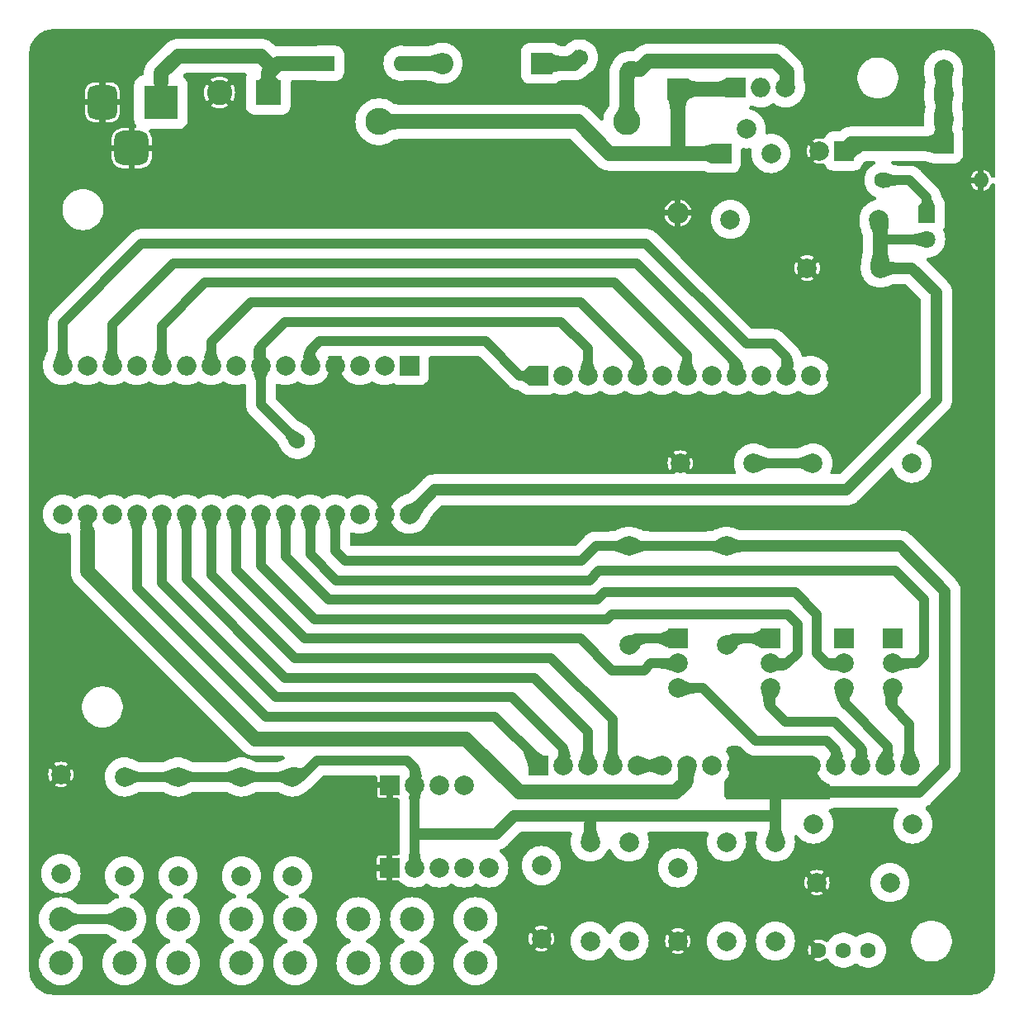
<source format=gbr>
%TF.GenerationSoftware,KiCad,Pcbnew,7.0.0-rc1-unknown-098b03e17a~164~ubuntu22.04.1*%
%TF.CreationDate,2023-01-20T19:13:20-03:00*%
%TF.ProjectId,Placa_base,506c6163-615f-4626-9173-652e6b696361,Rev. 2.0*%
%TF.SameCoordinates,Original*%
%TF.FileFunction,Copper,L2,Bot*%
%TF.FilePolarity,Positive*%
%FSLAX46Y46*%
G04 Gerber Fmt 4.6, Leading zero omitted, Abs format (unit mm)*
G04 Created by KiCad (PCBNEW 7.0.0-rc1-unknown-098b03e17a~164~ubuntu22.04.1) date 2023-01-20 19:13:20*
%MOMM*%
%LPD*%
G01*
G04 APERTURE LIST*
G04 Aperture macros list*
%AMRoundRect*
0 Rectangle with rounded corners*
0 $1 Rounding radius*
0 $2 $3 $4 $5 $6 $7 $8 $9 X,Y pos of 4 corners*
0 Add a 4 corners polygon primitive as box body*
4,1,4,$2,$3,$4,$5,$6,$7,$8,$9,$2,$3,0*
0 Add four circle primitives for the rounded corners*
1,1,$1+$1,$2,$3*
1,1,$1+$1,$4,$5*
1,1,$1+$1,$6,$7*
1,1,$1+$1,$8,$9*
0 Add four rect primitives between the rounded corners*
20,1,$1+$1,$2,$3,$4,$5,0*
20,1,$1+$1,$4,$5,$6,$7,0*
20,1,$1+$1,$6,$7,$8,$9,0*
20,1,$1+$1,$8,$9,$2,$3,0*%
G04 Aperture macros list end*
%TA.AperFunction,ComponentPad*%
%ADD10C,2.000000*%
%TD*%
%TA.AperFunction,ComponentPad*%
%ADD11R,2.000000X2.000000*%
%TD*%
%TA.AperFunction,ComponentPad*%
%ADD12C,2.600000*%
%TD*%
%TA.AperFunction,ComponentPad*%
%ADD13R,2.600000X2.600000*%
%TD*%
%TA.AperFunction,ComponentPad*%
%ADD14C,2.500000*%
%TD*%
%TA.AperFunction,ComponentPad*%
%ADD15C,1.800000*%
%TD*%
%TA.AperFunction,ComponentPad*%
%ADD16R,1.800000X1.800000*%
%TD*%
%TA.AperFunction,ComponentPad*%
%ADD17O,2.800000X2.800000*%
%TD*%
%TA.AperFunction,ComponentPad*%
%ADD18C,2.800000*%
%TD*%
%TA.AperFunction,ComponentPad*%
%ADD19O,1.600000X1.600000*%
%TD*%
%TA.AperFunction,ComponentPad*%
%ADD20R,1.600000X1.600000*%
%TD*%
%TA.AperFunction,ComponentPad*%
%ADD21RoundRect,0.875000X-0.875000X-0.875000X0.875000X-0.875000X0.875000X0.875000X-0.875000X0.875000X0*%
%TD*%
%TA.AperFunction,ComponentPad*%
%ADD22RoundRect,0.750000X-0.750000X-1.000000X0.750000X-1.000000X0.750000X1.000000X-0.750000X1.000000X0*%
%TD*%
%TA.AperFunction,ComponentPad*%
%ADD23R,3.500000X3.500000*%
%TD*%
%TA.AperFunction,ComponentPad*%
%ADD24C,1.710000*%
%TD*%
%TA.AperFunction,ComponentPad*%
%ADD25O,2.000000X2.000000*%
%TD*%
%TA.AperFunction,ComponentPad*%
%ADD26O,2.200000X2.200000*%
%TD*%
%TA.AperFunction,ComponentPad*%
%ADD27R,2.200000X2.200000*%
%TD*%
%TA.AperFunction,ComponentPad*%
%ADD28C,1.600000*%
%TD*%
%TA.AperFunction,ViaPad*%
%ADD29C,1.500000*%
%TD*%
%TA.AperFunction,ViaPad*%
%ADD30C,1.600000*%
%TD*%
%TA.AperFunction,Conductor*%
%ADD31C,1.000000*%
%TD*%
%TA.AperFunction,Conductor*%
%ADD32C,1.500000*%
%TD*%
%TA.AperFunction,Conductor*%
%ADD33C,1.200000*%
%TD*%
G04 APERTURE END LIST*
D10*
%TO.P,J7,3,Pin_3*%
%TO.N,/EAE0*%
X184000000Y-108080000D03*
%TO.P,J7,2,Pin_2*%
%TO.N,/PC4*%
X184000000Y-105540000D03*
D11*
%TO.P,J7,1,Pin_1*%
%TO.N,/SCL*%
X183999999Y-102999999D03*
%TD*%
D12*
%TO.P,J9,2,Pin_2*%
%TO.N,GND*%
X137000000Y-47000000D03*
D13*
%TO.P,J9,1,Pin_1*%
%TO.N,/Vcc*%
X141999999Y-46999999D03*
%TD*%
D14*
%TO.P,SW1,2,2*%
%TO.N,Net-(R1-Pad2)*%
X120750000Y-131750000D03*
X127250000Y-131750000D03*
%TO.P,SW1,1,1*%
%TO.N,/pulsadores*%
X120750000Y-136250000D03*
X127250000Y-136250000D03*
%TD*%
D15*
%TO.P,D3,2,A*%
%TO.N,Vin*%
X209500000Y-62040000D03*
D16*
%TO.P,D3,1,K*%
%TO.N,Net-(D3-K)*%
X209499999Y-59499999D03*
%TD*%
D17*
%TO.P,R14,2*%
%TO.N,Net-(D2-K)*%
X153349999Y-49999999D03*
D18*
%TO.P,R14,1*%
%TO.N,Net-(Q1-E)*%
X178750000Y-50000000D03*
%TD*%
D10*
%TO.P,J6,3,Pin_3*%
%TO.N,/EAE1*%
X193500000Y-108080000D03*
%TO.P,J6,2,Pin_2*%
%TO.N,/PC5*%
X193500000Y-105540000D03*
D11*
%TO.P,J6,1,Pin_1*%
%TO.N,/SDA*%
X193499999Y-102999999D03*
%TD*%
D10*
%TO.P,Q2,3,E*%
%TO.N,Vin*%
X193540000Y-53250000D03*
%TO.P,Q2,2,B*%
%TO.N,Net-(Q1-C)*%
X191000000Y-50710000D03*
D11*
%TO.P,Q2,1,C*%
%TO.N,Net-(D2-K)*%
X188459999Y-53249999D03*
%TD*%
D10*
%TO.P,C3,2*%
%TO.N,GND*%
X170000000Y-133750000D03*
%TO.P,C3,1*%
%TO.N,/PD2*%
X170000000Y-126250000D03*
%TD*%
%TO.P,R6,2*%
%TO.N,Net-(R6-Pad2)*%
X144500000Y-127330000D03*
%TO.P,R6,1*%
%TO.N,+5V*%
X144500000Y-117170000D03*
%TD*%
%TO.P,R5,2*%
%TO.N,/pote_filtrado*%
X208080000Y-122000000D03*
%TO.P,R5,1*%
%TO.N,/pote*%
X197920000Y-122000000D03*
%TD*%
D19*
%TO.P,SW5,2,B*%
%TO.N,Net-(D1-A)*%
X155619999Y-43999999D03*
D20*
%TO.P,SW5,1,A*%
%TO.N,/Vcc*%
X147999999Y-43999999D03*
%TD*%
D10*
%TO.P,C5,2*%
%TO.N,GND*%
X197250000Y-65000000D03*
%TO.P,C5,1*%
%TO.N,Vin*%
X204750000Y-65000000D03*
%TD*%
%TO.P,R7,2*%
%TO.N,/puls_filtrado*%
X197840000Y-85000000D03*
%TO.P,R7,1*%
%TO.N,/pulsadores*%
X208000000Y-85000000D03*
%TD*%
%TO.P,R3,2*%
%TO.N,Net-(R3-Pad2)*%
X132750000Y-127330000D03*
%TO.P,R3,1*%
%TO.N,+5V*%
X132750000Y-117170000D03*
%TD*%
%TO.P,J11,4,Pin_4*%
%TO.N,Vin*%
X211250000Y-44630000D03*
%TO.P,J11,3,Pin_3*%
X211250000Y-47170000D03*
%TO.P,J11,2,Pin_2*%
X211250000Y-49710000D03*
D11*
%TO.P,J11,1,Pin_1*%
X211249999Y-52249999D03*
%TD*%
D10*
%TO.P,J3,3,Pin_3*%
%TO.N,/EAE2*%
X201000000Y-108080000D03*
%TO.P,J3,2,Pin_2*%
%TO.N,/AC6*%
X201000000Y-105540000D03*
D11*
%TO.P,J3,1,Pin_1*%
%TO.N,/pote_filtrado*%
X200999999Y-102999999D03*
%TD*%
D21*
%TO.P,J10,3*%
%TO.N,GND*%
X128000000Y-52700000D03*
D22*
%TO.P,J10,2*%
X125000000Y-48000000D03*
D23*
%TO.P,J10,1*%
%TO.N,/Vcc*%
X130999999Y-47999999D03*
%TD*%
D10*
%TO.P,C1,2*%
%TO.N,GND*%
X198250000Y-128000000D03*
%TO.P,C1,1*%
%TO.N,/pote_filtrado*%
X205750000Y-128000000D03*
%TD*%
D24*
%TO.P,F1,2*%
%TO.N,Net-(Q1-E)*%
X179050000Y-44600000D03*
%TO.P,F1,1*%
%TO.N,Net-(D1-K)*%
X173950000Y-43400000D03*
%TD*%
D10*
%TO.P,Q1,3,E*%
%TO.N,Net-(Q1-E)*%
X195040000Y-46500000D03*
D25*
%TO.P,Q1,2,C*%
%TO.N,Net-(Q1-C)*%
X192499999Y-46499999D03*
D11*
%TO.P,Q1,1,B*%
%TO.N,Net-(D2-K)*%
X189959999Y-46499999D03*
%TD*%
D10*
%TO.P,R15,2*%
%TO.N,Vin*%
X204620000Y-60000000D03*
%TO.P,R15,1*%
%TO.N,Net-(Q1-C)*%
X189380000Y-60000000D03*
%TD*%
%TO.P,R4,2*%
%TO.N,Net-(R4-Pad2)*%
X139250000Y-127330000D03*
%TO.P,R4,1*%
%TO.N,+5V*%
X139250000Y-117170000D03*
%TD*%
%TO.P,J2,16,Pin_16*%
%TO.N,/EAE3*%
X207780000Y-116000000D03*
%TO.P,J2,15,Pin_15*%
%TO.N,/EAE2*%
X205240000Y-116000000D03*
%TO.P,J2,14,Pin_14*%
%TO.N,/EAE1*%
X202700000Y-116000000D03*
%TO.P,J2,13,Pin_13*%
%TO.N,/EAE0*%
X200160000Y-116000000D03*
%TO.P,J2,12,Pin_12*%
%TO.N,+5V*%
X197620000Y-116000000D03*
%TO.P,J2,11,Pin_11*%
X195080000Y-116000000D03*
%TO.P,J2,10,Pin_10*%
X192540000Y-116000000D03*
%TO.P,J2,9,Pin_9*%
X190000000Y-116000000D03*
%TO.P,J2,8,Pin_8*%
%TO.N,+3.3V*%
X187460000Y-116000000D03*
%TO.P,J2,7,Pin_7*%
X184920000Y-116000000D03*
%TO.P,J2,6,Pin_6*%
X182380000Y-116000000D03*
%TO.P,J2,5,Pin_5*%
X179840000Y-116000000D03*
%TO.P,J2,4,Pin_4*%
%TO.N,/PC3*%
X177300000Y-116000000D03*
%TO.P,J2,3,Pin_3*%
%TO.N,/PC2*%
X174760000Y-116000000D03*
%TO.P,J2,2,Pin_2*%
%TO.N,/PC1*%
X172220000Y-116000000D03*
D11*
%TO.P,J2,1,Pin_1*%
%TO.N,/PC0*%
X169679999Y-115999999D03*
%TD*%
D10*
%TO.P,R13,2*%
%TO.N,/SCL*%
X179000000Y-103660000D03*
%TO.P,R13,1*%
%TO.N,+5V*%
X179000000Y-93500000D03*
%TD*%
%TO.P,R9,2*%
%TO.N,/PD2*%
X179000000Y-123840000D03*
%TO.P,R9,1*%
%TO.N,/Enc_A*%
X179000000Y-134000000D03*
%TD*%
%TO.P,R12,2*%
%TO.N,/SDA*%
X189000000Y-103660000D03*
%TO.P,R12,1*%
%TO.N,+5V*%
X189000000Y-93500000D03*
%TD*%
D26*
%TO.P,D2,2,A*%
%TO.N,GND*%
X183999999Y-59349999D03*
D27*
%TO.P,D2,1,K*%
%TO.N,Net-(D2-K)*%
X183999999Y-46649999D03*
%TD*%
D10*
%TO.P,R8,2*%
%TO.N,/Enc_A*%
X175000000Y-134000000D03*
%TO.P,R8,1*%
%TO.N,+5V*%
X175000000Y-123840000D03*
%TD*%
%TO.P,J1,16,Pin_16*%
%TO.N,GND*%
X207780000Y-76000000D03*
%TO.P,J1,15,Pin_15*%
X205240000Y-76000000D03*
%TO.P,J1,14,Pin_14*%
X202700000Y-76000000D03*
%TO.P,J1,13,Pin_13*%
X200160000Y-76000000D03*
%TO.P,J1,12,Pin_12*%
%TO.N,/PB5*%
X197620000Y-76000000D03*
%TO.P,J1,11,Pin_11*%
%TO.N,/PB4*%
X195080000Y-76000000D03*
%TO.P,J1,10,Pin_10*%
%TO.N,/PB3*%
X192540000Y-76000000D03*
%TO.P,J1,9,Pin_9*%
%TO.N,/PB2*%
X190000000Y-76000000D03*
%TO.P,J1,8,Pin_8*%
%TO.N,/PB1*%
X187460000Y-76000000D03*
%TO.P,J1,7,Pin_7*%
%TO.N,/PB0*%
X184920000Y-76000000D03*
%TO.P,J1,6,Pin_6*%
%TO.N,/PD7*%
X182380000Y-76000000D03*
%TO.P,J1,5,Pin_5*%
%TO.N,/PD6*%
X179840000Y-76000000D03*
%TO.P,J1,4,Pin_4*%
%TO.N,/PD5*%
X177300000Y-76000000D03*
%TO.P,J1,3,Pin_3*%
%TO.N,/PD4*%
X174760000Y-76000000D03*
%TO.P,J1,2,Pin_2*%
%TO.N,/PD3*%
X172220000Y-76000000D03*
D11*
%TO.P,J1,1,Pin_1*%
%TO.N,/PD2*%
X169679999Y-75999999D03*
%TD*%
D10*
%TO.P,C6,2*%
%TO.N,GND*%
X198500000Y-53000000D03*
D11*
%TO.P,C6,1*%
%TO.N,Vin*%
X200999999Y-52999999D03*
%TD*%
D10*
%TO.P,J5,5,Pin_5*%
%TO.N,/Enc_B*%
X164610000Y-126500000D03*
%TO.P,J5,4,Pin_4*%
%TO.N,/Enc_A*%
X162070000Y-126500000D03*
%TO.P,J5,3,Pin_3*%
%TO.N,/PD4*%
X159530000Y-126500000D03*
%TO.P,J5,2,Pin_2*%
%TO.N,+5V*%
X156990000Y-126500000D03*
D11*
%TO.P,J5,1,Pin_1*%
%TO.N,GND*%
X154449999Y-126499999D03*
%TD*%
D10*
%TO.P,C4,2*%
%TO.N,GND*%
X184000000Y-134000000D03*
%TO.P,C4,1*%
%TO.N,/PD3*%
X184000000Y-126500000D03*
%TD*%
D14*
%TO.P,SW3,2,2*%
%TO.N,Net-(R4-Pad2)*%
X144750000Y-131750000D03*
X151250000Y-131750000D03*
%TO.P,SW3,1,1*%
%TO.N,/pulsadores*%
X144750000Y-136250000D03*
X151250000Y-136250000D03*
%TD*%
D10*
%TO.P,R11,2*%
%TO.N,/PD3*%
X189000000Y-123840000D03*
%TO.P,R11,1*%
%TO.N,/Enc_B*%
X189000000Y-134000000D03*
%TD*%
%TO.P,C2,2*%
%TO.N,GND*%
X184250000Y-85000000D03*
%TO.P,C2,1*%
%TO.N,/puls_filtrado*%
X191750000Y-85000000D03*
%TD*%
D28*
%TO.P,RV1,3,3*%
%TO.N,GND*%
X198445000Y-134925000D03*
%TO.P,RV1,2,2*%
%TO.N,/pote*%
X200985000Y-134925000D03*
%TO.P,RV1,1,1*%
%TO.N,+5V*%
X203525000Y-134925000D03*
%TD*%
D10*
%TO.P,R2,2*%
%TO.N,GND*%
X120750000Y-116920000D03*
%TO.P,R2,1*%
%TO.N,/pulsadores*%
X120750000Y-127080000D03*
%TD*%
D14*
%TO.P,SW2,2,2*%
%TO.N,Net-(R3-Pad2)*%
X132750000Y-131750000D03*
X139250000Y-131750000D03*
%TO.P,SW2,1,1*%
%TO.N,/pulsadores*%
X132750000Y-136250000D03*
X139250000Y-136250000D03*
%TD*%
%TO.P,SW4,2,2*%
%TO.N,Net-(R6-Pad2)*%
X156750000Y-131750000D03*
X163250000Y-131750000D03*
%TO.P,SW4,1,1*%
%TO.N,/pulsadores*%
X156750000Y-136250000D03*
X163250000Y-136250000D03*
%TD*%
D10*
%TO.P,J4,3,Pin_3*%
%TO.N,/EAE3*%
X206000000Y-108080000D03*
%TO.P,J4,2,Pin_2*%
%TO.N,/AC7*%
X206000000Y-105540000D03*
D11*
%TO.P,J4,1,Pin_1*%
%TO.N,/puls_filtrado*%
X205999999Y-102999999D03*
%TD*%
D19*
%TO.P,R16,2*%
%TO.N,GND*%
X215079999Y-55999999D03*
D28*
%TO.P,R16,1*%
%TO.N,Net-(D3-K)*%
X204920000Y-56000000D03*
%TD*%
D10*
%TO.P,A1,30,VIN*%
%TO.N,Vin*%
X156480000Y-90240000D03*
%TO.P,A1,29,GND*%
%TO.N,GND*%
X153940000Y-90240000D03*
%TO.P,A1,28,~{RESET}*%
%TO.N,unconnected-(A1-~{RESET})*%
X151400000Y-90240000D03*
%TO.P,A1,27,+5V*%
%TO.N,+5V*%
X148860000Y-90240000D03*
%TO.P,A1,26,A7*%
%TO.N,/AC7*%
X146320000Y-90240000D03*
%TO.P,A1,25,A6*%
%TO.N,/AC6*%
X143780000Y-90240000D03*
%TO.P,A1,24,A5*%
%TO.N,/PC5*%
X141240000Y-90240000D03*
%TO.P,A1,23,A4*%
%TO.N,/PC4*%
X138700000Y-90240000D03*
%TO.P,A1,22,A3*%
%TO.N,/PC3*%
X136160000Y-90240000D03*
%TO.P,A1,21,A2*%
%TO.N,/PC2*%
X133620000Y-90240000D03*
%TO.P,A1,20,A1*%
%TO.N,/PC1*%
X131080000Y-90240000D03*
%TO.P,A1,19,A0*%
%TO.N,/PC0*%
X128540000Y-90240000D03*
%TO.P,A1,18,AREF*%
%TO.N,unconnected-(A1-AREF)*%
X126000000Y-90240000D03*
%TO.P,A1,17,3V3*%
%TO.N,+3.3V*%
X123460000Y-90240000D03*
%TO.P,A1,16,D13*%
%TO.N,/PB5*%
X120920000Y-90240000D03*
%TO.P,A1,15,D12*%
%TO.N,/PB4*%
X120920000Y-75000000D03*
%TO.P,A1,14,D11*%
%TO.N,/PB3*%
X123460000Y-75000000D03*
%TO.P,A1,13,D10*%
%TO.N,/PB2*%
X126000000Y-75000000D03*
%TO.P,A1,12,D9*%
%TO.N,/PB1*%
X128540000Y-75000000D03*
%TO.P,A1,11,D8*%
%TO.N,/PB0*%
X131080000Y-75000000D03*
D25*
%TO.P,A1,10,D7*%
%TO.N,/PD7*%
X133619999Y-74999999D03*
D10*
%TO.P,A1,9,D6*%
%TO.N,/PD6*%
X136160000Y-75000000D03*
%TO.P,A1,8,D5*%
%TO.N,/PD5*%
X138700000Y-75000000D03*
%TO.P,A1,7,D4*%
%TO.N,/PD4*%
X141240000Y-75000000D03*
%TO.P,A1,6,D3*%
%TO.N,/PD3*%
X143780000Y-75000000D03*
%TO.P,A1,5,D2*%
%TO.N,/PD2*%
X146320000Y-75000000D03*
%TO.P,A1,4,GND*%
%TO.N,GND*%
X148860000Y-75000000D03*
%TO.P,A1,3,~{RESET}*%
%TO.N,unconnected-(A1-~{RESET})_1*%
X151400000Y-75000000D03*
%TO.P,A1,2,D0/RX*%
%TO.N,unconnected-(A1-D0{slash}RX)*%
X153940000Y-75000000D03*
D11*
%TO.P,A1,1,D1/TX*%
%TO.N,unconnected-(A1-D1{slash}TX)*%
X156479999Y-74999999D03*
%TD*%
D10*
%TO.P,R10,2*%
%TO.N,/Enc_B*%
X194000000Y-134000000D03*
%TO.P,R10,1*%
%TO.N,+5V*%
X194000000Y-123840000D03*
%TD*%
%TO.P,J8,4,Pin_4*%
%TO.N,/SDA*%
X162080000Y-118000000D03*
%TO.P,J8,3,Pin_3*%
%TO.N,/SCL*%
X159540000Y-118000000D03*
%TO.P,J8,2,Pin_2*%
%TO.N,+5V*%
X157000000Y-118000000D03*
D11*
%TO.P,J8,1,Pin_1*%
%TO.N,GND*%
X154459999Y-117999999D03*
%TD*%
D26*
%TO.P,D1,2,A*%
%TO.N,Net-(D1-A)*%
X159839999Y-43999999D03*
D27*
%TO.P,D1,1,K*%
%TO.N,Net-(D1-K)*%
X169999999Y-43999999D03*
%TD*%
D10*
%TO.P,R1,2*%
%TO.N,Net-(R1-Pad2)*%
X127250000Y-127330000D03*
%TO.P,R1,1*%
%TO.N,+5V*%
X127250000Y-117170000D03*
%TD*%
D29*
%TO.N,GND*%
X212000000Y-93500000D03*
X212000000Y-124000000D03*
X206000000Y-132000000D03*
X130000000Y-138500000D03*
X154000000Y-138500000D03*
X130000000Y-129500000D03*
X136000000Y-114000000D03*
X123000000Y-100500000D03*
X123000000Y-82500000D03*
X176000000Y-90500000D03*
X166000000Y-91500000D03*
X166000000Y-82000000D03*
X166000000Y-82000000D03*
X176000000Y-82000000D03*
X215000000Y-86000000D03*
X215000000Y-69000000D03*
X215000000Y-43000000D03*
X199000000Y-43000000D03*
X166000000Y-59000000D03*
X134000000Y-59000000D03*
X148000000Y-59000000D03*
X148000000Y-50000000D03*
D30*
%TO.N,/PD4*%
X145000000Y-82750000D03*
%TD*%
D31*
%TO.N,/SCL*%
X179660000Y-103000000D02*
X179000000Y-103660000D01*
X184000000Y-103000000D02*
X179660000Y-103000000D01*
%TO.N,GND*%
X207750000Y-76030000D02*
X207780000Y-76000000D01*
%TO.N,/PD2*%
X167750000Y-76000000D02*
X169680000Y-76000000D01*
X146320000Y-73430000D02*
X147250000Y-72500000D01*
X147250000Y-72500000D02*
X164250000Y-72500000D01*
X164250000Y-72500000D02*
X167750000Y-76000000D01*
X146320000Y-75000000D02*
X146320000Y-73430000D01*
%TO.N,/PD4*%
X174760000Y-76000000D02*
X174760000Y-73260000D01*
X141240000Y-75000000D02*
X141240000Y-78990000D01*
X141240000Y-78990000D02*
X145000000Y-82750000D01*
X174760000Y-73260000D02*
X172000000Y-70500000D01*
X141240000Y-73010000D02*
X141240000Y-75000000D01*
X143750000Y-70500000D02*
X141240000Y-73010000D01*
X172000000Y-70500000D02*
X143750000Y-70500000D01*
%TO.N,/PD6*%
X179840000Y-76000000D02*
X179840000Y-74340000D01*
X179840000Y-74340000D02*
X174000000Y-68500000D01*
X140250000Y-68500000D02*
X136160000Y-72590000D01*
X136160000Y-72590000D02*
X136160000Y-75000000D01*
X174000000Y-68500000D02*
X140250000Y-68500000D01*
%TO.N,/PB0*%
X184920000Y-73920000D02*
X184920000Y-76000000D01*
X131080000Y-70920000D02*
X135500000Y-66500000D01*
X177500000Y-66500000D02*
X184920000Y-73920000D01*
X131080000Y-75000000D02*
X131080000Y-70920000D01*
X135500000Y-66500000D02*
X177500000Y-66500000D01*
%TO.N,/PB2*%
X190000000Y-76000000D02*
X190000000Y-74750000D01*
X179750000Y-64500000D02*
X132250000Y-64500000D01*
X132250000Y-64500000D02*
X126000000Y-70750000D01*
X126000000Y-70750000D02*
X126000000Y-75000000D01*
X190000000Y-74750000D02*
X179750000Y-64500000D01*
%TO.N,/PB4*%
X120920000Y-70580000D02*
X120920000Y-75000000D01*
X180750000Y-62500000D02*
X129000000Y-62500000D01*
X129000000Y-62500000D02*
X120920000Y-70580000D01*
X191000000Y-72750000D02*
X180750000Y-62500000D01*
X195080000Y-74080000D02*
X193750000Y-72750000D01*
X195080000Y-76000000D02*
X195080000Y-74080000D01*
X193750000Y-72750000D02*
X191000000Y-72750000D01*
D32*
%TO.N,+3.3V*%
X184750000Y-117750000D02*
X183750000Y-118750000D01*
X140625000Y-113250000D02*
X123500000Y-96125000D01*
D31*
X123460000Y-90240000D02*
X123460000Y-91960000D01*
X123460000Y-91960000D02*
X123500000Y-92000000D01*
D33*
X179945000Y-116025000D02*
X179970000Y-116000000D01*
D32*
X162250000Y-113250000D02*
X140625000Y-113250000D01*
X184750000Y-116170000D02*
X184750000Y-117750000D01*
X167750000Y-118750000D02*
X162250000Y-113250000D01*
X184920000Y-116000000D02*
X184750000Y-116170000D01*
X123500000Y-96125000D02*
X123500000Y-92000000D01*
D31*
X179970000Y-116000000D02*
X182460000Y-116000000D01*
D32*
X183750000Y-118750000D02*
X167750000Y-118750000D01*
D31*
%TO.N,/PC0*%
X165250000Y-111000000D02*
X169680000Y-115430000D01*
X169680000Y-115430000D02*
X169680000Y-116000000D01*
X128540000Y-90240000D02*
X128540000Y-97790000D01*
X128540000Y-97790000D02*
X141750000Y-111000000D01*
X141750000Y-111000000D02*
X165250000Y-111000000D01*
%TO.N,/PC1*%
X142750000Y-109000000D02*
X167000000Y-109000000D01*
X131080000Y-90240000D02*
X131080000Y-97330000D01*
X172220000Y-114220000D02*
X172220000Y-116000000D01*
X131080000Y-97330000D02*
X142750000Y-109000000D01*
X167000000Y-109000000D02*
X172220000Y-114220000D01*
%TO.N,/PC2*%
X174760000Y-112510000D02*
X174760000Y-116000000D01*
X133620000Y-96870000D02*
X143750000Y-107000000D01*
X133620000Y-90240000D02*
X133620000Y-96870000D01*
X169250000Y-107000000D02*
X174760000Y-112510000D01*
X143750000Y-107000000D02*
X169250000Y-107000000D01*
%TO.N,/PC3*%
X144750000Y-105000000D02*
X171000000Y-105000000D01*
X136160000Y-90240000D02*
X136160000Y-96410000D01*
X136160000Y-96410000D02*
X144750000Y-105000000D01*
X171000000Y-105000000D02*
X177300000Y-111300000D01*
X177300000Y-111300000D02*
X177300000Y-116000000D01*
%TO.N,/PC4*%
X180500000Y-106250000D02*
X181210000Y-105540000D01*
X145750000Y-103000000D02*
X174000000Y-103000000D01*
X138700000Y-95950000D02*
X145750000Y-103000000D01*
X177250000Y-106250000D02*
X180500000Y-106250000D01*
X181210000Y-105540000D02*
X184000000Y-105540000D01*
X174000000Y-103000000D02*
X177250000Y-106250000D01*
X138700000Y-90240000D02*
X138700000Y-95950000D01*
%TO.N,/PC5*%
X195250000Y-100500000D02*
X196250000Y-101500000D01*
X146750000Y-101000000D02*
X176750000Y-101000000D01*
X196250000Y-104500000D02*
X195210000Y-105540000D01*
X177250000Y-100500000D02*
X195250000Y-100500000D01*
X141240000Y-90240000D02*
X141240000Y-95490000D01*
X141240000Y-95490000D02*
X146750000Y-101000000D01*
X196250000Y-101500000D02*
X196250000Y-104500000D01*
X176750000Y-101000000D02*
X177250000Y-100500000D01*
X195210000Y-105540000D02*
X193500000Y-105540000D01*
%TO.N,/AC6*%
X198250000Y-104500000D02*
X198250000Y-100500000D01*
X143780000Y-94608428D02*
X143780000Y-90240000D01*
X201000000Y-105540000D02*
X199290000Y-105540000D01*
X196000000Y-98250000D02*
X176500000Y-98250000D01*
X175750000Y-99000000D02*
X148171572Y-99000000D01*
X148171572Y-99000000D02*
X143780000Y-94608428D01*
X176500000Y-98250000D02*
X175750000Y-99000000D01*
X198250000Y-100500000D02*
X196000000Y-98250000D01*
X199290000Y-105540000D02*
X198250000Y-104500000D01*
%TO.N,/AC7*%
X206000000Y-105540000D02*
X208460000Y-105540000D01*
X206250000Y-96000000D02*
X175921572Y-96000000D01*
X209250000Y-99000000D02*
X206250000Y-96000000D01*
X149000000Y-97000000D02*
X146320000Y-94320000D01*
X208460000Y-105540000D02*
X209250000Y-104750000D01*
X174921572Y-97000000D02*
X149000000Y-97000000D01*
X209250000Y-104750000D02*
X209250000Y-99000000D01*
X175921572Y-96000000D02*
X174921572Y-97000000D01*
X146320000Y-94320000D02*
X146320000Y-90240000D01*
D33*
%TO.N,+5V*%
X175000000Y-123840000D02*
X175000000Y-121400000D01*
X167200000Y-121200000D02*
X175200000Y-121200000D01*
X194000000Y-118750000D02*
X194000000Y-116000000D01*
D31*
X132750000Y-117170000D02*
X139250000Y-117170000D01*
X179000000Y-93500000D02*
X175593144Y-93500000D01*
D33*
X194000000Y-116000000D02*
X195270000Y-116000000D01*
D31*
X190000000Y-116000000D02*
X192540000Y-116000000D01*
X157000000Y-126490000D02*
X157000000Y-124010000D01*
X139250000Y-117170000D02*
X144500000Y-117170000D01*
D33*
X189000000Y-93500000D02*
X206750000Y-93500000D01*
X194000000Y-123840000D02*
X194000000Y-120750000D01*
D31*
X144500000Y-117170000D02*
X145330000Y-117170000D01*
X157000000Y-124010000D02*
X156990000Y-124000000D01*
D33*
X157290000Y-123000000D02*
X165400000Y-123000000D01*
D31*
X179000000Y-93500000D02*
X189000000Y-93500000D01*
X147000000Y-115500000D02*
X156210000Y-115500000D01*
D33*
X165400000Y-123000000D02*
X167200000Y-121200000D01*
X208750000Y-118750000D02*
X203000000Y-118750000D01*
X194000000Y-120750000D02*
X194000000Y-118750000D01*
X211400000Y-116100000D02*
X208750000Y-118750000D01*
X175200000Y-121200000D02*
X193550000Y-121200000D01*
D31*
X157000000Y-116290000D02*
X157000000Y-118000000D01*
D33*
X206750000Y-93500000D02*
X211400000Y-98150000D01*
D31*
X149864466Y-95000000D02*
X148860000Y-93995534D01*
X148860000Y-93995534D02*
X148860000Y-90240000D01*
X174093144Y-95000000D02*
X149864466Y-95000000D01*
D33*
X203000000Y-118750000D02*
X194000000Y-118750000D01*
X193550000Y-121200000D02*
X194000000Y-120750000D01*
D31*
X145330000Y-117170000D02*
X147000000Y-115500000D01*
D33*
X175000000Y-121400000D02*
X175200000Y-121200000D01*
D31*
X197620000Y-116000000D02*
X195270000Y-116000000D01*
X175593144Y-93500000D02*
X174093144Y-95000000D01*
X156210000Y-115500000D02*
X157000000Y-116290000D01*
X132750000Y-117170000D02*
X127250000Y-117170000D01*
D33*
X192540000Y-116000000D02*
X194000000Y-116000000D01*
D31*
X157000000Y-124010000D02*
X157000000Y-118000000D01*
X156990000Y-126500000D02*
X157000000Y-126490000D01*
D33*
X211400000Y-98150000D02*
X211400000Y-116100000D01*
D31*
%TO.N,Vin*%
X209500000Y-62040000D02*
X204960000Y-62040000D01*
D33*
X208000000Y-65000000D02*
X210500000Y-67500000D01*
D32*
X211250000Y-49710000D02*
X211250000Y-47170000D01*
D31*
X204960000Y-62040000D02*
X204750000Y-62250000D01*
D33*
X204750000Y-65000000D02*
X208000000Y-65000000D01*
X210500000Y-78500000D02*
X201250000Y-87750000D01*
X210500000Y-67500000D02*
X210500000Y-78500000D01*
D32*
X201800000Y-52250000D02*
X211250000Y-52250000D01*
X204750000Y-60130000D02*
X204620000Y-60000000D01*
D33*
X201250000Y-87750000D02*
X159030000Y-87750000D01*
X159030000Y-87750000D02*
X156540000Y-90240000D01*
D32*
X201050000Y-53000000D02*
X201800000Y-52250000D01*
X204750000Y-65000000D02*
X204750000Y-62250000D01*
X211250000Y-52250000D02*
X211250000Y-49710000D01*
X204750000Y-62250000D02*
X204750000Y-60130000D01*
X211250000Y-47170000D02*
X211250000Y-44630000D01*
D31*
%TO.N,/puls_filtrado*%
X197840000Y-85000000D02*
X191750000Y-85000000D01*
D32*
%TO.N,Net-(D1-K)*%
X173350000Y-44000000D02*
X173950000Y-43400000D01*
X170000000Y-44000000D02*
X173350000Y-44000000D01*
%TO.N,Net-(D1-A)*%
X155620000Y-44000000D02*
X159840000Y-44000000D01*
%TO.N,Net-(D2-K)*%
X184000000Y-46650000D02*
X184000000Y-53000000D01*
X183750000Y-53250000D02*
X177000000Y-53250000D01*
X173750000Y-50000000D02*
X153350000Y-50000000D01*
X177000000Y-53250000D02*
X173750000Y-50000000D01*
X189700000Y-46650000D02*
X189850000Y-46500000D01*
X188460000Y-53250000D02*
X183750000Y-53250000D01*
X184000000Y-53000000D02*
X183750000Y-53250000D01*
X184000000Y-46650000D02*
X189700000Y-46650000D01*
%TO.N,Net-(Q1-E)*%
X179050000Y-44600000D02*
X178750000Y-44900000D01*
X181000000Y-43750000D02*
X194000000Y-43750000D01*
X180150000Y-44600000D02*
X181000000Y-43750000D01*
X178750000Y-44900000D02*
X178750000Y-50000000D01*
X194000000Y-43750000D02*
X195150000Y-44900000D01*
X179050000Y-44600000D02*
X180150000Y-44600000D01*
X195150000Y-44900000D02*
X195150000Y-46500000D01*
D31*
%TO.N,/EAE0*%
X186580000Y-108080000D02*
X184000000Y-108080000D01*
X200160000Y-116000000D02*
X200160000Y-114410000D01*
X200160000Y-114410000D02*
X199250000Y-113500000D01*
X199250000Y-113500000D02*
X192000000Y-113500000D01*
X192000000Y-113500000D02*
X186580000Y-108080000D01*
%TO.N,/EAE1*%
X195000000Y-111500000D02*
X193500000Y-110000000D01*
X202700000Y-116000000D02*
X202700000Y-114121572D01*
X200078428Y-111500000D02*
X195000000Y-111500000D01*
X193500000Y-110000000D02*
X193500000Y-108080000D01*
X202700000Y-114121572D02*
X200078428Y-111500000D01*
%TO.N,/EAE2*%
X201000000Y-108080000D02*
X201000000Y-109500000D01*
X205510000Y-114010000D02*
X205510000Y-116000000D01*
X201000000Y-109500000D02*
X205510000Y-114010000D01*
%TO.N,/EAE3*%
X206000000Y-108080000D02*
X206000000Y-110000000D01*
X207750000Y-111750000D02*
X207750000Y-115970000D01*
X206000000Y-110000000D02*
X207750000Y-111750000D01*
X207750000Y-115970000D02*
X207780000Y-116000000D01*
%TO.N,/SDA*%
X193500000Y-103000000D02*
X189660000Y-103000000D01*
X189660000Y-103000000D02*
X189000000Y-103660000D01*
%TO.N,Net-(R1-Pad2)*%
X120750000Y-131750000D02*
X127250000Y-131750000D01*
D32*
%TO.N,/Vcc*%
X142000000Y-45000000D02*
X142000000Y-47000000D01*
X131000000Y-46000000D02*
X131000000Y-45000000D01*
X148000000Y-44000000D02*
X143000000Y-44000000D01*
X143000000Y-44000000D02*
X142000000Y-45000000D01*
X141250000Y-43250000D02*
X142000000Y-44000000D01*
X132750000Y-43250000D02*
X141250000Y-43250000D01*
X131000000Y-45000000D02*
X132750000Y-43250000D01*
D31*
%TO.N,Net-(D3-K)*%
X209500000Y-57750000D02*
X209500000Y-59500000D01*
X204920000Y-56000000D02*
X207750000Y-56000000D01*
X207750000Y-56000000D02*
X209500000Y-57750000D01*
%TD*%
%TA.AperFunction,Conductor*%
%TO.N,/PD2*%
G36*
X168689658Y-75009658D02*
G01*
X169672325Y-75992325D01*
X169675366Y-75997619D01*
X169675327Y-76003724D01*
X169672217Y-76008978D01*
X168687074Y-76968764D01*
X168679742Y-76972054D01*
X168672018Y-76969839D01*
X168413579Y-76781474D01*
X168413390Y-76781336D01*
X168413203Y-76781220D01*
X168413193Y-76781214D01*
X168146991Y-76617145D01*
X168146990Y-76617144D01*
X168146780Y-76617015D01*
X168146570Y-76616909D01*
X168146559Y-76616903D01*
X167880411Y-76482816D01*
X167880403Y-76482812D01*
X167880170Y-76482695D01*
X167879933Y-76482602D01*
X167879919Y-76482596D01*
X167613840Y-76378484D01*
X167613830Y-76378480D01*
X167613560Y-76378375D01*
X167613278Y-76378296D01*
X167613265Y-76378292D01*
X167366245Y-76309433D01*
X167359758Y-76304809D01*
X167357735Y-76297104D01*
X167361113Y-76289891D01*
X168052845Y-75598159D01*
X168055558Y-75596139D01*
X168179243Y-75529457D01*
X168304432Y-75436016D01*
X168429621Y-75316626D01*
X168554810Y-75171287D01*
X168671942Y-75011024D01*
X168677213Y-75007000D01*
X168683828Y-75006489D01*
X168689658Y-75009658D01*
G37*
%TD.AperFunction*%
%TD*%
%TA.AperFunction,Conductor*%
%TO.N,/PD2*%
G36*
X146279353Y-72781241D02*
G01*
X146970777Y-73472665D01*
X146974151Y-73479826D01*
X146972193Y-73487497D01*
X146826196Y-73703164D01*
X146826195Y-73703165D01*
X146825186Y-73704657D01*
X146825215Y-73706457D01*
X146825215Y-73706460D01*
X146826237Y-73768363D01*
X146828460Y-73903025D01*
X146829109Y-73904247D01*
X146829110Y-73904248D01*
X146934422Y-74102314D01*
X146934426Y-74102321D01*
X146934572Y-74102595D01*
X146934753Y-74102860D01*
X147011992Y-74216060D01*
X147013942Y-74221243D01*
X147013289Y-74226743D01*
X146935777Y-74434561D01*
X146935774Y-74434568D01*
X146935631Y-74434954D01*
X146935545Y-74435347D01*
X146935542Y-74435359D01*
X146874890Y-74714173D01*
X146874888Y-74714183D01*
X146874804Y-74714572D01*
X146874775Y-74714972D01*
X146874774Y-74714982D01*
X146871207Y-74764856D01*
X146869028Y-74770862D01*
X146864019Y-74774829D01*
X146323777Y-74998847D01*
X146319292Y-74999739D01*
X146314808Y-74998844D01*
X145775993Y-74775076D01*
X145770987Y-74771110D01*
X145768810Y-74765106D01*
X145765225Y-74714982D01*
X145765196Y-74714572D01*
X145704369Y-74434954D01*
X145604367Y-74166839D01*
X145575873Y-74114657D01*
X145574837Y-74106044D01*
X145664706Y-73768623D01*
X145664861Y-73768096D01*
X145763028Y-73463162D01*
X145763988Y-73460975D01*
X145939305Y-73151931D01*
X145940663Y-73150017D01*
X146262272Y-72781814D01*
X146267547Y-72778360D01*
X146273853Y-72778147D01*
X146279353Y-72781241D01*
G37*
%TD.AperFunction*%
%TD*%
%TA.AperFunction,Conductor*%
%TO.N,/PD4*%
G36*
X175256810Y-74003295D02*
G01*
X175260364Y-74011322D01*
X175273371Y-74415069D01*
X175273417Y-74415382D01*
X175273419Y-74415396D01*
X175317000Y-74707530D01*
X175317002Y-74707538D01*
X175317071Y-74708001D01*
X175317214Y-74708447D01*
X175317216Y-74708454D01*
X175396383Y-74954855D01*
X175396472Y-74955131D01*
X175396584Y-74955389D01*
X175396587Y-74955397D01*
X175480432Y-75148633D01*
X175481387Y-75153818D01*
X175479969Y-75158896D01*
X175475829Y-75166479D01*
X175475826Y-75166485D01*
X175475633Y-75166839D01*
X175475491Y-75167217D01*
X175475487Y-75167228D01*
X175375777Y-75434561D01*
X175375774Y-75434568D01*
X175375631Y-75434954D01*
X175375545Y-75435347D01*
X175375542Y-75435359D01*
X175314890Y-75714173D01*
X175314888Y-75714183D01*
X175314804Y-75714572D01*
X175314775Y-75714972D01*
X175314774Y-75714982D01*
X175311189Y-75765106D01*
X175309012Y-75771110D01*
X175304006Y-75775076D01*
X174764486Y-75999136D01*
X174759999Y-76000031D01*
X174755512Y-75999136D01*
X174215993Y-75775076D01*
X174210987Y-75771110D01*
X174208810Y-75765106D01*
X174205196Y-75714572D01*
X174144369Y-75434954D01*
X174044367Y-75166839D01*
X174040028Y-75158894D01*
X174038610Y-75153817D01*
X174039563Y-75148636D01*
X174123527Y-74955131D01*
X174202928Y-74708001D01*
X174246627Y-74415069D01*
X174259635Y-74011322D01*
X174263190Y-74003295D01*
X174271329Y-74000000D01*
X175248671Y-74000000D01*
X175256810Y-74003295D01*
G37*
%TD.AperFunction*%
%TD*%
%TA.AperFunction,Conductor*%
%TO.N,/PD4*%
G36*
X141244485Y-75000862D02*
G01*
X141784008Y-75224924D01*
X141789012Y-75228888D01*
X141791189Y-75234892D01*
X141794774Y-75285017D01*
X141794775Y-75285025D01*
X141794804Y-75285428D01*
X141794888Y-75285818D01*
X141794890Y-75285826D01*
X141855542Y-75564640D01*
X141855544Y-75564648D01*
X141855631Y-75565046D01*
X141855776Y-75565435D01*
X141855777Y-75565438D01*
X141955487Y-75832771D01*
X141955489Y-75832777D01*
X141955633Y-75833161D01*
X141955829Y-75833521D01*
X141955831Y-75833524D01*
X141959968Y-75841101D01*
X141961387Y-75846180D01*
X141960432Y-75851365D01*
X141876587Y-76044601D01*
X141876581Y-76044615D01*
X141876472Y-76044868D01*
X141876387Y-76045131D01*
X141876383Y-76045143D01*
X141797216Y-76291543D01*
X141797213Y-76291552D01*
X141797071Y-76291997D01*
X141797002Y-76292456D01*
X141797000Y-76292467D01*
X141753419Y-76584602D01*
X141753417Y-76584617D01*
X141753371Y-76584930D01*
X141753360Y-76585253D01*
X141753360Y-76585260D01*
X141740365Y-76988677D01*
X141736810Y-76996705D01*
X141728671Y-77000000D01*
X140751329Y-77000000D01*
X140743190Y-76996705D01*
X140739635Y-76988677D01*
X140726627Y-76584930D01*
X140682928Y-76291997D01*
X140603527Y-76044868D01*
X140519566Y-75851366D01*
X140518611Y-75846180D01*
X140520031Y-75841101D01*
X140524367Y-75833161D01*
X140624369Y-75565046D01*
X140685196Y-75285428D01*
X140688810Y-75234890D01*
X140690987Y-75228888D01*
X140695988Y-75224925D01*
X141235515Y-75000862D01*
X141239999Y-74999968D01*
X141244485Y-75000862D01*
G37*
%TD.AperFunction*%
%TD*%
%TA.AperFunction,Conductor*%
%TO.N,/PD4*%
G36*
X144230406Y-81272112D02*
G01*
X144427502Y-81440740D01*
X144527251Y-81526081D01*
X144527254Y-81526083D01*
X144527663Y-81526433D01*
X144528130Y-81526704D01*
X144528132Y-81526705D01*
X144777724Y-81671382D01*
X144777729Y-81671384D01*
X144777973Y-81671526D01*
X144778233Y-81671645D01*
X145009385Y-81777631D01*
X145010376Y-81778144D01*
X145259276Y-81922419D01*
X145261015Y-81923651D01*
X145556088Y-82176104D01*
X145559610Y-82181380D01*
X145559860Y-82187719D01*
X145556765Y-82193257D01*
X145000727Y-82750687D01*
X145000707Y-82750707D01*
X144443257Y-83306765D01*
X144437719Y-83309860D01*
X144431380Y-83309610D01*
X144426104Y-83306088D01*
X144173651Y-83011015D01*
X144172419Y-83009276D01*
X144028144Y-82760376D01*
X144027631Y-82759385D01*
X143921645Y-82528233D01*
X143921526Y-82527973D01*
X143776433Y-82277663D01*
X143522112Y-81980406D01*
X143519312Y-81972348D01*
X143522729Y-81964530D01*
X144214530Y-81272729D01*
X144222348Y-81269312D01*
X144230406Y-81272112D01*
G37*
%TD.AperFunction*%
%TD*%
%TA.AperFunction,Conductor*%
%TO.N,/PD4*%
G36*
X140902952Y-72658810D02*
G01*
X141594167Y-73350025D01*
X141597506Y-73356866D01*
X141595929Y-73364313D01*
X141446987Y-73612794D01*
X141446985Y-73612797D01*
X141446355Y-73613850D01*
X141446714Y-73615022D01*
X141446715Y-73615027D01*
X141511360Y-73825815D01*
X141511875Y-73827494D01*
X141710856Y-74038538D01*
X141710925Y-74038608D01*
X141710926Y-74038609D01*
X141917942Y-74248531D01*
X141921052Y-74254299D01*
X141920573Y-74260835D01*
X141855777Y-74434561D01*
X141855774Y-74434568D01*
X141855631Y-74434954D01*
X141855545Y-74435347D01*
X141855542Y-74435359D01*
X141794890Y-74714173D01*
X141794888Y-74714183D01*
X141794804Y-74714572D01*
X141794775Y-74714972D01*
X141794774Y-74714982D01*
X141791207Y-74764856D01*
X141789028Y-74770862D01*
X141784019Y-74774829D01*
X141243777Y-74998847D01*
X141239292Y-74999739D01*
X141234808Y-74998844D01*
X140695993Y-74775076D01*
X140690987Y-74771110D01*
X140688810Y-74765106D01*
X140685225Y-74714982D01*
X140685196Y-74714572D01*
X140624369Y-74434954D01*
X140524367Y-74166839D01*
X140462751Y-74053999D01*
X140461341Y-74047719D01*
X140480060Y-73724157D01*
X140490001Y-73384026D01*
X140490492Y-73381006D01*
X140592085Y-73043574D01*
X140594000Y-73039837D01*
X140885399Y-72659959D01*
X140890676Y-72656089D01*
X140897211Y-72655660D01*
X140902952Y-72658810D01*
G37*
%TD.AperFunction*%
%TD*%
%TA.AperFunction,Conductor*%
%TO.N,/PD6*%
G36*
X179956071Y-73752156D02*
G01*
X179961353Y-73755702D01*
X180275969Y-74126023D01*
X180277492Y-74128317D01*
X180437035Y-74443740D01*
X180437934Y-74446137D01*
X180517534Y-74759126D01*
X180517623Y-74759503D01*
X180591327Y-75095476D01*
X180590168Y-75103590D01*
X180555831Y-75166475D01*
X180555827Y-75166483D01*
X180555633Y-75166839D01*
X180555491Y-75167217D01*
X180555487Y-75167228D01*
X180455777Y-75434561D01*
X180455774Y-75434568D01*
X180455631Y-75434954D01*
X180455545Y-75435347D01*
X180455542Y-75435359D01*
X180394890Y-75714173D01*
X180394888Y-75714183D01*
X180394804Y-75714572D01*
X180394775Y-75714972D01*
X180394774Y-75714982D01*
X180391189Y-75765106D01*
X180389012Y-75771110D01*
X180384006Y-75775076D01*
X179845191Y-75998844D01*
X179840707Y-75999739D01*
X179836222Y-75998847D01*
X179295979Y-75774829D01*
X179290970Y-75770862D01*
X179288792Y-75764859D01*
X179285196Y-75714572D01*
X179224369Y-75434954D01*
X179150819Y-75237761D01*
X179150202Y-75232004D01*
X179152419Y-75226660D01*
X179255476Y-75089263D01*
X179381394Y-74886760D01*
X179398224Y-74684829D01*
X179251259Y-74461097D01*
X179249400Y-74453481D01*
X179252765Y-74446402D01*
X179944165Y-73755002D01*
X179949715Y-73751898D01*
X179956071Y-73752156D01*
G37*
%TD.AperFunction*%
%TD*%
%TA.AperFunction,Conductor*%
%TO.N,/PD6*%
G36*
X136656810Y-73003295D02*
G01*
X136660364Y-73011322D01*
X136673371Y-73415069D01*
X136673417Y-73415382D01*
X136673419Y-73415396D01*
X136717000Y-73707530D01*
X136717002Y-73707538D01*
X136717071Y-73708001D01*
X136717214Y-73708447D01*
X136717216Y-73708454D01*
X136796383Y-73954855D01*
X136796472Y-73955131D01*
X136796584Y-73955389D01*
X136796587Y-73955397D01*
X136880432Y-74148633D01*
X136881387Y-74153818D01*
X136879969Y-74158896D01*
X136875829Y-74166479D01*
X136875826Y-74166485D01*
X136875633Y-74166839D01*
X136875491Y-74167217D01*
X136875487Y-74167228D01*
X136775777Y-74434561D01*
X136775774Y-74434568D01*
X136775631Y-74434954D01*
X136775545Y-74435347D01*
X136775542Y-74435359D01*
X136714890Y-74714173D01*
X136714888Y-74714183D01*
X136714804Y-74714572D01*
X136714775Y-74714972D01*
X136714774Y-74714982D01*
X136711189Y-74765106D01*
X136709012Y-74771110D01*
X136704006Y-74775076D01*
X136164486Y-74999136D01*
X136159999Y-75000031D01*
X136155512Y-74999136D01*
X135615993Y-74775076D01*
X135610987Y-74771110D01*
X135608810Y-74765106D01*
X135605225Y-74714982D01*
X135605196Y-74714572D01*
X135544369Y-74434954D01*
X135444367Y-74166839D01*
X135440028Y-74158894D01*
X135438610Y-74153817D01*
X135439563Y-74148636D01*
X135523527Y-73955131D01*
X135602928Y-73708001D01*
X135646627Y-73415069D01*
X135659635Y-73011322D01*
X135663190Y-73003295D01*
X135671329Y-73000000D01*
X136648671Y-73000000D01*
X136656810Y-73003295D01*
G37*
%TD.AperFunction*%
%TD*%
%TA.AperFunction,Conductor*%
%TO.N,/PB0*%
G36*
X185416810Y-74003295D02*
G01*
X185420364Y-74011322D01*
X185433371Y-74415069D01*
X185433417Y-74415382D01*
X185433419Y-74415396D01*
X185477000Y-74707530D01*
X185477002Y-74707538D01*
X185477071Y-74708001D01*
X185477214Y-74708447D01*
X185477216Y-74708454D01*
X185556383Y-74954855D01*
X185556472Y-74955131D01*
X185556584Y-74955389D01*
X185556587Y-74955397D01*
X185640432Y-75148633D01*
X185641387Y-75153818D01*
X185639969Y-75158896D01*
X185635829Y-75166479D01*
X185635826Y-75166485D01*
X185635633Y-75166839D01*
X185635491Y-75167217D01*
X185635487Y-75167228D01*
X185535777Y-75434561D01*
X185535774Y-75434568D01*
X185535631Y-75434954D01*
X185535545Y-75435347D01*
X185535542Y-75435359D01*
X185474890Y-75714173D01*
X185474888Y-75714183D01*
X185474804Y-75714572D01*
X185474775Y-75714972D01*
X185474774Y-75714982D01*
X185471189Y-75765106D01*
X185469012Y-75771110D01*
X185464006Y-75775076D01*
X184924486Y-75999136D01*
X184919999Y-76000031D01*
X184915512Y-75999136D01*
X184375993Y-75775076D01*
X184370987Y-75771110D01*
X184368810Y-75765106D01*
X184365196Y-75714572D01*
X184304369Y-75434954D01*
X184204367Y-75166839D01*
X184200028Y-75158894D01*
X184198610Y-75153817D01*
X184199563Y-75148636D01*
X184283527Y-74955131D01*
X184362928Y-74708001D01*
X184406627Y-74415069D01*
X184419635Y-74011322D01*
X184423190Y-74003295D01*
X184431329Y-74000000D01*
X185408671Y-74000000D01*
X185416810Y-74003295D01*
G37*
%TD.AperFunction*%
%TD*%
%TA.AperFunction,Conductor*%
%TO.N,/PB0*%
G36*
X131576810Y-73003295D02*
G01*
X131580364Y-73011322D01*
X131593371Y-73415069D01*
X131593417Y-73415382D01*
X131593419Y-73415396D01*
X131637000Y-73707530D01*
X131637002Y-73707538D01*
X131637071Y-73708001D01*
X131637214Y-73708447D01*
X131637216Y-73708454D01*
X131716383Y-73954855D01*
X131716472Y-73955131D01*
X131716584Y-73955389D01*
X131716587Y-73955397D01*
X131800432Y-74148633D01*
X131801387Y-74153818D01*
X131799969Y-74158896D01*
X131795829Y-74166479D01*
X131795826Y-74166485D01*
X131795633Y-74166839D01*
X131795491Y-74167217D01*
X131795487Y-74167228D01*
X131695777Y-74434561D01*
X131695774Y-74434568D01*
X131695631Y-74434954D01*
X131695545Y-74435347D01*
X131695542Y-74435359D01*
X131634890Y-74714173D01*
X131634888Y-74714183D01*
X131634804Y-74714572D01*
X131634775Y-74714972D01*
X131634774Y-74714982D01*
X131631189Y-74765106D01*
X131629012Y-74771110D01*
X131624006Y-74775076D01*
X131084486Y-74999136D01*
X131079999Y-75000031D01*
X131075512Y-74999136D01*
X130535993Y-74775076D01*
X130530987Y-74771110D01*
X130528810Y-74765106D01*
X130525225Y-74714982D01*
X130525196Y-74714572D01*
X130464369Y-74434954D01*
X130364367Y-74166839D01*
X130360028Y-74158894D01*
X130358610Y-74153817D01*
X130359563Y-74148636D01*
X130443527Y-73955131D01*
X130522928Y-73708001D01*
X130566627Y-73415069D01*
X130579635Y-73011322D01*
X130583190Y-73003295D01*
X130591329Y-73000000D01*
X131568671Y-73000000D01*
X131576810Y-73003295D01*
G37*
%TD.AperFunction*%
%TD*%
%TA.AperFunction,Conductor*%
%TO.N,/PB2*%
G36*
X189826235Y-73871561D02*
G01*
X189831493Y-73874709D01*
X190009280Y-74059425D01*
X190180174Y-74236980D01*
X190180815Y-74237705D01*
X190412048Y-74522615D01*
X190413024Y-74524016D01*
X190575739Y-74798159D01*
X190576363Y-74799365D01*
X190726839Y-75136703D01*
X190727845Y-75141938D01*
X190726423Y-75147076D01*
X190715831Y-75166475D01*
X190715827Y-75166483D01*
X190715633Y-75166839D01*
X190715491Y-75167217D01*
X190715487Y-75167228D01*
X190615777Y-75434561D01*
X190615774Y-75434568D01*
X190615631Y-75434954D01*
X190615545Y-75435347D01*
X190615542Y-75435359D01*
X190554890Y-75714173D01*
X190554888Y-75714183D01*
X190554804Y-75714572D01*
X190554775Y-75714972D01*
X190554774Y-75714982D01*
X190551189Y-75765106D01*
X190549012Y-75771110D01*
X190544006Y-75775076D01*
X190002866Y-75999810D01*
X189998371Y-76000705D01*
X189476518Y-76000335D01*
X189468550Y-75997195D01*
X189464857Y-75989472D01*
X189445196Y-75714572D01*
X189384369Y-75434954D01*
X189284367Y-75166839D01*
X189273297Y-75146567D01*
X189271879Y-75141483D01*
X189272838Y-75136295D01*
X189293882Y-75087953D01*
X189298386Y-74847242D01*
X189121422Y-74581200D01*
X189119523Y-74573562D01*
X189122891Y-74566449D01*
X189814792Y-73874548D01*
X189820107Y-73871503D01*
X189826235Y-73871561D01*
G37*
%TD.AperFunction*%
%TD*%
%TA.AperFunction,Conductor*%
%TO.N,/PB2*%
G36*
X126496810Y-73003295D02*
G01*
X126500364Y-73011322D01*
X126513371Y-73415069D01*
X126513417Y-73415382D01*
X126513419Y-73415396D01*
X126557000Y-73707530D01*
X126557002Y-73707538D01*
X126557071Y-73708001D01*
X126557214Y-73708447D01*
X126557216Y-73708454D01*
X126636383Y-73954855D01*
X126636472Y-73955131D01*
X126636584Y-73955389D01*
X126636587Y-73955397D01*
X126720432Y-74148633D01*
X126721387Y-74153818D01*
X126719969Y-74158896D01*
X126715829Y-74166479D01*
X126715826Y-74166485D01*
X126715633Y-74166839D01*
X126715491Y-74167217D01*
X126715487Y-74167228D01*
X126615777Y-74434561D01*
X126615774Y-74434568D01*
X126615631Y-74434954D01*
X126615545Y-74435347D01*
X126615542Y-74435359D01*
X126554890Y-74714173D01*
X126554888Y-74714183D01*
X126554804Y-74714572D01*
X126554775Y-74714972D01*
X126554774Y-74714982D01*
X126551189Y-74765106D01*
X126549012Y-74771110D01*
X126544006Y-74775076D01*
X126004486Y-74999136D01*
X125999999Y-75000031D01*
X125995512Y-74999136D01*
X125455993Y-74775076D01*
X125450987Y-74771110D01*
X125448810Y-74765106D01*
X125445225Y-74714982D01*
X125445196Y-74714572D01*
X125384369Y-74434954D01*
X125284367Y-74166839D01*
X125280028Y-74158894D01*
X125278610Y-74153817D01*
X125279563Y-74148636D01*
X125363527Y-73955131D01*
X125442928Y-73708001D01*
X125486627Y-73415069D01*
X125499635Y-73011322D01*
X125503190Y-73003295D01*
X125511329Y-73000000D01*
X126488671Y-73000000D01*
X126496810Y-73003295D01*
G37*
%TD.AperFunction*%
%TD*%
%TA.AperFunction,Conductor*%
%TO.N,/PB4*%
G36*
X121416810Y-73003295D02*
G01*
X121420364Y-73011322D01*
X121433371Y-73415069D01*
X121433417Y-73415382D01*
X121433419Y-73415396D01*
X121477000Y-73707530D01*
X121477002Y-73707538D01*
X121477071Y-73708001D01*
X121477214Y-73708447D01*
X121477216Y-73708454D01*
X121556383Y-73954855D01*
X121556472Y-73955131D01*
X121556584Y-73955389D01*
X121556587Y-73955397D01*
X121640432Y-74148633D01*
X121641387Y-74153818D01*
X121639969Y-74158896D01*
X121635829Y-74166479D01*
X121635826Y-74166485D01*
X121635633Y-74166839D01*
X121635491Y-74167217D01*
X121635487Y-74167228D01*
X121535777Y-74434561D01*
X121535774Y-74434568D01*
X121535631Y-74434954D01*
X121535545Y-74435347D01*
X121535542Y-74435359D01*
X121474890Y-74714173D01*
X121474888Y-74714183D01*
X121474804Y-74714572D01*
X121474775Y-74714972D01*
X121474774Y-74714982D01*
X121471189Y-74765106D01*
X121469012Y-74771110D01*
X121464006Y-74775076D01*
X120924486Y-74999136D01*
X120919999Y-75000031D01*
X120915512Y-74999136D01*
X120007098Y-74621876D01*
X120002259Y-74618135D01*
X119999968Y-74612464D01*
X120000852Y-74606415D01*
X120163049Y-74232791D01*
X120283527Y-73955131D01*
X120362928Y-73708001D01*
X120406627Y-73415069D01*
X120419635Y-73011322D01*
X120423190Y-73003295D01*
X120431329Y-73000000D01*
X121408671Y-73000000D01*
X121416810Y-73003295D01*
G37*
%TD.AperFunction*%
%TD*%
%TA.AperFunction,Conductor*%
%TO.N,/PB4*%
G36*
X195379847Y-73676465D02*
G01*
X195385129Y-73680269D01*
X195681133Y-74057882D01*
X195682995Y-74061313D01*
X195796897Y-74394249D01*
X195797495Y-74397167D01*
X195822414Y-74731814D01*
X195822425Y-74731944D01*
X195852156Y-75059190D01*
X195850773Y-75065856D01*
X195795831Y-75166475D01*
X195795827Y-75166483D01*
X195795633Y-75166839D01*
X195795491Y-75167217D01*
X195795487Y-75167228D01*
X195695777Y-75434561D01*
X195695774Y-75434568D01*
X195695631Y-75434954D01*
X195695545Y-75435347D01*
X195695542Y-75435359D01*
X195634890Y-75714173D01*
X195634888Y-75714183D01*
X195634804Y-75714572D01*
X195634775Y-75714972D01*
X195634774Y-75714982D01*
X195631189Y-75765106D01*
X195629012Y-75771110D01*
X195624006Y-75775076D01*
X195085191Y-75998844D01*
X195080707Y-75999739D01*
X195076222Y-75998847D01*
X194535979Y-75774829D01*
X194530970Y-75770862D01*
X194528792Y-75764859D01*
X194525196Y-75714572D01*
X194464369Y-75434954D01*
X194398278Y-75257759D01*
X194397770Y-75251371D01*
X194400702Y-75245678D01*
X194584635Y-75049508D01*
X194768067Y-74840023D01*
X194823375Y-74628709D01*
X194822761Y-74627702D01*
X194674670Y-74384840D01*
X194673042Y-74377361D01*
X194676385Y-74370477D01*
X195367650Y-73679212D01*
X195373349Y-73676073D01*
X195379847Y-73676465D01*
G37*
%TD.AperFunction*%
%TD*%
%TA.AperFunction,Conductor*%
%TO.N,+3.3V*%
G36*
X123463775Y-90241151D02*
G01*
X124004020Y-90465170D01*
X124009028Y-90469136D01*
X124011207Y-90475142D01*
X124014774Y-90525017D01*
X124014775Y-90525025D01*
X124014804Y-90525428D01*
X124014888Y-90525818D01*
X124014890Y-90525826D01*
X124075542Y-90804640D01*
X124075544Y-90804648D01*
X124075631Y-90805046D01*
X124075776Y-90805435D01*
X124075777Y-90805438D01*
X124130600Y-90952425D01*
X124131011Y-90959260D01*
X124127527Y-90965155D01*
X123984501Y-91095732D01*
X123984494Y-91095738D01*
X123801557Y-91262491D01*
X123801554Y-91262494D01*
X123800592Y-91263372D01*
X123800101Y-91264578D01*
X123800099Y-91264582D01*
X123731497Y-91433335D01*
X123731496Y-91433338D01*
X123730995Y-91434572D01*
X123731665Y-91435730D01*
X123849054Y-91638669D01*
X123850527Y-91646049D01*
X123847199Y-91652800D01*
X123155678Y-92344321D01*
X123150019Y-92347452D01*
X123143561Y-92347099D01*
X123138279Y-92343368D01*
X122868646Y-92007173D01*
X122866861Y-92004074D01*
X122752952Y-91709485D01*
X122752253Y-91706699D01*
X122744813Y-91646447D01*
X122715782Y-91411323D01*
X122686932Y-91182961D01*
X122688270Y-91175894D01*
X122744367Y-91073161D01*
X122844369Y-90805046D01*
X122905196Y-90525428D01*
X122908810Y-90474890D01*
X122910987Y-90468888D01*
X122915989Y-90464924D01*
X123454810Y-90241154D01*
X123459292Y-90240260D01*
X123463775Y-90241151D01*
G37*
%TD.AperFunction*%
%TD*%
%TA.AperFunction,Conductor*%
%TO.N,+3.3V*%
G36*
X184922863Y-116000188D02*
G01*
X185787780Y-116359385D01*
X185834075Y-116378611D01*
X185840172Y-116384429D01*
X185840777Y-116392835D01*
X185683650Y-116907017D01*
X185683648Y-116907025D01*
X185683502Y-116907504D01*
X185683441Y-116908000D01*
X185683440Y-116908006D01*
X185633326Y-117316748D01*
X185591867Y-117667188D01*
X185591178Y-117669988D01*
X185457612Y-118019668D01*
X185455818Y-118022802D01*
X185135630Y-118422988D01*
X185130346Y-118426727D01*
X185123884Y-118427084D01*
X185118221Y-118423952D01*
X184073518Y-117379249D01*
X184070154Y-117372187D01*
X184071992Y-117364584D01*
X184103195Y-117316748D01*
X184238941Y-117108645D01*
X184225959Y-116877345D01*
X184112228Y-116640737D01*
X183982772Y-116362330D01*
X183981853Y-116359385D01*
X183922353Y-116013674D01*
X183923151Y-116007029D01*
X183927462Y-116001909D01*
X183933874Y-115999990D01*
X184918374Y-115999294D01*
X184922863Y-116000188D01*
G37*
%TD.AperFunction*%
%TD*%
%TA.AperFunction,Conductor*%
%TO.N,+3.3V*%
G36*
X180233584Y-115080852D02*
G01*
X180607207Y-115243049D01*
X180884868Y-115363527D01*
X181131997Y-115442928D01*
X181424930Y-115486627D01*
X181828677Y-115499635D01*
X181836705Y-115503190D01*
X181840000Y-115511329D01*
X181840000Y-116488671D01*
X181836705Y-116496810D01*
X181828677Y-116500364D01*
X181668748Y-116505516D01*
X181425260Y-116513360D01*
X181425253Y-116513360D01*
X181424930Y-116513371D01*
X181424617Y-116513417D01*
X181424602Y-116513419D01*
X181132467Y-116557000D01*
X181132456Y-116557002D01*
X181131997Y-116557071D01*
X181131552Y-116557213D01*
X181131543Y-116557216D01*
X180885143Y-116636383D01*
X180885131Y-116636387D01*
X180884868Y-116636472D01*
X180884615Y-116636581D01*
X180884601Y-116636587D01*
X180607207Y-116756950D01*
X180233587Y-116919146D01*
X180227535Y-116920031D01*
X180221864Y-116917740D01*
X180218123Y-116912901D01*
X180153357Y-116756950D01*
X179840862Y-116004485D01*
X179839968Y-115999999D01*
X179840862Y-115995515D01*
X180218124Y-115087095D01*
X180221864Y-115082259D01*
X180227535Y-115079968D01*
X180233584Y-115080852D01*
G37*
%TD.AperFunction*%
%TD*%
%TA.AperFunction,Conductor*%
%TO.N,+3.3V*%
G36*
X181998135Y-115082259D02*
G01*
X182001876Y-115087098D01*
X182379136Y-115995513D01*
X182380031Y-116000000D01*
X182379136Y-116004487D01*
X182001876Y-116912901D01*
X181998135Y-116917740D01*
X181992464Y-116920031D01*
X181986412Y-116919146D01*
X181612791Y-116756950D01*
X181335397Y-116636587D01*
X181335389Y-116636584D01*
X181335131Y-116636472D01*
X181334860Y-116636385D01*
X181334855Y-116636383D01*
X181088454Y-116557216D01*
X181088447Y-116557214D01*
X181088001Y-116557071D01*
X181087538Y-116557002D01*
X181087530Y-116557000D01*
X180795396Y-116513419D01*
X180795382Y-116513417D01*
X180795069Y-116513371D01*
X180794743Y-116513360D01*
X180794738Y-116513360D01*
X180559786Y-116505791D01*
X180391322Y-116500364D01*
X180383295Y-116496810D01*
X180380000Y-116488671D01*
X180380000Y-115511329D01*
X180383295Y-115503190D01*
X180391322Y-115499635D01*
X180795069Y-115486627D01*
X181088001Y-115442928D01*
X181335131Y-115363527D01*
X181612791Y-115243049D01*
X181986415Y-115080852D01*
X181992464Y-115079968D01*
X181998135Y-115082259D01*
G37*
%TD.AperFunction*%
%TD*%
%TA.AperFunction,Conductor*%
%TO.N,/PC0*%
G36*
X168899462Y-113944746D02*
G01*
X168904717Y-113947871D01*
X169158639Y-114209779D01*
X169160279Y-114211471D01*
X169424112Y-114453603D01*
X169687944Y-114665735D01*
X169951777Y-114847867D01*
X170205795Y-114994340D01*
X170211200Y-115001260D01*
X170210269Y-115009991D01*
X169682997Y-115996421D01*
X169680093Y-115999957D01*
X169676055Y-116002108D01*
X168691740Y-116298723D01*
X168685509Y-116298867D01*
X168680088Y-116295791D01*
X168677016Y-116290368D01*
X168581886Y-115911173D01*
X168581867Y-115911098D01*
X168483735Y-115549935D01*
X168483734Y-115549934D01*
X168385603Y-115218772D01*
X168287471Y-114917609D01*
X168191871Y-114653440D01*
X168191453Y-114646916D01*
X168194598Y-114641188D01*
X168888046Y-113947740D01*
X168893347Y-113944698D01*
X168899462Y-113944746D01*
G37*
%TD.AperFunction*%
%TD*%
%TA.AperFunction,Conductor*%
%TO.N,/PC0*%
G36*
X128544485Y-90240862D02*
G01*
X129084008Y-90464924D01*
X129089012Y-90468888D01*
X129091189Y-90474892D01*
X129094774Y-90525017D01*
X129094775Y-90525025D01*
X129094804Y-90525428D01*
X129094888Y-90525818D01*
X129094890Y-90525826D01*
X129155542Y-90804640D01*
X129155544Y-90804648D01*
X129155631Y-90805046D01*
X129155776Y-90805435D01*
X129155777Y-90805438D01*
X129255487Y-91072771D01*
X129255489Y-91072777D01*
X129255633Y-91073161D01*
X129255829Y-91073521D01*
X129255831Y-91073524D01*
X129259968Y-91081101D01*
X129261387Y-91086180D01*
X129260432Y-91091365D01*
X129176587Y-91284601D01*
X129176581Y-91284615D01*
X129176472Y-91284868D01*
X129176387Y-91285131D01*
X129176383Y-91285143D01*
X129097216Y-91531543D01*
X129097213Y-91531552D01*
X129097071Y-91531997D01*
X129097002Y-91532456D01*
X129097000Y-91532467D01*
X129053419Y-91824602D01*
X129053417Y-91824617D01*
X129053371Y-91824930D01*
X129053360Y-91825253D01*
X129053360Y-91825260D01*
X129040365Y-92228677D01*
X129036810Y-92236705D01*
X129028671Y-92240000D01*
X128051329Y-92240000D01*
X128043190Y-92236705D01*
X128039635Y-92228677D01*
X128026627Y-91824930D01*
X127982928Y-91531997D01*
X127903527Y-91284868D01*
X127819566Y-91091366D01*
X127818611Y-91086180D01*
X127820031Y-91081101D01*
X127824367Y-91073161D01*
X127924369Y-90805046D01*
X127985196Y-90525428D01*
X127988810Y-90474890D01*
X127990987Y-90468888D01*
X127995988Y-90464925D01*
X128535515Y-90240862D01*
X128539999Y-90239968D01*
X128544485Y-90240862D01*
G37*
%TD.AperFunction*%
%TD*%
%TA.AperFunction,Conductor*%
%TO.N,/PC1*%
G36*
X131084485Y-90240862D02*
G01*
X131624008Y-90464924D01*
X131629012Y-90468888D01*
X131631189Y-90474892D01*
X131634774Y-90525017D01*
X131634775Y-90525025D01*
X131634804Y-90525428D01*
X131634888Y-90525818D01*
X131634890Y-90525826D01*
X131695542Y-90804640D01*
X131695544Y-90804648D01*
X131695631Y-90805046D01*
X131695776Y-90805435D01*
X131695777Y-90805438D01*
X131795487Y-91072771D01*
X131795489Y-91072777D01*
X131795633Y-91073161D01*
X131795829Y-91073521D01*
X131795831Y-91073524D01*
X131799968Y-91081101D01*
X131801387Y-91086180D01*
X131800432Y-91091365D01*
X131716587Y-91284601D01*
X131716581Y-91284615D01*
X131716472Y-91284868D01*
X131716387Y-91285131D01*
X131716383Y-91285143D01*
X131637216Y-91531543D01*
X131637213Y-91531552D01*
X131637071Y-91531997D01*
X131637002Y-91532456D01*
X131637000Y-91532467D01*
X131593419Y-91824602D01*
X131593417Y-91824617D01*
X131593371Y-91824930D01*
X131593360Y-91825253D01*
X131593360Y-91825260D01*
X131580365Y-92228677D01*
X131576810Y-92236705D01*
X131568671Y-92240000D01*
X130591329Y-92240000D01*
X130583190Y-92236705D01*
X130579635Y-92228677D01*
X130566627Y-91824930D01*
X130522928Y-91531997D01*
X130443527Y-91284868D01*
X130359566Y-91091366D01*
X130358611Y-91086180D01*
X130360031Y-91081101D01*
X130364367Y-91073161D01*
X130464369Y-90805046D01*
X130525196Y-90525428D01*
X130528810Y-90474890D01*
X130530987Y-90468888D01*
X130535988Y-90464925D01*
X131075515Y-90240862D01*
X131079999Y-90239968D01*
X131084485Y-90240862D01*
G37*
%TD.AperFunction*%
%TD*%
%TA.AperFunction,Conductor*%
%TO.N,/PC1*%
G36*
X172420893Y-113717219D02*
G01*
X172426174Y-113720882D01*
X172731910Y-114094356D01*
X172733612Y-114097160D01*
X172871043Y-114418350D01*
X172872111Y-114420846D01*
X172872891Y-114423502D01*
X172927459Y-114746877D01*
X172927477Y-114746989D01*
X172980344Y-115079869D01*
X172979058Y-115087311D01*
X172935831Y-115166475D01*
X172935827Y-115166483D01*
X172935633Y-115166839D01*
X172935491Y-115167217D01*
X172935487Y-115167228D01*
X172835777Y-115434561D01*
X172835774Y-115434568D01*
X172835631Y-115434954D01*
X172835545Y-115435347D01*
X172835542Y-115435359D01*
X172774890Y-115714173D01*
X172774888Y-115714183D01*
X172774804Y-115714572D01*
X172774775Y-115714972D01*
X172774774Y-115714982D01*
X172771189Y-115765106D01*
X172769012Y-115771110D01*
X172764006Y-115775076D01*
X172225191Y-115998844D01*
X172220707Y-115999739D01*
X172216222Y-115998847D01*
X171687717Y-115779697D01*
X171682470Y-115775387D01*
X171680499Y-115768889D01*
X171680499Y-115069211D01*
X171682793Y-115062253D01*
X171828641Y-114865147D01*
X171863346Y-114658730D01*
X171788064Y-114539859D01*
X171715894Y-114425899D01*
X171714150Y-114418350D01*
X171717505Y-114411367D01*
X172408852Y-113720020D01*
X172414471Y-113716900D01*
X172420893Y-113717219D01*
G37*
%TD.AperFunction*%
%TD*%
%TA.AperFunction,Conductor*%
%TO.N,/PC2*%
G36*
X175256810Y-114003295D02*
G01*
X175260364Y-114011322D01*
X175273371Y-114415069D01*
X175273417Y-114415382D01*
X175273419Y-114415396D01*
X175317000Y-114707530D01*
X175317002Y-114707538D01*
X175317071Y-114708001D01*
X175317214Y-114708447D01*
X175317216Y-114708454D01*
X175396383Y-114954855D01*
X175396472Y-114955131D01*
X175396584Y-114955389D01*
X175396587Y-114955397D01*
X175480432Y-115148633D01*
X175481387Y-115153818D01*
X175479969Y-115158896D01*
X175475829Y-115166479D01*
X175475826Y-115166485D01*
X175475633Y-115166839D01*
X175475491Y-115167217D01*
X175475487Y-115167228D01*
X175375777Y-115434561D01*
X175375774Y-115434568D01*
X175375631Y-115434954D01*
X175375545Y-115435347D01*
X175375542Y-115435359D01*
X175314890Y-115714173D01*
X175314888Y-115714183D01*
X175314804Y-115714572D01*
X175314775Y-115714972D01*
X175314774Y-115714982D01*
X175311189Y-115765106D01*
X175309012Y-115771110D01*
X175304006Y-115775076D01*
X174764486Y-115999136D01*
X174759999Y-116000031D01*
X174755512Y-115999136D01*
X174215993Y-115775076D01*
X174210987Y-115771110D01*
X174208810Y-115765106D01*
X174205225Y-115714982D01*
X174205196Y-115714572D01*
X174144369Y-115434954D01*
X174044367Y-115166839D01*
X174040030Y-115158896D01*
X174038610Y-115153817D01*
X174039563Y-115148636D01*
X174123527Y-114955131D01*
X174202928Y-114708001D01*
X174246627Y-114415069D01*
X174259635Y-114011322D01*
X174263190Y-114003295D01*
X174271329Y-114000000D01*
X175248671Y-114000000D01*
X175256810Y-114003295D01*
G37*
%TD.AperFunction*%
%TD*%
%TA.AperFunction,Conductor*%
%TO.N,/PC2*%
G36*
X133624485Y-90240862D02*
G01*
X134164008Y-90464924D01*
X134169012Y-90468888D01*
X134171189Y-90474892D01*
X134174774Y-90525017D01*
X134174775Y-90525025D01*
X134174804Y-90525428D01*
X134174888Y-90525818D01*
X134174890Y-90525826D01*
X134235542Y-90804640D01*
X134235544Y-90804648D01*
X134235631Y-90805046D01*
X134235776Y-90805435D01*
X134235777Y-90805438D01*
X134335487Y-91072771D01*
X134335489Y-91072777D01*
X134335633Y-91073161D01*
X134335829Y-91073521D01*
X134335831Y-91073524D01*
X134339968Y-91081101D01*
X134341387Y-91086180D01*
X134340432Y-91091365D01*
X134256587Y-91284601D01*
X134256581Y-91284615D01*
X134256472Y-91284868D01*
X134256387Y-91285131D01*
X134256383Y-91285143D01*
X134177216Y-91531543D01*
X134177213Y-91531552D01*
X134177071Y-91531997D01*
X134177002Y-91532456D01*
X134177000Y-91532467D01*
X134133419Y-91824602D01*
X134133417Y-91824617D01*
X134133371Y-91824930D01*
X134133360Y-91825253D01*
X134133360Y-91825260D01*
X134120365Y-92228677D01*
X134116810Y-92236705D01*
X134108671Y-92240000D01*
X133131329Y-92240000D01*
X133123190Y-92236705D01*
X133119635Y-92228677D01*
X133106627Y-91824930D01*
X133062928Y-91531997D01*
X132983527Y-91284868D01*
X132899566Y-91091366D01*
X132898611Y-91086180D01*
X132900031Y-91081101D01*
X132904367Y-91073161D01*
X133004369Y-90805046D01*
X133065196Y-90525428D01*
X133068810Y-90474890D01*
X133070987Y-90468888D01*
X133075988Y-90464925D01*
X133615515Y-90240862D01*
X133619999Y-90239968D01*
X133624485Y-90240862D01*
G37*
%TD.AperFunction*%
%TD*%
%TA.AperFunction,Conductor*%
%TO.N,/PC3*%
G36*
X136164485Y-90240862D02*
G01*
X136704008Y-90464924D01*
X136709012Y-90468888D01*
X136711189Y-90474892D01*
X136714774Y-90525017D01*
X136714775Y-90525025D01*
X136714804Y-90525428D01*
X136714888Y-90525818D01*
X136714890Y-90525826D01*
X136775542Y-90804640D01*
X136775544Y-90804648D01*
X136775631Y-90805046D01*
X136775776Y-90805435D01*
X136775777Y-90805438D01*
X136875487Y-91072771D01*
X136875489Y-91072777D01*
X136875633Y-91073161D01*
X136875829Y-91073521D01*
X136875831Y-91073524D01*
X136879968Y-91081101D01*
X136881387Y-91086180D01*
X136880432Y-91091365D01*
X136796587Y-91284601D01*
X136796581Y-91284615D01*
X136796472Y-91284868D01*
X136796387Y-91285131D01*
X136796383Y-91285143D01*
X136717216Y-91531543D01*
X136717213Y-91531552D01*
X136717071Y-91531997D01*
X136717002Y-91532456D01*
X136717000Y-91532467D01*
X136673419Y-91824602D01*
X136673417Y-91824617D01*
X136673371Y-91824930D01*
X136673360Y-91825253D01*
X136673360Y-91825260D01*
X136660365Y-92228677D01*
X136656810Y-92236705D01*
X136648671Y-92240000D01*
X135671329Y-92240000D01*
X135663190Y-92236705D01*
X135659635Y-92228677D01*
X135646627Y-91824930D01*
X135602928Y-91531997D01*
X135523527Y-91284868D01*
X135439566Y-91091366D01*
X135438611Y-91086180D01*
X135440031Y-91081101D01*
X135444367Y-91073161D01*
X135544369Y-90805046D01*
X135605196Y-90525428D01*
X135608810Y-90474890D01*
X135610987Y-90468888D01*
X135615988Y-90464925D01*
X136155515Y-90240862D01*
X136159999Y-90239968D01*
X136164485Y-90240862D01*
G37*
%TD.AperFunction*%
%TD*%
%TA.AperFunction,Conductor*%
%TO.N,/PC3*%
G36*
X177796810Y-114003295D02*
G01*
X177800364Y-114011322D01*
X177813371Y-114415069D01*
X177813417Y-114415382D01*
X177813419Y-114415396D01*
X177857000Y-114707530D01*
X177857002Y-114707538D01*
X177857071Y-114708001D01*
X177857214Y-114708447D01*
X177857216Y-114708454D01*
X177936383Y-114954855D01*
X177936472Y-114955131D01*
X177936584Y-114955389D01*
X177936587Y-114955397D01*
X178020432Y-115148633D01*
X178021387Y-115153818D01*
X178019969Y-115158896D01*
X178015829Y-115166479D01*
X178015826Y-115166485D01*
X178015633Y-115166839D01*
X178015491Y-115167217D01*
X178015487Y-115167228D01*
X177915777Y-115434561D01*
X177915774Y-115434568D01*
X177915631Y-115434954D01*
X177915545Y-115435347D01*
X177915542Y-115435359D01*
X177854890Y-115714173D01*
X177854888Y-115714183D01*
X177854804Y-115714572D01*
X177854775Y-115714972D01*
X177854774Y-115714982D01*
X177851189Y-115765106D01*
X177849012Y-115771110D01*
X177844006Y-115775076D01*
X177304486Y-115999136D01*
X177299999Y-116000031D01*
X177295512Y-115999136D01*
X176755993Y-115775076D01*
X176750987Y-115771110D01*
X176748810Y-115765106D01*
X176745225Y-115714982D01*
X176745196Y-115714572D01*
X176684369Y-115434954D01*
X176584367Y-115166839D01*
X176580028Y-115158894D01*
X176578610Y-115153817D01*
X176579563Y-115148636D01*
X176663527Y-114955131D01*
X176742928Y-114708001D01*
X176786627Y-114415069D01*
X176799635Y-114011322D01*
X176803190Y-114003295D01*
X176811329Y-114000000D01*
X177788671Y-114000000D01*
X177796810Y-114003295D01*
G37*
%TD.AperFunction*%
%TD*%
%TA.AperFunction,Conductor*%
%TO.N,/PC4*%
G36*
X182822582Y-104989886D02*
G01*
X182941963Y-105000500D01*
X183769140Y-105000499D01*
X183775634Y-105002468D01*
X183779943Y-105007712D01*
X183999136Y-105535512D01*
X184000031Y-105539999D01*
X183999136Y-105544486D01*
X183775076Y-106084006D01*
X183771110Y-106089012D01*
X183765106Y-106091189D01*
X183714982Y-106094774D01*
X183714972Y-106094775D01*
X183714572Y-106094804D01*
X183714183Y-106094888D01*
X183714173Y-106094890D01*
X183435359Y-106155542D01*
X183435347Y-106155545D01*
X183434954Y-106155631D01*
X183434568Y-106155774D01*
X183434561Y-106155777D01*
X183167228Y-106255487D01*
X183167217Y-106255491D01*
X183166839Y-106255633D01*
X183166485Y-106255826D01*
X183166479Y-106255829D01*
X183158896Y-106259969D01*
X183153818Y-106261387D01*
X183148633Y-106260432D01*
X182955397Y-106176587D01*
X182955389Y-106176584D01*
X182955131Y-106176472D01*
X182954860Y-106176385D01*
X182954855Y-106176383D01*
X182708454Y-106097216D01*
X182708447Y-106097214D01*
X182708001Y-106097071D01*
X182707538Y-106097002D01*
X182707530Y-106097000D01*
X182415396Y-106053419D01*
X182415382Y-106053417D01*
X182415069Y-106053371D01*
X182414743Y-106053360D01*
X182414738Y-106053360D01*
X182179786Y-106045791D01*
X182011322Y-106040364D01*
X182003295Y-106036810D01*
X182000000Y-106028671D01*
X182000000Y-105051329D01*
X182003295Y-105043190D01*
X182011322Y-105039635D01*
X182415069Y-105026627D01*
X182708001Y-104982928D01*
X182747140Y-104970352D01*
X182753932Y-104970243D01*
X182822582Y-104989886D01*
G37*
%TD.AperFunction*%
%TD*%
%TA.AperFunction,Conductor*%
%TO.N,/PC4*%
G36*
X138704485Y-90240862D02*
G01*
X139244008Y-90464924D01*
X139249012Y-90468888D01*
X139251189Y-90474892D01*
X139254774Y-90525017D01*
X139254775Y-90525025D01*
X139254804Y-90525428D01*
X139254888Y-90525818D01*
X139254890Y-90525826D01*
X139315542Y-90804640D01*
X139315544Y-90804648D01*
X139315631Y-90805046D01*
X139315776Y-90805435D01*
X139315777Y-90805438D01*
X139415487Y-91072771D01*
X139415489Y-91072777D01*
X139415633Y-91073161D01*
X139415829Y-91073521D01*
X139415831Y-91073524D01*
X139419968Y-91081101D01*
X139421387Y-91086180D01*
X139420432Y-91091365D01*
X139336587Y-91284601D01*
X139336581Y-91284615D01*
X139336472Y-91284868D01*
X139336387Y-91285131D01*
X139336383Y-91285143D01*
X139257216Y-91531543D01*
X139257213Y-91531552D01*
X139257071Y-91531997D01*
X139257002Y-91532456D01*
X139257000Y-91532467D01*
X139213419Y-91824602D01*
X139213417Y-91824617D01*
X139213371Y-91824930D01*
X139213360Y-91825253D01*
X139213360Y-91825260D01*
X139200365Y-92228677D01*
X139196810Y-92236705D01*
X139188671Y-92240000D01*
X138211329Y-92240000D01*
X138203190Y-92236705D01*
X138199635Y-92228677D01*
X138186627Y-91824930D01*
X138142928Y-91531997D01*
X138063527Y-91284868D01*
X137979566Y-91091366D01*
X137978611Y-91086180D01*
X137980031Y-91081101D01*
X137984367Y-91073161D01*
X138084369Y-90805046D01*
X138145196Y-90525428D01*
X138148810Y-90474890D01*
X138150987Y-90468888D01*
X138155988Y-90464925D01*
X138695515Y-90240862D01*
X138699999Y-90239968D01*
X138704485Y-90240862D01*
G37*
%TD.AperFunction*%
%TD*%
%TA.AperFunction,Conductor*%
%TO.N,/PC5*%
G36*
X141244485Y-90240862D02*
G01*
X141784008Y-90464924D01*
X141789012Y-90468888D01*
X141791189Y-90474892D01*
X141794774Y-90525017D01*
X141794775Y-90525025D01*
X141794804Y-90525428D01*
X141794888Y-90525818D01*
X141794890Y-90525826D01*
X141855542Y-90804640D01*
X141855544Y-90804648D01*
X141855631Y-90805046D01*
X141855776Y-90805435D01*
X141855777Y-90805438D01*
X141955487Y-91072771D01*
X141955489Y-91072777D01*
X141955633Y-91073161D01*
X141955829Y-91073521D01*
X141955831Y-91073524D01*
X141959968Y-91081101D01*
X141961387Y-91086180D01*
X141960432Y-91091365D01*
X141876587Y-91284601D01*
X141876581Y-91284615D01*
X141876472Y-91284868D01*
X141876387Y-91285131D01*
X141876383Y-91285143D01*
X141797216Y-91531543D01*
X141797213Y-91531552D01*
X141797071Y-91531997D01*
X141797002Y-91532456D01*
X141797000Y-91532467D01*
X141753419Y-91824602D01*
X141753417Y-91824617D01*
X141753371Y-91824930D01*
X141753360Y-91825253D01*
X141753360Y-91825260D01*
X141740365Y-92228677D01*
X141736810Y-92236705D01*
X141728671Y-92240000D01*
X140751329Y-92240000D01*
X140743190Y-92236705D01*
X140739635Y-92228677D01*
X140726627Y-91824930D01*
X140682928Y-91531997D01*
X140603527Y-91284868D01*
X140519566Y-91091366D01*
X140518611Y-91086180D01*
X140520031Y-91081101D01*
X140524367Y-91073161D01*
X140624369Y-90805046D01*
X140685196Y-90525428D01*
X140688810Y-90474890D01*
X140690987Y-90468888D01*
X140695988Y-90464925D01*
X141235515Y-90240862D01*
X141239999Y-90239968D01*
X141244485Y-90240862D01*
G37*
%TD.AperFunction*%
%TD*%
%TA.AperFunction,Conductor*%
%TO.N,/PC5*%
G36*
X195068194Y-104988072D02*
G01*
X195759571Y-105679449D01*
X195762684Y-105685029D01*
X195762400Y-105691413D01*
X195758805Y-105696696D01*
X195387214Y-106007552D01*
X195384708Y-106009155D01*
X195065807Y-106159933D01*
X195063299Y-106160787D01*
X194745962Y-106229989D01*
X194745696Y-106230044D01*
X194410804Y-106294969D01*
X194402970Y-106293752D01*
X194333524Y-106255831D01*
X194333521Y-106255829D01*
X194333161Y-106255633D01*
X194332777Y-106255489D01*
X194332771Y-106255487D01*
X194065438Y-106155777D01*
X194065435Y-106155776D01*
X194065046Y-106155631D01*
X194064648Y-106155544D01*
X194064640Y-106155542D01*
X193785826Y-106094890D01*
X193785818Y-106094888D01*
X193785428Y-106094804D01*
X193785025Y-106094775D01*
X193785017Y-106094774D01*
X193734892Y-106091189D01*
X193728888Y-106089012D01*
X193724923Y-106084008D01*
X193501154Y-105545190D01*
X193500260Y-105540707D01*
X193501151Y-105536225D01*
X193720304Y-105007714D01*
X193724612Y-105002470D01*
X193731108Y-105000499D01*
X194456592Y-105000499D01*
X194463113Y-105002485D01*
X194622253Y-105109312D01*
X194826089Y-105133616D01*
X195053568Y-104986519D01*
X195061155Y-104984710D01*
X195068194Y-104988072D01*
G37*
%TD.AperFunction*%
%TD*%
%TA.AperFunction,Conductor*%
%TO.N,/AC6*%
G36*
X143784485Y-90240862D02*
G01*
X144324008Y-90464924D01*
X144329012Y-90468888D01*
X144331189Y-90474892D01*
X144334774Y-90525017D01*
X144334775Y-90525025D01*
X144334804Y-90525428D01*
X144334888Y-90525818D01*
X144334890Y-90525826D01*
X144395542Y-90804640D01*
X144395544Y-90804648D01*
X144395631Y-90805046D01*
X144395776Y-90805435D01*
X144395777Y-90805438D01*
X144495487Y-91072771D01*
X144495489Y-91072777D01*
X144495633Y-91073161D01*
X144495829Y-91073521D01*
X144495831Y-91073524D01*
X144499968Y-91081101D01*
X144501387Y-91086180D01*
X144500432Y-91091365D01*
X144416587Y-91284601D01*
X144416581Y-91284615D01*
X144416472Y-91284868D01*
X144416387Y-91285131D01*
X144416383Y-91285143D01*
X144337216Y-91531543D01*
X144337213Y-91531552D01*
X144337071Y-91531997D01*
X144337002Y-91532456D01*
X144337000Y-91532467D01*
X144293419Y-91824602D01*
X144293417Y-91824617D01*
X144293371Y-91824930D01*
X144293360Y-91825253D01*
X144293360Y-91825260D01*
X144280365Y-92228677D01*
X144276810Y-92236705D01*
X144268671Y-92240000D01*
X143291329Y-92240000D01*
X143283190Y-92236705D01*
X143279635Y-92228677D01*
X143266627Y-91824930D01*
X143222928Y-91531997D01*
X143143527Y-91284868D01*
X143059566Y-91091366D01*
X143058611Y-91086180D01*
X143060031Y-91081101D01*
X143064367Y-91073161D01*
X143164369Y-90805046D01*
X143225196Y-90525428D01*
X143228810Y-90474890D01*
X143230987Y-90468888D01*
X143235988Y-90464925D01*
X143775515Y-90240862D01*
X143779999Y-90239968D01*
X143784485Y-90240862D01*
G37*
%TD.AperFunction*%
%TD*%
%TA.AperFunction,Conductor*%
%TO.N,/AC6*%
G36*
X199446431Y-104986520D02*
G01*
X199672191Y-105132505D01*
X199672192Y-105132505D01*
X199673910Y-105133616D01*
X199877745Y-105109312D01*
X200036887Y-105002483D01*
X200043400Y-105000499D01*
X200768891Y-105000499D01*
X200775387Y-105002470D01*
X200779697Y-105007717D01*
X200998847Y-105536222D01*
X200999739Y-105540707D01*
X200998844Y-105545191D01*
X200775076Y-106084006D01*
X200771110Y-106089012D01*
X200765106Y-106091189D01*
X200714982Y-106094774D01*
X200714972Y-106094775D01*
X200714572Y-106094804D01*
X200714183Y-106094888D01*
X200714173Y-106094890D01*
X200435359Y-106155542D01*
X200435347Y-106155545D01*
X200434954Y-106155631D01*
X200434568Y-106155774D01*
X200434561Y-106155777D01*
X200167228Y-106255487D01*
X200167217Y-106255491D01*
X200166839Y-106255633D01*
X200166483Y-106255827D01*
X200166475Y-106255831D01*
X200097028Y-106293752D01*
X200089194Y-106294969D01*
X199754301Y-106230044D01*
X199754035Y-106229989D01*
X199436698Y-106160787D01*
X199434190Y-106159933D01*
X199115290Y-106009155D01*
X199112784Y-106007552D01*
X198741194Y-105696696D01*
X198737599Y-105691413D01*
X198737315Y-105685029D01*
X198740426Y-105679451D01*
X199431806Y-104988071D01*
X199438844Y-104984710D01*
X199446431Y-104986520D01*
G37*
%TD.AperFunction*%
%TD*%
%TA.AperFunction,Conductor*%
%TO.N,/AC7*%
G36*
X207252858Y-104970352D02*
G01*
X207291997Y-104982928D01*
X207584930Y-105026627D01*
X207988677Y-105039635D01*
X207996705Y-105043190D01*
X208000000Y-105051329D01*
X208000000Y-106028671D01*
X207996705Y-106036810D01*
X207988677Y-106040364D01*
X207828748Y-106045516D01*
X207585260Y-106053360D01*
X207585253Y-106053360D01*
X207584930Y-106053371D01*
X207584617Y-106053417D01*
X207584602Y-106053419D01*
X207292467Y-106097000D01*
X207292456Y-106097002D01*
X207291997Y-106097071D01*
X207291552Y-106097213D01*
X207291543Y-106097216D01*
X207045143Y-106176383D01*
X207045131Y-106176387D01*
X207044868Y-106176472D01*
X207044615Y-106176581D01*
X207044601Y-106176587D01*
X206851365Y-106260432D01*
X206846180Y-106261387D01*
X206841101Y-106259968D01*
X206833524Y-106255831D01*
X206833521Y-106255829D01*
X206833161Y-106255633D01*
X206832777Y-106255489D01*
X206832771Y-106255487D01*
X206565438Y-106155777D01*
X206565435Y-106155776D01*
X206565046Y-106155631D01*
X206564648Y-106155544D01*
X206564640Y-106155542D01*
X206285826Y-106094890D01*
X206285818Y-106094888D01*
X206285428Y-106094804D01*
X206285025Y-106094775D01*
X206285017Y-106094774D01*
X206234892Y-106091189D01*
X206228888Y-106089012D01*
X206224924Y-106084008D01*
X206000862Y-105544485D01*
X205999968Y-105540000D01*
X206000863Y-105535513D01*
X206220057Y-105007710D01*
X206224365Y-105002468D01*
X206230859Y-105000499D01*
X207058036Y-105000499D01*
X207177418Y-104989886D01*
X207246067Y-104970243D01*
X207252858Y-104970352D01*
G37*
%TD.AperFunction*%
%TD*%
%TA.AperFunction,Conductor*%
%TO.N,/AC7*%
G36*
X146324485Y-90240862D02*
G01*
X146864008Y-90464924D01*
X146869012Y-90468888D01*
X146871189Y-90474892D01*
X146874774Y-90525017D01*
X146874775Y-90525025D01*
X146874804Y-90525428D01*
X146874888Y-90525818D01*
X146874890Y-90525826D01*
X146935542Y-90804640D01*
X146935544Y-90804648D01*
X146935631Y-90805046D01*
X146935776Y-90805435D01*
X146935777Y-90805438D01*
X147035487Y-91072771D01*
X147035489Y-91072777D01*
X147035633Y-91073161D01*
X147035829Y-91073521D01*
X147035831Y-91073524D01*
X147039968Y-91081101D01*
X147041387Y-91086180D01*
X147040432Y-91091365D01*
X146956587Y-91284601D01*
X146956581Y-91284615D01*
X146956472Y-91284868D01*
X146956387Y-91285131D01*
X146956383Y-91285143D01*
X146877216Y-91531543D01*
X146877213Y-91531552D01*
X146877071Y-91531997D01*
X146877002Y-91532456D01*
X146877000Y-91532467D01*
X146833419Y-91824602D01*
X146833417Y-91824617D01*
X146833371Y-91824930D01*
X146833360Y-91825253D01*
X146833360Y-91825260D01*
X146820365Y-92228677D01*
X146816810Y-92236705D01*
X146808671Y-92240000D01*
X145831329Y-92240000D01*
X145823190Y-92236705D01*
X145819635Y-92228677D01*
X145806627Y-91824930D01*
X145762928Y-91531997D01*
X145683527Y-91284868D01*
X145599566Y-91091366D01*
X145598611Y-91086180D01*
X145600031Y-91081101D01*
X145604367Y-91073161D01*
X145704369Y-90805046D01*
X145765196Y-90525428D01*
X145768810Y-90474890D01*
X145770987Y-90468888D01*
X145775988Y-90464925D01*
X146315515Y-90240862D01*
X146319999Y-90239968D01*
X146324485Y-90240862D01*
G37*
%TD.AperFunction*%
%TD*%
%TA.AperFunction,Conductor*%
%TO.N,+5V*%
G36*
X175596634Y-121843393D02*
G01*
X175600095Y-121851604D01*
X175603383Y-122251570D01*
X175603383Y-122251589D01*
X175603385Y-122251744D01*
X175603395Y-122251893D01*
X175603396Y-122251920D01*
X175623085Y-122545750D01*
X175623111Y-122546133D01*
X175623185Y-122546501D01*
X175623187Y-122546513D01*
X175673456Y-122795999D01*
X175673533Y-122796381D01*
X175673657Y-122796745D01*
X175673658Y-122796747D01*
X175768945Y-123075533D01*
X175768951Y-123075549D01*
X175769004Y-123075704D01*
X175769071Y-123075869D01*
X175919515Y-123446563D01*
X175919469Y-123455474D01*
X175913161Y-123461768D01*
X175004487Y-123839136D01*
X175000000Y-123840031D01*
X174995513Y-123839136D01*
X174086838Y-123461768D01*
X174080530Y-123455474D01*
X174080484Y-123446563D01*
X174230995Y-123075704D01*
X174326466Y-122796381D01*
X174376887Y-122546133D01*
X174396614Y-122251744D01*
X174399905Y-121851604D01*
X174403366Y-121843393D01*
X174411605Y-121840000D01*
X175588395Y-121840000D01*
X175596634Y-121843393D01*
G37*
%TD.AperFunction*%
%TD*%
%TA.AperFunction,Conductor*%
%TO.N,+5V*%
G36*
X133143584Y-116250852D02*
G01*
X133517207Y-116413049D01*
X133794868Y-116533527D01*
X134041997Y-116612928D01*
X134334930Y-116656627D01*
X134738677Y-116669635D01*
X134746705Y-116673190D01*
X134750000Y-116681329D01*
X134750000Y-117658671D01*
X134746705Y-117666810D01*
X134738677Y-117670364D01*
X134578748Y-117675516D01*
X134335260Y-117683360D01*
X134335253Y-117683360D01*
X134334930Y-117683371D01*
X134334617Y-117683417D01*
X134334602Y-117683419D01*
X134042467Y-117727000D01*
X134042456Y-117727002D01*
X134041997Y-117727071D01*
X134041552Y-117727213D01*
X134041543Y-117727216D01*
X133795143Y-117806383D01*
X133795131Y-117806387D01*
X133794868Y-117806472D01*
X133794615Y-117806581D01*
X133794601Y-117806587D01*
X133517207Y-117926950D01*
X133143587Y-118089146D01*
X133137535Y-118090031D01*
X133131864Y-118087740D01*
X133128123Y-118082901D01*
X133063357Y-117926950D01*
X132750862Y-117174485D01*
X132749968Y-117169999D01*
X132750862Y-117165515D01*
X133128124Y-116257095D01*
X133131864Y-116252259D01*
X133137535Y-116249968D01*
X133143584Y-116250852D01*
G37*
%TD.AperFunction*%
%TD*%
%TA.AperFunction,Conductor*%
%TO.N,+5V*%
G36*
X138868135Y-116252259D02*
G01*
X138871876Y-116257098D01*
X139249136Y-117165512D01*
X139250031Y-117169999D01*
X139249136Y-117174486D01*
X138871876Y-118082901D01*
X138868135Y-118087740D01*
X138862464Y-118090031D01*
X138856412Y-118089146D01*
X138482791Y-117926950D01*
X138205397Y-117806587D01*
X138205389Y-117806584D01*
X138205131Y-117806472D01*
X138204860Y-117806385D01*
X138204855Y-117806383D01*
X137958454Y-117727216D01*
X137958447Y-117727214D01*
X137958001Y-117727071D01*
X137957538Y-117727002D01*
X137957530Y-117727000D01*
X137665396Y-117683419D01*
X137665382Y-117683417D01*
X137665069Y-117683371D01*
X137664743Y-117683360D01*
X137664738Y-117683360D01*
X137429786Y-117675791D01*
X137261322Y-117670364D01*
X137253295Y-117666810D01*
X137250000Y-117658671D01*
X137250000Y-116681329D01*
X137253295Y-116673190D01*
X137261322Y-116669635D01*
X137665069Y-116656627D01*
X137958001Y-116612928D01*
X138205131Y-116533527D01*
X138482791Y-116413049D01*
X138856415Y-116250852D01*
X138862464Y-116249968D01*
X138868135Y-116252259D01*
G37*
%TD.AperFunction*%
%TD*%
%TA.AperFunction,Conductor*%
%TO.N,+5V*%
G36*
X178618135Y-92582259D02*
G01*
X178621876Y-92587098D01*
X178999136Y-93495513D01*
X179000031Y-93500000D01*
X178999136Y-93504487D01*
X178621876Y-94412901D01*
X178618135Y-94417740D01*
X178612464Y-94420031D01*
X178606412Y-94419146D01*
X178232791Y-94256950D01*
X177955397Y-94136587D01*
X177955389Y-94136584D01*
X177955131Y-94136472D01*
X177954860Y-94136385D01*
X177954855Y-94136383D01*
X177708454Y-94057216D01*
X177708447Y-94057214D01*
X177708001Y-94057071D01*
X177707538Y-94057002D01*
X177707530Y-94057000D01*
X177415396Y-94013419D01*
X177415382Y-94013417D01*
X177415069Y-94013371D01*
X177414743Y-94013360D01*
X177414738Y-94013360D01*
X177179786Y-94005791D01*
X177011322Y-94000364D01*
X177003295Y-93996810D01*
X177000000Y-93988671D01*
X177000000Y-93011329D01*
X177003295Y-93003190D01*
X177011322Y-92999635D01*
X177415069Y-92986627D01*
X177708001Y-92942928D01*
X177955131Y-92863527D01*
X178232791Y-92743049D01*
X178606415Y-92580852D01*
X178612464Y-92579968D01*
X178618135Y-92582259D01*
G37*
%TD.AperFunction*%
%TD*%
%TA.AperFunction,Conductor*%
%TO.N,+5V*%
G36*
X157496793Y-124505293D02*
G01*
X157500340Y-124513339D01*
X157512413Y-124916196D01*
X157512456Y-124916505D01*
X157512458Y-124916520D01*
X157553728Y-125208454D01*
X157553730Y-125208464D01*
X157553795Y-125208922D01*
X157553934Y-125209373D01*
X157553935Y-125209374D01*
X157630266Y-125455782D01*
X157630270Y-125455792D01*
X157630358Y-125456077D01*
X157630472Y-125456345D01*
X157630476Y-125456356D01*
X157711466Y-125646885D01*
X157712384Y-125652034D01*
X157710967Y-125657069D01*
X157705831Y-125666475D01*
X157705827Y-125666483D01*
X157705633Y-125666839D01*
X157705491Y-125667217D01*
X157705487Y-125667228D01*
X157605777Y-125934561D01*
X157605774Y-125934568D01*
X157605631Y-125934954D01*
X157605545Y-125935347D01*
X157605542Y-125935359D01*
X157544890Y-126214173D01*
X157544888Y-126214183D01*
X157544804Y-126214572D01*
X157544775Y-126214972D01*
X157544774Y-126214982D01*
X157541189Y-126265106D01*
X157539012Y-126271110D01*
X157534006Y-126275076D01*
X156994487Y-126499136D01*
X156990000Y-126500031D01*
X156985513Y-126499136D01*
X156457712Y-126279943D01*
X156452468Y-126275634D01*
X156450499Y-126269138D01*
X156450499Y-125442213D01*
X156450499Y-125441964D01*
X156439886Y-125322582D01*
X156423224Y-125264351D01*
X156423375Y-125257434D01*
X156439444Y-125209343D01*
X156485599Y-124916946D01*
X156499608Y-124513282D01*
X156503173Y-124505274D01*
X156511301Y-124501989D01*
X157488645Y-124501989D01*
X157496793Y-124505293D01*
G37*
%TD.AperFunction*%
%TD*%
%TA.AperFunction,Conductor*%
%TO.N,+5V*%
G36*
X144118135Y-116252259D02*
G01*
X144121876Y-116257098D01*
X144499136Y-117165512D01*
X144500031Y-117169999D01*
X144499136Y-117174486D01*
X144121876Y-118082901D01*
X144118135Y-118087740D01*
X144112464Y-118090031D01*
X144106412Y-118089146D01*
X143732791Y-117926950D01*
X143455397Y-117806587D01*
X143455389Y-117806584D01*
X143455131Y-117806472D01*
X143454860Y-117806385D01*
X143454855Y-117806383D01*
X143208454Y-117727216D01*
X143208447Y-117727214D01*
X143208001Y-117727071D01*
X143207538Y-117727002D01*
X143207530Y-117727000D01*
X142915396Y-117683419D01*
X142915382Y-117683417D01*
X142915069Y-117683371D01*
X142914743Y-117683360D01*
X142914738Y-117683360D01*
X142679786Y-117675791D01*
X142511322Y-117670364D01*
X142503295Y-117666810D01*
X142500000Y-117658671D01*
X142500000Y-116681329D01*
X142503295Y-116673190D01*
X142511322Y-116669635D01*
X142915069Y-116656627D01*
X143208001Y-116612928D01*
X143455131Y-116533527D01*
X143732791Y-116413049D01*
X144106415Y-116250852D01*
X144112464Y-116249968D01*
X144118135Y-116252259D01*
G37*
%TD.AperFunction*%
%TD*%
%TA.AperFunction,Conductor*%
%TO.N,+5V*%
G36*
X139643584Y-116250852D02*
G01*
X140017207Y-116413049D01*
X140294868Y-116533527D01*
X140541997Y-116612928D01*
X140834930Y-116656627D01*
X141238677Y-116669635D01*
X141246705Y-116673190D01*
X141250000Y-116681329D01*
X141250000Y-117658671D01*
X141246705Y-117666810D01*
X141238677Y-117670364D01*
X141078748Y-117675516D01*
X140835260Y-117683360D01*
X140835253Y-117683360D01*
X140834930Y-117683371D01*
X140834617Y-117683417D01*
X140834602Y-117683419D01*
X140542467Y-117727000D01*
X140542456Y-117727002D01*
X140541997Y-117727071D01*
X140541552Y-117727213D01*
X140541543Y-117727216D01*
X140295143Y-117806383D01*
X140295131Y-117806387D01*
X140294868Y-117806472D01*
X140294615Y-117806581D01*
X140294601Y-117806587D01*
X140017207Y-117926950D01*
X139643587Y-118089146D01*
X139637535Y-118090031D01*
X139631864Y-118087740D01*
X139628123Y-118082901D01*
X139563357Y-117926950D01*
X139250862Y-117174485D01*
X139249968Y-117169999D01*
X139250862Y-117165515D01*
X139628124Y-116257095D01*
X139631864Y-116252259D01*
X139637535Y-116249968D01*
X139643584Y-116250852D01*
G37*
%TD.AperFunction*%
%TD*%
%TA.AperFunction,Conductor*%
%TO.N,+5V*%
G36*
X189764294Y-92730995D02*
G01*
X190043617Y-92826466D01*
X190293865Y-92876887D01*
X190588254Y-92896614D01*
X190787700Y-92898254D01*
X190988396Y-92899905D01*
X190996607Y-92903366D01*
X191000000Y-92911605D01*
X191000000Y-94088395D01*
X190996607Y-94096634D01*
X190988396Y-94100095D01*
X190588427Y-94103383D01*
X190588407Y-94103383D01*
X190588254Y-94103385D01*
X190588105Y-94103394D01*
X190588077Y-94103396D01*
X190294247Y-94123085D01*
X190294240Y-94123085D01*
X190293865Y-94123111D01*
X190293495Y-94123185D01*
X190293484Y-94123187D01*
X190043998Y-94173456D01*
X190043994Y-94173456D01*
X190043617Y-94173533D01*
X190043256Y-94173656D01*
X190043250Y-94173658D01*
X189764464Y-94268945D01*
X189764437Y-94268955D01*
X189764294Y-94269004D01*
X189764140Y-94269066D01*
X189764128Y-94269071D01*
X189393436Y-94419515D01*
X189384525Y-94419469D01*
X189378231Y-94413161D01*
X189318391Y-94269071D01*
X189000862Y-93504485D01*
X188999968Y-93500000D01*
X189000863Y-93495513D01*
X189378232Y-92586836D01*
X189384525Y-92580530D01*
X189393436Y-92580484D01*
X189764294Y-92730995D01*
G37*
%TD.AperFunction*%
%TD*%
%TA.AperFunction,Conductor*%
%TO.N,+5V*%
G36*
X194596634Y-121843393D02*
G01*
X194600095Y-121851604D01*
X194603383Y-122251570D01*
X194603383Y-122251589D01*
X194603385Y-122251744D01*
X194603395Y-122251893D01*
X194603396Y-122251920D01*
X194623085Y-122545750D01*
X194623111Y-122546133D01*
X194623185Y-122546501D01*
X194623187Y-122546513D01*
X194673456Y-122795999D01*
X194673533Y-122796381D01*
X194673657Y-122796745D01*
X194673658Y-122796747D01*
X194768945Y-123075533D01*
X194768951Y-123075549D01*
X194769004Y-123075704D01*
X194769071Y-123075869D01*
X194919515Y-123446563D01*
X194919469Y-123455474D01*
X194913161Y-123461768D01*
X194004487Y-123839136D01*
X194000000Y-123840031D01*
X193995513Y-123839136D01*
X193086838Y-123461768D01*
X193080530Y-123455474D01*
X193080484Y-123446563D01*
X193230995Y-123075704D01*
X193326466Y-122796381D01*
X193376887Y-122546133D01*
X193396614Y-122251744D01*
X193399905Y-121851604D01*
X193403366Y-121843393D01*
X193411605Y-121840000D01*
X194588395Y-121840000D01*
X194596634Y-121843393D01*
G37*
%TD.AperFunction*%
%TD*%
%TA.AperFunction,Conductor*%
%TO.N,+5V*%
G36*
X179393584Y-92580852D02*
G01*
X179767207Y-92743049D01*
X180044868Y-92863527D01*
X180291997Y-92942928D01*
X180584930Y-92986627D01*
X180988677Y-92999635D01*
X180996705Y-93003190D01*
X181000000Y-93011329D01*
X181000000Y-93988671D01*
X180996705Y-93996810D01*
X180988677Y-94000364D01*
X180828748Y-94005516D01*
X180585260Y-94013360D01*
X180585253Y-94013360D01*
X180584930Y-94013371D01*
X180584617Y-94013417D01*
X180584602Y-94013419D01*
X180292467Y-94057000D01*
X180292456Y-94057002D01*
X180291997Y-94057071D01*
X180291552Y-94057213D01*
X180291543Y-94057216D01*
X180045143Y-94136383D01*
X180045131Y-94136387D01*
X180044868Y-94136472D01*
X180044615Y-94136581D01*
X180044601Y-94136587D01*
X179767207Y-94256950D01*
X179393587Y-94419146D01*
X179387535Y-94420031D01*
X179381864Y-94417740D01*
X179378123Y-94412901D01*
X179313357Y-94256950D01*
X179000862Y-93504485D01*
X178999968Y-93500000D01*
X179000863Y-93495513D01*
X179378124Y-92587095D01*
X179381864Y-92582259D01*
X179387535Y-92579968D01*
X179393584Y-92580852D01*
G37*
%TD.AperFunction*%
%TD*%
%TA.AperFunction,Conductor*%
%TO.N,+5V*%
G36*
X188618135Y-92582259D02*
G01*
X188621876Y-92587098D01*
X188999136Y-93495513D01*
X189000031Y-93500000D01*
X188999136Y-93504487D01*
X188621876Y-94412901D01*
X188618135Y-94417740D01*
X188612464Y-94420031D01*
X188606412Y-94419146D01*
X188232791Y-94256950D01*
X187955397Y-94136587D01*
X187955389Y-94136584D01*
X187955131Y-94136472D01*
X187954860Y-94136385D01*
X187954855Y-94136383D01*
X187708454Y-94057216D01*
X187708447Y-94057214D01*
X187708001Y-94057071D01*
X187707538Y-94057002D01*
X187707530Y-94057000D01*
X187415396Y-94013419D01*
X187415382Y-94013417D01*
X187415069Y-94013371D01*
X187414743Y-94013360D01*
X187414738Y-94013360D01*
X187179786Y-94005791D01*
X187011322Y-94000364D01*
X187003295Y-93996810D01*
X187000000Y-93988671D01*
X187000000Y-93011329D01*
X187003295Y-93003190D01*
X187011322Y-92999635D01*
X187415069Y-92986627D01*
X187708001Y-92942928D01*
X187955131Y-92863527D01*
X188232791Y-92743049D01*
X188606415Y-92580852D01*
X188612464Y-92579968D01*
X188618135Y-92582259D01*
G37*
%TD.AperFunction*%
%TD*%
%TA.AperFunction,Conductor*%
%TO.N,+5V*%
G36*
X157151413Y-115737599D02*
G01*
X157156696Y-115741194D01*
X157467552Y-116112784D01*
X157469155Y-116115290D01*
X157619933Y-116434190D01*
X157620787Y-116436698D01*
X157689989Y-116754035D01*
X157690044Y-116754301D01*
X157754969Y-117089194D01*
X157753752Y-117097028D01*
X157715831Y-117166475D01*
X157715827Y-117166483D01*
X157715633Y-117166839D01*
X157715491Y-117167217D01*
X157715487Y-117167228D01*
X157615777Y-117434561D01*
X157615774Y-117434568D01*
X157615631Y-117434954D01*
X157615545Y-117435347D01*
X157615542Y-117435359D01*
X157554890Y-117714173D01*
X157554888Y-117714183D01*
X157554804Y-117714572D01*
X157554775Y-117714972D01*
X157554774Y-117714982D01*
X157551189Y-117765106D01*
X157549012Y-117771110D01*
X157544006Y-117775076D01*
X157005191Y-117998844D01*
X157000707Y-117999739D01*
X156996222Y-117998847D01*
X156467717Y-117779697D01*
X156462470Y-117775387D01*
X156460499Y-117768889D01*
X156460499Y-117043406D01*
X156462485Y-117036885D01*
X156569312Y-116877745D01*
X156593616Y-116673910D01*
X156592505Y-116672192D01*
X156592505Y-116672191D01*
X156446520Y-116446431D01*
X156444710Y-116438844D01*
X156448071Y-116431806D01*
X157139451Y-115740426D01*
X157145029Y-115737315D01*
X157151413Y-115737599D01*
G37*
%TD.AperFunction*%
%TD*%
%TA.AperFunction,Conductor*%
%TO.N,+5V*%
G36*
X148864485Y-90240862D02*
G01*
X149404008Y-90464924D01*
X149409012Y-90468888D01*
X149411189Y-90474892D01*
X149414774Y-90525017D01*
X149414775Y-90525025D01*
X149414804Y-90525428D01*
X149414888Y-90525818D01*
X149414890Y-90525826D01*
X149475542Y-90804640D01*
X149475544Y-90804648D01*
X149475631Y-90805046D01*
X149475776Y-90805435D01*
X149475777Y-90805438D01*
X149575487Y-91072771D01*
X149575489Y-91072777D01*
X149575633Y-91073161D01*
X149575829Y-91073521D01*
X149575831Y-91073524D01*
X149579968Y-91081101D01*
X149581387Y-91086180D01*
X149580432Y-91091365D01*
X149496587Y-91284601D01*
X149496581Y-91284615D01*
X149496472Y-91284868D01*
X149496387Y-91285131D01*
X149496383Y-91285143D01*
X149417216Y-91531543D01*
X149417213Y-91531552D01*
X149417071Y-91531997D01*
X149417002Y-91532456D01*
X149417000Y-91532467D01*
X149373419Y-91824602D01*
X149373417Y-91824617D01*
X149373371Y-91824930D01*
X149373360Y-91825253D01*
X149373360Y-91825260D01*
X149360365Y-92228677D01*
X149356810Y-92236705D01*
X149348671Y-92240000D01*
X148371329Y-92240000D01*
X148363190Y-92236705D01*
X148359635Y-92228677D01*
X148346627Y-91824930D01*
X148302928Y-91531997D01*
X148223527Y-91284868D01*
X148139566Y-91091366D01*
X148138611Y-91086180D01*
X148140031Y-91081101D01*
X148144367Y-91073161D01*
X148244369Y-90805046D01*
X148305196Y-90525428D01*
X148308810Y-90474890D01*
X148310987Y-90468888D01*
X148315988Y-90464925D01*
X148855515Y-90240862D01*
X148859999Y-90239968D01*
X148864485Y-90240862D01*
G37*
%TD.AperFunction*%
%TD*%
%TA.AperFunction,Conductor*%
%TO.N,+5V*%
G36*
X145832729Y-115974926D02*
G01*
X146524011Y-116666208D01*
X146527060Y-116671530D01*
X146526997Y-116677662D01*
X146523841Y-116682921D01*
X146212597Y-116981735D01*
X146212182Y-116982114D01*
X145974961Y-117188903D01*
X145974729Y-117189101D01*
X145764798Y-117362682D01*
X145764779Y-117362697D01*
X145764737Y-117362733D01*
X145764648Y-117362809D01*
X145764644Y-117362814D01*
X145527266Y-117569740D01*
X145527247Y-117569756D01*
X145527159Y-117569834D01*
X145527086Y-117569903D01*
X145527063Y-117569925D01*
X145215368Y-117869175D01*
X145207152Y-117872434D01*
X145199000Y-117869016D01*
X144502731Y-117174138D01*
X144500187Y-117170336D01*
X144499296Y-117165849D01*
X144499427Y-116981735D01*
X144499991Y-116182537D01*
X144501700Y-116176457D01*
X144506321Y-116172151D01*
X144512505Y-116170874D01*
X144849284Y-116194417D01*
X144850208Y-116194519D01*
X145119601Y-116235252D01*
X145347113Y-116243584D01*
X145569843Y-116170622D01*
X145817176Y-115974039D01*
X145825122Y-115971518D01*
X145832729Y-115974926D01*
G37*
%TD.AperFunction*%
%TD*%
%TA.AperFunction,Conductor*%
%TO.N,+5V*%
G36*
X132368135Y-116252259D02*
G01*
X132371876Y-116257098D01*
X132749136Y-117165512D01*
X132750031Y-117169999D01*
X132749136Y-117174486D01*
X132371876Y-118082901D01*
X132368135Y-118087740D01*
X132362464Y-118090031D01*
X132356412Y-118089146D01*
X131982791Y-117926950D01*
X131705397Y-117806587D01*
X131705389Y-117806584D01*
X131705131Y-117806472D01*
X131704860Y-117806385D01*
X131704855Y-117806383D01*
X131458454Y-117727216D01*
X131458447Y-117727214D01*
X131458001Y-117727071D01*
X131457538Y-117727002D01*
X131457530Y-117727000D01*
X131165396Y-117683419D01*
X131165382Y-117683417D01*
X131165069Y-117683371D01*
X131164743Y-117683360D01*
X131164738Y-117683360D01*
X130929786Y-117675791D01*
X130761322Y-117670364D01*
X130753295Y-117666810D01*
X130750000Y-117658671D01*
X130750000Y-116681329D01*
X130753295Y-116673190D01*
X130761322Y-116669635D01*
X131165069Y-116656627D01*
X131458001Y-116612928D01*
X131705131Y-116533527D01*
X131982791Y-116413049D01*
X132356415Y-116250852D01*
X132362464Y-116249968D01*
X132368135Y-116252259D01*
G37*
%TD.AperFunction*%
%TD*%
%TA.AperFunction,Conductor*%
%TO.N,+5V*%
G36*
X127643584Y-116250852D02*
G01*
X128017207Y-116413049D01*
X128294868Y-116533527D01*
X128541997Y-116612928D01*
X128834930Y-116656627D01*
X129238677Y-116669635D01*
X129246705Y-116673190D01*
X129250000Y-116681329D01*
X129250000Y-117658671D01*
X129246705Y-117666810D01*
X129238677Y-117670364D01*
X129078748Y-117675516D01*
X128835260Y-117683360D01*
X128835253Y-117683360D01*
X128834930Y-117683371D01*
X128834617Y-117683417D01*
X128834602Y-117683419D01*
X128542467Y-117727000D01*
X128542456Y-117727002D01*
X128541997Y-117727071D01*
X128541552Y-117727213D01*
X128541543Y-117727216D01*
X128295143Y-117806383D01*
X128295131Y-117806387D01*
X128294868Y-117806472D01*
X128294615Y-117806581D01*
X128294601Y-117806587D01*
X128017207Y-117926950D01*
X127643587Y-118089146D01*
X127637535Y-118090031D01*
X127631864Y-118087740D01*
X127628123Y-118082901D01*
X127563357Y-117926950D01*
X127250862Y-117174485D01*
X127249968Y-117169999D01*
X127250862Y-117165515D01*
X127628124Y-116257095D01*
X127631864Y-116252259D01*
X127637535Y-116249968D01*
X127643584Y-116250852D01*
G37*
%TD.AperFunction*%
%TD*%
%TA.AperFunction,Conductor*%
%TO.N,+5V*%
G36*
X157004485Y-118000862D02*
G01*
X157544008Y-118224924D01*
X157549012Y-118228888D01*
X157551189Y-118234892D01*
X157554774Y-118285017D01*
X157554775Y-118285025D01*
X157554804Y-118285428D01*
X157554888Y-118285818D01*
X157554890Y-118285826D01*
X157615542Y-118564640D01*
X157615544Y-118564648D01*
X157615631Y-118565046D01*
X157615776Y-118565435D01*
X157615777Y-118565438D01*
X157715487Y-118832771D01*
X157715489Y-118832777D01*
X157715633Y-118833161D01*
X157715829Y-118833521D01*
X157715831Y-118833524D01*
X157719968Y-118841101D01*
X157721387Y-118846180D01*
X157720432Y-118851365D01*
X157636587Y-119044601D01*
X157636581Y-119044615D01*
X157636472Y-119044868D01*
X157636387Y-119045131D01*
X157636383Y-119045143D01*
X157557216Y-119291543D01*
X157557213Y-119291552D01*
X157557071Y-119291997D01*
X157557002Y-119292456D01*
X157557000Y-119292467D01*
X157513419Y-119584602D01*
X157513417Y-119584617D01*
X157513371Y-119584930D01*
X157513360Y-119585253D01*
X157513360Y-119585260D01*
X157500365Y-119988677D01*
X157496810Y-119996705D01*
X157488671Y-120000000D01*
X156511329Y-120000000D01*
X156503190Y-119996705D01*
X156499635Y-119988677D01*
X156486627Y-119584930D01*
X156442928Y-119291997D01*
X156430352Y-119252858D01*
X156430243Y-119246067D01*
X156449886Y-119177418D01*
X156460500Y-119058037D01*
X156460499Y-118230857D01*
X156462468Y-118224364D01*
X156467707Y-118220058D01*
X156995515Y-118000862D01*
X156999999Y-117999968D01*
X157004485Y-118000862D01*
G37*
%TD.AperFunction*%
%TD*%
%TA.AperFunction,Conductor*%
%TO.N,Vin*%
G36*
X209234027Y-61402467D02*
G01*
X209238337Y-61407711D01*
X209499135Y-62035512D01*
X209500030Y-62040000D01*
X209499135Y-62044488D01*
X209160085Y-62860659D01*
X209156385Y-62865467D01*
X209150775Y-62867775D01*
X209144764Y-62866964D01*
X208811118Y-62727356D01*
X208811115Y-62727354D01*
X208811051Y-62727328D01*
X208811011Y-62727312D01*
X208810992Y-62727305D01*
X208560600Y-62631530D01*
X208560597Y-62631529D01*
X208560278Y-62631407D01*
X208559950Y-62631323D01*
X208559942Y-62631321D01*
X208336629Y-62574524D01*
X208336621Y-62574522D01*
X208336214Y-62574419D01*
X208335789Y-62574375D01*
X208072040Y-62547077D01*
X208072034Y-62547076D01*
X208071806Y-62547053D01*
X208071580Y-62547048D01*
X208071569Y-62547048D01*
X207836228Y-62542584D01*
X207711477Y-62540217D01*
X207703349Y-62536714D01*
X207700000Y-62528520D01*
X207700000Y-61551480D01*
X207703349Y-61543286D01*
X207711477Y-61539782D01*
X208071806Y-61532946D01*
X208336214Y-61505580D01*
X208560278Y-61448591D01*
X208683992Y-61401269D01*
X208688161Y-61400499D01*
X209227534Y-61400499D01*
X209234027Y-61402467D01*
G37*
%TD.AperFunction*%
%TD*%
%TA.AperFunction,Conductor*%
%TO.N,Vin*%
G36*
X211996950Y-47713214D02*
G01*
X212000578Y-47721089D01*
X212026000Y-48208241D01*
X212026058Y-48208570D01*
X212026060Y-48208586D01*
X212085565Y-48545340D01*
X212088000Y-48559120D01*
X212088040Y-48559285D01*
X212088043Y-48559297D01*
X212161905Y-48860495D01*
X212162064Y-48861246D01*
X212223875Y-49211054D01*
X212224037Y-49212480D01*
X212249358Y-49697702D01*
X212248006Y-49703803D01*
X212243706Y-49708337D01*
X212237686Y-49710012D01*
X211250012Y-49710999D01*
X211249988Y-49710999D01*
X210262313Y-49710012D01*
X210256293Y-49708337D01*
X210251993Y-49703803D01*
X210250641Y-49697704D01*
X210275962Y-49212474D01*
X210276124Y-49211054D01*
X210337935Y-48861246D01*
X210338094Y-48860495D01*
X210412000Y-48559120D01*
X210474000Y-48208241D01*
X210499421Y-47721089D01*
X210503050Y-47713214D01*
X210511105Y-47710000D01*
X211988895Y-47710000D01*
X211996950Y-47713214D01*
G37*
%TD.AperFunction*%
%TD*%
%TA.AperFunction,Conductor*%
%TO.N,Vin*%
G36*
X212237688Y-47169987D02*
G01*
X212243706Y-47171662D01*
X212248006Y-47176196D01*
X212249358Y-47182297D01*
X212224037Y-47667518D01*
X212223875Y-47668944D01*
X212162064Y-48018752D01*
X212161905Y-48019503D01*
X212088043Y-48320701D01*
X212088039Y-48320719D01*
X212088000Y-48320879D01*
X212087970Y-48321043D01*
X212087970Y-48321048D01*
X212026060Y-48671412D01*
X212026057Y-48671429D01*
X212026000Y-48671758D01*
X212025981Y-48672103D01*
X212025981Y-48672112D01*
X212000579Y-49158910D01*
X211996950Y-49166786D01*
X211988895Y-49170000D01*
X210511105Y-49170000D01*
X210503050Y-49166786D01*
X210499421Y-49158910D01*
X210474018Y-48672112D01*
X210474000Y-48671758D01*
X210412000Y-48320879D01*
X210338094Y-48019503D01*
X210337935Y-48018752D01*
X210276124Y-47668944D01*
X210275962Y-47667518D01*
X210250641Y-47182294D01*
X210251993Y-47176196D01*
X210256293Y-47171662D01*
X210262310Y-47169987D01*
X211250000Y-47169000D01*
X212237688Y-47169987D01*
G37*
%TD.AperFunction*%
%TD*%
%TA.AperFunction,Conductor*%
%TO.N,Vin*%
G36*
X205514294Y-64230995D02*
G01*
X205793617Y-64326466D01*
X206043865Y-64376887D01*
X206338254Y-64396614D01*
X206537700Y-64398254D01*
X206738396Y-64399905D01*
X206746607Y-64403366D01*
X206750000Y-64411605D01*
X206750000Y-65588395D01*
X206746607Y-65596634D01*
X206738396Y-65600095D01*
X206338427Y-65603383D01*
X206338407Y-65603383D01*
X206338254Y-65603385D01*
X206338105Y-65603394D01*
X206338077Y-65603396D01*
X206044247Y-65623085D01*
X206044240Y-65623085D01*
X206043865Y-65623111D01*
X206043495Y-65623185D01*
X206043484Y-65623187D01*
X205793998Y-65673456D01*
X205793994Y-65673456D01*
X205793617Y-65673533D01*
X205793256Y-65673656D01*
X205793250Y-65673658D01*
X205514464Y-65768945D01*
X205514437Y-65768955D01*
X205514294Y-65769004D01*
X205514140Y-65769066D01*
X205514128Y-65769071D01*
X205143436Y-65919515D01*
X205134525Y-65919469D01*
X205128231Y-65913161D01*
X205068391Y-65769071D01*
X204750862Y-65004485D01*
X204749968Y-65000000D01*
X204750863Y-64995513D01*
X205128232Y-64086836D01*
X205134525Y-64080530D01*
X205143436Y-64080484D01*
X205514294Y-64230995D01*
G37*
%TD.AperFunction*%
%TD*%
%TA.AperFunction,Conductor*%
%TO.N,Vin*%
G36*
X210255454Y-51255449D02*
G01*
X211242714Y-52241723D01*
X211245746Y-52246970D01*
X211245746Y-52253030D01*
X211242714Y-52258277D01*
X210255455Y-53244550D01*
X210249536Y-53247735D01*
X210242841Y-53247136D01*
X210050190Y-53170075D01*
X210050179Y-53170071D01*
X210049999Y-53169999D01*
X210049811Y-53169937D01*
X210049803Y-53169935D01*
X209850184Y-53105059D01*
X209850180Y-53105058D01*
X209849999Y-53104999D01*
X209849829Y-53104956D01*
X209849817Y-53104953D01*
X209650200Y-53055049D01*
X209650193Y-53055047D01*
X209649999Y-53054999D01*
X209649806Y-53054965D01*
X209649791Y-53054962D01*
X209450195Y-53020033D01*
X209450187Y-53020031D01*
X209449999Y-53019999D01*
X209260534Y-53001053D01*
X209253025Y-52997263D01*
X209250000Y-52989412D01*
X209250000Y-51510588D01*
X209253025Y-51502737D01*
X209260535Y-51498946D01*
X209449999Y-51479999D01*
X209649999Y-51444999D01*
X209849999Y-51394999D01*
X210049999Y-51329999D01*
X210242843Y-51252862D01*
X210249535Y-51252264D01*
X210255454Y-51255449D01*
G37*
%TD.AperFunction*%
%TD*%
%TA.AperFunction,Conductor*%
%TO.N,Vin*%
G36*
X202992098Y-51504627D02*
G01*
X202997822Y-51508894D01*
X203000000Y-51515693D01*
X203000000Y-52993038D01*
X202998355Y-52999021D01*
X202993881Y-53003321D01*
X202800133Y-53108475D01*
X202800098Y-53108494D01*
X202799999Y-53108549D01*
X202799899Y-53108610D01*
X202799871Y-53108627D01*
X202600120Y-53232023D01*
X202600085Y-53232045D01*
X202599999Y-53232099D01*
X202599918Y-53232154D01*
X202599886Y-53232176D01*
X202400108Y-53370572D01*
X202400095Y-53370581D01*
X202399999Y-53370648D01*
X202399897Y-53370726D01*
X202399881Y-53370738D01*
X202200087Y-53524129D01*
X202200049Y-53524159D01*
X202199999Y-53524198D01*
X202199946Y-53524242D01*
X202199922Y-53524262D01*
X202006841Y-53686982D01*
X201999856Y-53689722D01*
X201992643Y-53687656D01*
X201002988Y-53002760D01*
X200999811Y-52999476D01*
X200998135Y-52995229D01*
X200819879Y-52011746D01*
X200820405Y-52005638D01*
X200823949Y-52000633D01*
X200829536Y-51998109D01*
X201254199Y-51929999D01*
X201690649Y-51844999D01*
X202127099Y-51744999D01*
X202563549Y-51629999D01*
X202899789Y-51529848D01*
X202984960Y-51504480D01*
X202992098Y-51504627D01*
G37*
%TD.AperFunction*%
%TD*%
%TA.AperFunction,Conductor*%
%TO.N,Vin*%
G36*
X157502099Y-88445607D02*
G01*
X158334830Y-89278338D01*
X158338249Y-89286175D01*
X158335423Y-89294246D01*
X158016649Y-89664414D01*
X158016642Y-89664422D01*
X158016317Y-89664801D01*
X158016060Y-89665232D01*
X158016056Y-89665239D01*
X157832927Y-89973508D01*
X157832792Y-89973736D01*
X157832679Y-89973972D01*
X157832677Y-89973977D01*
X157697055Y-90258900D01*
X157696550Y-90259847D01*
X157513822Y-90567440D01*
X157512629Y-90569099D01*
X157195324Y-90937564D01*
X157190047Y-90941065D01*
X157183719Y-90941304D01*
X157178193Y-90938210D01*
X156480949Y-90242359D01*
X156478400Y-90238545D01*
X156241208Y-89664414D01*
X156101794Y-89326958D01*
X156101012Y-89320946D01*
X156103346Y-89315347D01*
X156108167Y-89311670D01*
X156479259Y-89159509D01*
X156750209Y-89038463D01*
X156969855Y-88907859D01*
X157197883Y-88722576D01*
X157485713Y-88445451D01*
X157493937Y-88442181D01*
X157502099Y-88445607D01*
G37*
%TD.AperFunction*%
%TD*%
%TA.AperFunction,Conductor*%
%TO.N,Vin*%
G36*
X205496950Y-63003214D02*
G01*
X205500578Y-63011089D01*
X205526000Y-63498241D01*
X205526058Y-63498570D01*
X205526060Y-63498586D01*
X205585565Y-63835340D01*
X205588000Y-63849120D01*
X205588040Y-63849285D01*
X205588043Y-63849297D01*
X205661905Y-64150495D01*
X205662064Y-64151246D01*
X205723875Y-64501054D01*
X205724037Y-64502480D01*
X205749358Y-64987702D01*
X205748006Y-64993803D01*
X205743706Y-64998337D01*
X205737686Y-65000012D01*
X204750012Y-65000999D01*
X204749988Y-65000999D01*
X203762313Y-65000012D01*
X203756293Y-64998337D01*
X203751993Y-64993803D01*
X203750641Y-64987704D01*
X203775962Y-64502474D01*
X203776124Y-64501054D01*
X203837935Y-64151246D01*
X203838094Y-64150495D01*
X203912000Y-63849120D01*
X203974000Y-63498241D01*
X203999421Y-63011089D01*
X204003050Y-63003214D01*
X204011105Y-63000000D01*
X205488895Y-63000000D01*
X205496950Y-63003214D01*
G37*
%TD.AperFunction*%
%TD*%
%TA.AperFunction,Conductor*%
%TO.N,Vin*%
G36*
X211997912Y-50252590D02*
G01*
X212002003Y-50259215D01*
X212049999Y-50479999D01*
X212099982Y-50694925D01*
X212100015Y-50695066D01*
X212149999Y-50894999D01*
X212199992Y-51079975D01*
X212199999Y-51079999D01*
X212248041Y-51243341D01*
X212248154Y-51249530D01*
X212245093Y-51254911D01*
X211258277Y-52242714D01*
X211253030Y-52245746D01*
X211246970Y-52245746D01*
X211241723Y-52242714D01*
X210254906Y-51254911D01*
X210251845Y-51249530D01*
X210251958Y-51243341D01*
X210299999Y-51079999D01*
X210300005Y-51079975D01*
X210349999Y-50894999D01*
X210399982Y-50695066D01*
X210399999Y-50694999D01*
X210449999Y-50479999D01*
X210497996Y-50259215D01*
X210502088Y-50252590D01*
X210509430Y-50250000D01*
X211990570Y-50250000D01*
X211997912Y-50252590D01*
G37*
%TD.AperFunction*%
%TD*%
%TA.AperFunction,Conductor*%
%TO.N,Vin*%
G36*
X212237688Y-49709987D02*
G01*
X212243706Y-49711662D01*
X212248006Y-49716196D01*
X212249358Y-49722297D01*
X212224037Y-50207518D01*
X212223875Y-50208944D01*
X212162064Y-50558752D01*
X212161905Y-50559503D01*
X212088043Y-50860701D01*
X212088039Y-50860719D01*
X212088000Y-50860879D01*
X212087970Y-50861043D01*
X212087970Y-50861048D01*
X212026060Y-51211412D01*
X212026057Y-51211429D01*
X212026000Y-51211758D01*
X212025981Y-51212103D01*
X212025981Y-51212112D01*
X212000579Y-51698910D01*
X211996950Y-51706786D01*
X211988895Y-51710000D01*
X210511105Y-51710000D01*
X210503050Y-51706786D01*
X210499421Y-51698910D01*
X210474018Y-51212112D01*
X210474000Y-51211758D01*
X210412000Y-50860879D01*
X210338094Y-50559503D01*
X210337935Y-50558752D01*
X210276124Y-50208944D01*
X210275962Y-50207518D01*
X210250641Y-49722294D01*
X210251993Y-49716196D01*
X210256293Y-49711662D01*
X210262310Y-49709987D01*
X211250000Y-49709000D01*
X212237688Y-49709987D01*
G37*
%TD.AperFunction*%
%TD*%
%TA.AperFunction,Conductor*%
%TO.N,Vin*%
G36*
X205608010Y-59999988D02*
G01*
X205613940Y-60001609D01*
X205618230Y-60006014D01*
X205619694Y-60011986D01*
X205607528Y-60489761D01*
X205607489Y-60490462D01*
X205577778Y-60837086D01*
X205577740Y-60837465D01*
X205542251Y-61136742D01*
X205542246Y-61136787D01*
X205542240Y-61136843D01*
X205542230Y-61136951D01*
X205542229Y-61136969D01*
X205512495Y-61483843D01*
X205512493Y-61483872D01*
X205512480Y-61484029D01*
X205512475Y-61484203D01*
X205512475Y-61484214D01*
X205500290Y-61962740D01*
X205496761Y-61970820D01*
X205488594Y-61974142D01*
X204010803Y-61974142D01*
X204002866Y-61971038D01*
X203999140Y-61963374D01*
X203960523Y-61479875D01*
X203960480Y-61479336D01*
X203866240Y-61134496D01*
X203753958Y-60840165D01*
X203753610Y-60839096D01*
X203659807Y-60495858D01*
X203659433Y-60493721D01*
X203621007Y-60012615D01*
X203622239Y-60006387D01*
X203626546Y-60001718D01*
X203632656Y-59999987D01*
X204620000Y-59999000D01*
X205608010Y-59999988D01*
G37*
%TD.AperFunction*%
%TD*%
%TA.AperFunction,Conductor*%
%TO.N,Vin*%
G36*
X211996950Y-45173214D02*
G01*
X212000578Y-45181089D01*
X212026000Y-45668241D01*
X212026058Y-45668570D01*
X212026060Y-45668586D01*
X212085565Y-46005340D01*
X212088000Y-46019120D01*
X212088040Y-46019285D01*
X212088043Y-46019297D01*
X212161905Y-46320495D01*
X212162064Y-46321246D01*
X212223875Y-46671054D01*
X212224037Y-46672480D01*
X212249358Y-47157702D01*
X212248006Y-47163803D01*
X212243706Y-47168337D01*
X212237686Y-47170012D01*
X211250012Y-47170999D01*
X211249988Y-47170999D01*
X210262313Y-47170012D01*
X210256293Y-47168337D01*
X210251993Y-47163803D01*
X210250641Y-47157704D01*
X210275962Y-46672474D01*
X210276124Y-46671054D01*
X210337935Y-46321246D01*
X210338094Y-46320495D01*
X210412000Y-46019120D01*
X210474000Y-45668241D01*
X210499421Y-45181089D01*
X210503050Y-45173214D01*
X210511105Y-45170000D01*
X211988895Y-45170000D01*
X211996950Y-45173214D01*
G37*
%TD.AperFunction*%
%TD*%
%TA.AperFunction,Conductor*%
%TO.N,Vin*%
G36*
X212237688Y-44629987D02*
G01*
X212243706Y-44631662D01*
X212248006Y-44636196D01*
X212249358Y-44642297D01*
X212224037Y-45127518D01*
X212223875Y-45128944D01*
X212162064Y-45478752D01*
X212161905Y-45479503D01*
X212088043Y-45780701D01*
X212088039Y-45780719D01*
X212088000Y-45780879D01*
X212087970Y-45781043D01*
X212087970Y-45781048D01*
X212026060Y-46131412D01*
X212026057Y-46131429D01*
X212026000Y-46131758D01*
X212025981Y-46132103D01*
X212025981Y-46132112D01*
X212000579Y-46618910D01*
X211996950Y-46626786D01*
X211988895Y-46630000D01*
X210511105Y-46630000D01*
X210503050Y-46626786D01*
X210499421Y-46618910D01*
X210474018Y-46132112D01*
X210474000Y-46131758D01*
X210412000Y-45780879D01*
X210338094Y-45479503D01*
X210337935Y-45478752D01*
X210276124Y-45128944D01*
X210275962Y-45127518D01*
X210250641Y-44642294D01*
X210251993Y-44636196D01*
X210256293Y-44631662D01*
X210262310Y-44629987D01*
X211250000Y-44629000D01*
X212237688Y-44629987D01*
G37*
%TD.AperFunction*%
%TD*%
%TA.AperFunction,Conductor*%
%TO.N,/puls_filtrado*%
G36*
X197458135Y-84082259D02*
G01*
X197461876Y-84087098D01*
X197839136Y-84995513D01*
X197840031Y-85000000D01*
X197839136Y-85004487D01*
X197461876Y-85912901D01*
X197458135Y-85917740D01*
X197452464Y-85920031D01*
X197446412Y-85919146D01*
X197072791Y-85756950D01*
X196795397Y-85636587D01*
X196795389Y-85636584D01*
X196795131Y-85636472D01*
X196794860Y-85636385D01*
X196794855Y-85636383D01*
X196548454Y-85557216D01*
X196548447Y-85557214D01*
X196548001Y-85557071D01*
X196547538Y-85557002D01*
X196547530Y-85557000D01*
X196255396Y-85513419D01*
X196255382Y-85513417D01*
X196255069Y-85513371D01*
X196254743Y-85513360D01*
X196254738Y-85513360D01*
X196019786Y-85505791D01*
X195851322Y-85500364D01*
X195843295Y-85496810D01*
X195840000Y-85488671D01*
X195840000Y-84511329D01*
X195843295Y-84503190D01*
X195851322Y-84499635D01*
X196255069Y-84486627D01*
X196548001Y-84442928D01*
X196795131Y-84363527D01*
X197072791Y-84243049D01*
X197446415Y-84080852D01*
X197452464Y-84079968D01*
X197458135Y-84082259D01*
G37*
%TD.AperFunction*%
%TD*%
%TA.AperFunction,Conductor*%
%TO.N,/puls_filtrado*%
G36*
X192143584Y-84080852D02*
G01*
X192517207Y-84243049D01*
X192794868Y-84363527D01*
X193041997Y-84442928D01*
X193334930Y-84486627D01*
X193738677Y-84499635D01*
X193746705Y-84503190D01*
X193750000Y-84511329D01*
X193750000Y-85488671D01*
X193746705Y-85496810D01*
X193738677Y-85500364D01*
X193578748Y-85505516D01*
X193335260Y-85513360D01*
X193335253Y-85513360D01*
X193334930Y-85513371D01*
X193334617Y-85513417D01*
X193334602Y-85513419D01*
X193042467Y-85557000D01*
X193042456Y-85557002D01*
X193041997Y-85557071D01*
X193041552Y-85557213D01*
X193041543Y-85557216D01*
X192795143Y-85636383D01*
X192795131Y-85636387D01*
X192794868Y-85636472D01*
X192794615Y-85636581D01*
X192794601Y-85636587D01*
X192517207Y-85756950D01*
X192143587Y-85919146D01*
X192137535Y-85920031D01*
X192131864Y-85917740D01*
X192128123Y-85912901D01*
X192063357Y-85756950D01*
X191750862Y-85004485D01*
X191749968Y-85000000D01*
X191750863Y-84995513D01*
X192128124Y-84087095D01*
X192131864Y-84082259D01*
X192137535Y-84079968D01*
X192143584Y-84080852D01*
G37*
%TD.AperFunction*%
%TD*%
%TA.AperFunction,Conductor*%
%TO.N,Net-(D1-K)*%
G36*
X173623801Y-42617204D02*
G01*
X173627875Y-42622285D01*
X173951000Y-43400000D01*
X173951009Y-43400023D01*
X174272891Y-44179497D01*
X174272963Y-44188250D01*
X174266942Y-44194604D01*
X173848504Y-44385913D01*
X173848472Y-44385928D01*
X173848401Y-44385961D01*
X173848320Y-44386002D01*
X173848292Y-44386016D01*
X173543359Y-44541892D01*
X173542589Y-44542251D01*
X173273977Y-44655771D01*
X173271903Y-44656428D01*
X172951351Y-44725997D01*
X172949471Y-44726248D01*
X172613880Y-44743497D01*
X172499666Y-44749367D01*
X172493566Y-44748010D01*
X172489035Y-44743706D01*
X172487366Y-44737683D01*
X172487366Y-43260204D01*
X172490248Y-43252514D01*
X172497475Y-43248613D01*
X172553740Y-43240892D01*
X172797895Y-43207389D01*
X172995168Y-43096571D01*
X173150612Y-42943172D01*
X173150836Y-42942959D01*
X173335095Y-42773308D01*
X173337255Y-42771735D01*
X173611309Y-42616591D01*
X173617642Y-42615088D01*
X173623801Y-42617204D01*
G37*
%TD.AperFunction*%
%TD*%
%TA.AperFunction,Conductor*%
%TO.N,Net-(D1-K)*%
G36*
X171106792Y-43002716D02*
G01*
X171299999Y-43079999D01*
X171499999Y-43144999D01*
X171699999Y-43194999D01*
X171899999Y-43229999D01*
X172089464Y-43248946D01*
X172096975Y-43252737D01*
X172100000Y-43260588D01*
X172100000Y-44739412D01*
X172096975Y-44747263D01*
X172089465Y-44751053D01*
X171934423Y-44766556D01*
X171900198Y-44769979D01*
X171900195Y-44769979D01*
X171899999Y-44769999D01*
X171899814Y-44770031D01*
X171899802Y-44770033D01*
X171700206Y-44804962D01*
X171700185Y-44804966D01*
X171699999Y-44804999D01*
X171699810Y-44805046D01*
X171699797Y-44805049D01*
X171500180Y-44854953D01*
X171500160Y-44854958D01*
X171499999Y-44854999D01*
X171499825Y-44855055D01*
X171499813Y-44855059D01*
X171300194Y-44919935D01*
X171300176Y-44919941D01*
X171299999Y-44919999D01*
X171299827Y-44920067D01*
X171299807Y-44920075D01*
X171106794Y-44997282D01*
X171100372Y-44997933D01*
X171094583Y-44995080D01*
X170008534Y-44008659D01*
X170005150Y-44003209D01*
X170005150Y-43996791D01*
X170008534Y-43991340D01*
X171094585Y-43004917D01*
X171100372Y-43002066D01*
X171106792Y-43002716D01*
G37*
%TD.AperFunction*%
%TD*%
%TA.AperFunction,Conductor*%
%TO.N,Net-(D1-A)*%
G36*
X159393003Y-43004170D02*
G01*
X159399271Y-43010236D01*
X159838872Y-43995232D01*
X159839888Y-44000000D01*
X159838872Y-44004768D01*
X159399271Y-44989763D01*
X159393003Y-44995829D01*
X159384281Y-44995874D01*
X159094620Y-44881219D01*
X159094613Y-44881216D01*
X159094298Y-44881092D01*
X159093961Y-44881002D01*
X159093958Y-44881001D01*
X158818868Y-44807574D01*
X158818858Y-44807572D01*
X158818506Y-44807478D01*
X158818151Y-44807430D01*
X158818140Y-44807428D01*
X158527695Y-44768352D01*
X158527681Y-44768350D01*
X158527445Y-44768319D01*
X158527192Y-44768307D01*
X158527185Y-44768307D01*
X158181363Y-44752778D01*
X158181329Y-44752777D01*
X158181237Y-44752773D01*
X158181138Y-44752772D01*
X158181123Y-44752772D01*
X157751626Y-44750073D01*
X157743401Y-44746620D01*
X157740000Y-44738373D01*
X157740000Y-43261627D01*
X157743401Y-43253380D01*
X157751626Y-43249927D01*
X157800090Y-43249622D01*
X158181237Y-43247226D01*
X158527445Y-43231680D01*
X158818506Y-43192520D01*
X159094298Y-43118907D01*
X159384281Y-43004125D01*
X159393003Y-43004170D01*
G37*
%TD.AperFunction*%
%TD*%
%TA.AperFunction,Conductor*%
%TO.N,Net-(D2-K)*%
G36*
X184008659Y-46658534D02*
G01*
X184995582Y-47745136D01*
X184998324Y-47750383D01*
X184998146Y-47756302D01*
X184949999Y-47919999D01*
X184899999Y-48104999D01*
X184849999Y-48304999D01*
X184849982Y-48305073D01*
X184799999Y-48519999D01*
X184752003Y-48740785D01*
X184747912Y-48747410D01*
X184740570Y-48750000D01*
X183259430Y-48750000D01*
X183252088Y-48747410D01*
X183247997Y-48740785D01*
X183199999Y-48519999D01*
X183150016Y-48305073D01*
X183149999Y-48304999D01*
X183099999Y-48104999D01*
X183049999Y-47919999D01*
X183001852Y-47756299D01*
X183001675Y-47750384D01*
X183004415Y-47745138D01*
X183991340Y-46658534D01*
X183996791Y-46655150D01*
X184003209Y-46655150D01*
X184008659Y-46658534D01*
G37*
%TD.AperFunction*%
%TD*%
%TA.AperFunction,Conductor*%
%TO.N,Net-(D2-K)*%
G36*
X154313619Y-49005144D02*
G01*
X154462707Y-49099885D01*
X154689871Y-49171121D01*
X154982891Y-49217414D01*
X155337642Y-49242471D01*
X155738514Y-49249790D01*
X155746648Y-49253291D01*
X155750000Y-49261488D01*
X155750000Y-50738512D01*
X155746648Y-50746709D01*
X155738514Y-50750209D01*
X155636651Y-50752069D01*
X155337811Y-50757524D01*
X155337776Y-50757525D01*
X155337642Y-50757528D01*
X155337507Y-50757537D01*
X155337474Y-50757539D01*
X154983140Y-50782567D01*
X154983130Y-50782568D01*
X154982891Y-50782585D01*
X154982659Y-50782621D01*
X154982647Y-50782623D01*
X154690298Y-50828810D01*
X154690290Y-50828811D01*
X154689871Y-50828878D01*
X154689470Y-50829003D01*
X154689456Y-50829007D01*
X154463435Y-50899885D01*
X154463430Y-50899887D01*
X154462707Y-50900114D01*
X154462067Y-50900520D01*
X154462062Y-50900523D01*
X154313620Y-50994854D01*
X154305936Y-50996594D01*
X154298890Y-50993066D01*
X154210370Y-50900523D01*
X153356734Y-50008086D01*
X153353490Y-50000000D01*
X153356735Y-49991913D01*
X154298892Y-49006931D01*
X154305936Y-49003405D01*
X154313619Y-49005144D01*
G37*
%TD.AperFunction*%
%TD*%
%TA.AperFunction,Conductor*%
%TO.N,Net-(D2-K)*%
G36*
X187465454Y-52255449D02*
G01*
X188452714Y-53241723D01*
X188455746Y-53246970D01*
X188455746Y-53253030D01*
X188452714Y-53258277D01*
X187465455Y-54244550D01*
X187459536Y-54247735D01*
X187452841Y-54247136D01*
X187260190Y-54170075D01*
X187260179Y-54170071D01*
X187259999Y-54169999D01*
X187259811Y-54169937D01*
X187259803Y-54169935D01*
X187060184Y-54105059D01*
X187060180Y-54105058D01*
X187059999Y-54104999D01*
X187059829Y-54104956D01*
X187059817Y-54104953D01*
X186860200Y-54055049D01*
X186860193Y-54055047D01*
X186859999Y-54054999D01*
X186859806Y-54054965D01*
X186859791Y-54054962D01*
X186660195Y-54020033D01*
X186660187Y-54020031D01*
X186659999Y-54019999D01*
X186470534Y-54001053D01*
X186463025Y-53997263D01*
X186460000Y-53989412D01*
X186460000Y-52510588D01*
X186463025Y-52502737D01*
X186470535Y-52498946D01*
X186659999Y-52479999D01*
X186859999Y-52444999D01*
X187059999Y-52394999D01*
X187259999Y-52329999D01*
X187452843Y-52252862D01*
X187459535Y-52252264D01*
X187465454Y-52255449D01*
G37*
%TD.AperFunction*%
%TD*%
%TA.AperFunction,Conductor*%
%TO.N,Net-(D2-K)*%
G36*
X188965827Y-45577633D02*
G01*
X189952082Y-46491734D01*
X189955351Y-46497004D01*
X189955467Y-46503204D01*
X189952398Y-46508592D01*
X188964684Y-47495320D01*
X188959535Y-47498319D01*
X188953577Y-47498394D01*
X188760200Y-47450049D01*
X188760193Y-47450047D01*
X188759999Y-47449999D01*
X188759806Y-47449965D01*
X188759791Y-47449962D01*
X188560195Y-47415033D01*
X188560187Y-47415031D01*
X188559999Y-47414999D01*
X188559799Y-47414979D01*
X188360227Y-47395021D01*
X188360206Y-47395019D01*
X188359999Y-47394999D01*
X188359765Y-47394993D01*
X188359763Y-47394993D01*
X188160225Y-47390004D01*
X188160207Y-47390004D01*
X188159999Y-47389999D01*
X188159781Y-47390009D01*
X188159771Y-47390010D01*
X188046776Y-47395660D01*
X187972283Y-47399385D01*
X187966191Y-47398023D01*
X187961666Y-47393719D01*
X187960000Y-47387701D01*
X187960000Y-45909803D01*
X187962732Y-45902289D01*
X187969651Y-45898284D01*
X188159999Y-45864446D01*
X188359999Y-45813892D01*
X188559999Y-45748339D01*
X188759999Y-45667785D01*
X188952831Y-45575656D01*
X188959633Y-45574647D01*
X188965827Y-45577633D01*
G37*
%TD.AperFunction*%
%TD*%
%TA.AperFunction,Conductor*%
%TO.N,Net-(D2-K)*%
G36*
X185106792Y-45652716D02*
G01*
X185299999Y-45729999D01*
X185499999Y-45794999D01*
X185699999Y-45844999D01*
X185899999Y-45879999D01*
X186089464Y-45898946D01*
X186096975Y-45902737D01*
X186100000Y-45910588D01*
X186100000Y-47389412D01*
X186096975Y-47397263D01*
X186089465Y-47401053D01*
X185934423Y-47416556D01*
X185900198Y-47419979D01*
X185900195Y-47419979D01*
X185899999Y-47419999D01*
X185899814Y-47420031D01*
X185899802Y-47420033D01*
X185700206Y-47454962D01*
X185700185Y-47454966D01*
X185699999Y-47454999D01*
X185699810Y-47455046D01*
X185699797Y-47455049D01*
X185500180Y-47504953D01*
X185500160Y-47504958D01*
X185499999Y-47504999D01*
X185499825Y-47505055D01*
X185499813Y-47505059D01*
X185300194Y-47569935D01*
X185300176Y-47569941D01*
X185299999Y-47569999D01*
X185299827Y-47570067D01*
X185299807Y-47570075D01*
X185106794Y-47647282D01*
X185100372Y-47647933D01*
X185094583Y-47645080D01*
X184008534Y-46658659D01*
X184005150Y-46653209D01*
X184005150Y-46646791D01*
X184008534Y-46641340D01*
X185094585Y-45654917D01*
X185100372Y-45652066D01*
X185106792Y-45652716D01*
G37*
%TD.AperFunction*%
%TD*%
%TA.AperFunction,Conductor*%
%TO.N,Net-(Q1-E)*%
G36*
X179496709Y-47603352D02*
G01*
X179500210Y-47611486D01*
X179507524Y-48012186D01*
X179507525Y-48012220D01*
X179507528Y-48012356D01*
X179507537Y-48012492D01*
X179507539Y-48012523D01*
X179532567Y-48366857D01*
X179532585Y-48367107D01*
X179578878Y-48660127D01*
X179579004Y-48660530D01*
X179579007Y-48660541D01*
X179649885Y-48886563D01*
X179650114Y-48887292D01*
X179650522Y-48887934D01*
X179650523Y-48887936D01*
X179744854Y-49036379D01*
X179746594Y-49044063D01*
X179743066Y-49051109D01*
X178758087Y-49993264D01*
X178750000Y-49996509D01*
X178741913Y-49993264D01*
X177756933Y-49051109D01*
X177753405Y-49044063D01*
X177755144Y-49036381D01*
X177849885Y-48887292D01*
X177921121Y-48660127D01*
X177967414Y-48367107D01*
X177992471Y-48012356D01*
X177999790Y-47611485D01*
X178003291Y-47603352D01*
X178011488Y-47600000D01*
X179488512Y-47600000D01*
X179496709Y-47603352D01*
G37*
%TD.AperFunction*%
%TD*%
%TA.AperFunction,Conductor*%
%TO.N,Net-(Q1-E)*%
G36*
X179052157Y-44599896D02*
G01*
X179828961Y-44922642D01*
X179833795Y-44926377D01*
X179836087Y-44932039D01*
X179835214Y-44938085D01*
X179704191Y-45241551D01*
X179679129Y-45300368D01*
X179607344Y-45468833D01*
X179607261Y-45469097D01*
X179607256Y-45469113D01*
X179544508Y-45670801D01*
X179544369Y-45671249D01*
X179544303Y-45671709D01*
X179544302Y-45671716D01*
X179520542Y-45838717D01*
X179510257Y-45911010D01*
X179510247Y-45911315D01*
X179510247Y-45911324D01*
X179500343Y-46238980D01*
X179496795Y-46247023D01*
X179488648Y-46250326D01*
X178012292Y-46250326D01*
X178006276Y-46248661D01*
X178001973Y-46244140D01*
X178000606Y-46238049D01*
X178016730Y-45911324D01*
X178020247Y-45840055D01*
X178020390Y-45838728D01*
X178068581Y-45550112D01*
X178068722Y-45549406D01*
X178087448Y-45468562D01*
X178126360Y-45300564D01*
X178174720Y-45010933D01*
X178194451Y-44611107D01*
X178198065Y-44603216D01*
X178206120Y-44599986D01*
X179047660Y-44599002D01*
X179052157Y-44599896D01*
G37*
%TD.AperFunction*%
%TD*%
%TA.AperFunction,Conductor*%
%TO.N,Net-(Q1-E)*%
G36*
X180058263Y-43645592D02*
G01*
X181102582Y-44689911D01*
X181105699Y-44695508D01*
X181105400Y-44701908D01*
X181101776Y-44707191D01*
X180761805Y-44989029D01*
X180759173Y-44990676D01*
X180465595Y-45123910D01*
X180463024Y-45124735D01*
X180170309Y-45182469D01*
X180170108Y-45182507D01*
X179825787Y-45244177D01*
X179825774Y-45244180D01*
X179825390Y-45244249D01*
X179825016Y-45244370D01*
X179825002Y-45244374D01*
X179387469Y-45386577D01*
X179378961Y-45386078D01*
X179373048Y-45379939D01*
X179050188Y-44602862D01*
X179049294Y-44598370D01*
X179049989Y-43757757D01*
X179051735Y-43751621D01*
X179056442Y-43747311D01*
X179062710Y-43746114D01*
X179312547Y-43768015D01*
X179313875Y-43768208D01*
X179517292Y-43809956D01*
X179689858Y-43829635D01*
X179858551Y-43786098D01*
X180042866Y-43644584D01*
X180050754Y-43642190D01*
X180058263Y-43645592D01*
G37*
%TD.AperFunction*%
%TD*%
%TA.AperFunction,Conductor*%
%TO.N,Net-(Q1-E)*%
G36*
X195415781Y-44109104D02*
G01*
X195421060Y-44113026D01*
X195714132Y-44501032D01*
X195716083Y-44505006D01*
X195810409Y-44851204D01*
X195810821Y-44854308D01*
X195809987Y-45203783D01*
X195809987Y-45203865D01*
X195809988Y-45203909D01*
X195809989Y-45203946D01*
X195823974Y-45607421D01*
X195823998Y-45608104D01*
X195856452Y-45726247D01*
X195961147Y-46107369D01*
X195960377Y-46115605D01*
X195954352Y-46121273D01*
X195045191Y-46498844D01*
X195040707Y-46499739D01*
X195036222Y-46498847D01*
X194495979Y-46274829D01*
X194490970Y-46270862D01*
X194488792Y-46264859D01*
X194485196Y-46214572D01*
X194424369Y-45934954D01*
X194350553Y-45737048D01*
X194349910Y-45731478D01*
X194351932Y-45726250D01*
X194380628Y-45685294D01*
X194473502Y-45518256D01*
X194479272Y-45352088D01*
X194357661Y-45170945D01*
X194355731Y-45163292D01*
X194359102Y-45156154D01*
X195403453Y-44111803D01*
X195409221Y-44108649D01*
X195415781Y-44109104D01*
G37*
%TD.AperFunction*%
%TD*%
%TA.AperFunction,Conductor*%
%TO.N,/EAE0*%
G36*
X184851366Y-107359566D02*
G01*
X184862765Y-107364512D01*
X185044868Y-107443527D01*
X185291997Y-107522928D01*
X185584930Y-107566627D01*
X185988677Y-107579635D01*
X185996705Y-107583190D01*
X186000000Y-107591329D01*
X186000000Y-108568671D01*
X185996705Y-108576810D01*
X185988677Y-108580364D01*
X185828748Y-108585516D01*
X185585260Y-108593360D01*
X185585253Y-108593360D01*
X185584930Y-108593371D01*
X185584617Y-108593417D01*
X185584602Y-108593419D01*
X185292467Y-108637000D01*
X185292456Y-108637002D01*
X185291997Y-108637071D01*
X185291552Y-108637213D01*
X185291543Y-108637216D01*
X185045143Y-108716383D01*
X185045131Y-108716387D01*
X185044868Y-108716472D01*
X185044615Y-108716581D01*
X185044601Y-108716587D01*
X184767207Y-108836950D01*
X184393587Y-108999146D01*
X184387535Y-109000031D01*
X184381864Y-108997740D01*
X184378123Y-108992901D01*
X184313357Y-108836950D01*
X184000862Y-108084485D01*
X183999968Y-108079999D01*
X184000862Y-108075515D01*
X184224925Y-107535988D01*
X184228888Y-107530987D01*
X184234890Y-107528810D01*
X184285428Y-107525196D01*
X184565046Y-107464369D01*
X184833161Y-107364367D01*
X184841102Y-107360030D01*
X184846180Y-107358611D01*
X184851366Y-107359566D01*
G37*
%TD.AperFunction*%
%TD*%
%TA.AperFunction,Conductor*%
%TO.N,/EAE0*%
G36*
X200226590Y-113772536D02*
G01*
X200231869Y-113776013D01*
X200551893Y-114144663D01*
X200553295Y-114146668D01*
X200725105Y-114457138D01*
X200726054Y-114459373D01*
X200820107Y-114766110D01*
X200820256Y-114766641D01*
X200906489Y-115103774D01*
X200905423Y-115112280D01*
X200875831Y-115166475D01*
X200875827Y-115166483D01*
X200875633Y-115166839D01*
X200875491Y-115167217D01*
X200875487Y-115167228D01*
X200775777Y-115434561D01*
X200775774Y-115434568D01*
X200775631Y-115434954D01*
X200775545Y-115435347D01*
X200775542Y-115435359D01*
X200714890Y-115714173D01*
X200714888Y-115714183D01*
X200714804Y-115714572D01*
X200714775Y-115714972D01*
X200714774Y-115714982D01*
X200711189Y-115765106D01*
X200709012Y-115771110D01*
X200704006Y-115775076D01*
X200165191Y-115998844D01*
X200160707Y-115999739D01*
X200156222Y-115998847D01*
X199615979Y-115774829D01*
X199610970Y-115770862D01*
X199608792Y-115764859D01*
X199605196Y-115714572D01*
X199544369Y-115434954D01*
X199467705Y-115229412D01*
X199467061Y-115223855D01*
X199469068Y-115218639D01*
X199552063Y-115099654D01*
X199662571Y-114899406D01*
X199668869Y-114700231D01*
X199521904Y-114481629D01*
X199519970Y-114473972D01*
X199523341Y-114466830D01*
X200214763Y-113775408D01*
X200220272Y-113772314D01*
X200226590Y-113772536D01*
G37*
%TD.AperFunction*%
%TD*%
%TA.AperFunction,Conductor*%
%TO.N,/EAE1*%
G36*
X202970464Y-113688567D02*
G01*
X202975747Y-113692329D01*
X203274570Y-114068660D01*
X203276391Y-114071905D01*
X203397601Y-114402135D01*
X203398257Y-114404980D01*
X203432019Y-114736313D01*
X203432026Y-114736381D01*
X203468491Y-115065630D01*
X203467131Y-115072525D01*
X203415831Y-115166475D01*
X203415827Y-115166483D01*
X203415633Y-115166839D01*
X203415491Y-115167217D01*
X203415487Y-115167228D01*
X203315777Y-115434561D01*
X203315774Y-115434568D01*
X203315631Y-115434954D01*
X203315545Y-115435347D01*
X203315542Y-115435359D01*
X203254890Y-115714173D01*
X203254888Y-115714183D01*
X203254804Y-115714572D01*
X203254775Y-115714972D01*
X203254774Y-115714982D01*
X203251189Y-115765106D01*
X203249012Y-115771110D01*
X203244006Y-115775076D01*
X202705191Y-115998844D01*
X202700707Y-115999739D01*
X202696222Y-115998847D01*
X202155979Y-115774829D01*
X202150970Y-115770862D01*
X202148792Y-115764859D01*
X202145196Y-115714572D01*
X202084369Y-115434954D01*
X202017447Y-115255531D01*
X202016921Y-115249233D01*
X202019747Y-115243582D01*
X202190173Y-115055974D01*
X202364382Y-114847475D01*
X202413598Y-114637581D01*
X202265335Y-114397033D01*
X202263674Y-114389534D01*
X202267021Y-114382622D01*
X202958313Y-113691330D01*
X202963988Y-113688197D01*
X202970464Y-113688567D01*
G37*
%TD.AperFunction*%
%TD*%
%TA.AperFunction,Conductor*%
%TO.N,/EAE1*%
G36*
X193503775Y-108081151D02*
G01*
X194411216Y-108457431D01*
X194416379Y-108461618D01*
X194418428Y-108467943D01*
X194416700Y-108474364D01*
X194226861Y-108783241D01*
X194225428Y-108785118D01*
X193995432Y-109030415D01*
X193995395Y-109030454D01*
X193995363Y-109030490D01*
X193995327Y-109030530D01*
X193995290Y-109030572D01*
X193812827Y-109238951D01*
X193812826Y-109238952D01*
X193811931Y-109239975D01*
X193811587Y-109241286D01*
X193811586Y-109241290D01*
X193756920Y-109450150D01*
X193756919Y-109450155D01*
X193756623Y-109451289D01*
X193757235Y-109452293D01*
X193757236Y-109452295D01*
X193905329Y-109695159D01*
X193906957Y-109702638D01*
X193903613Y-109709523D01*
X193212351Y-110400785D01*
X193206650Y-110403926D01*
X193200152Y-110403534D01*
X193194871Y-110399731D01*
X192898865Y-110022116D01*
X192897003Y-110018685D01*
X192789008Y-109703016D01*
X192783099Y-109685744D01*
X192782502Y-109682834D01*
X192757580Y-109348131D01*
X192722197Y-108958681D01*
X192579088Y-108472760D01*
X192579752Y-108464417D01*
X192585822Y-108458653D01*
X193494810Y-108081154D01*
X193499292Y-108080260D01*
X193503775Y-108081151D01*
G37*
%TD.AperFunction*%
%TD*%
%TA.AperFunction,Conductor*%
%TO.N,/EAE2*%
G36*
X201985835Y-108079989D02*
G01*
X201992311Y-108081952D01*
X201996618Y-108087175D01*
X201997312Y-108093908D01*
X201925000Y-108468189D01*
X201923838Y-108471471D01*
X201764646Y-108770304D01*
X201764455Y-108770649D01*
X201619038Y-109022761D01*
X201619036Y-109022765D01*
X201618467Y-109023753D01*
X201618315Y-109024883D01*
X201618314Y-109024888D01*
X201585506Y-109269735D01*
X201585506Y-109269737D01*
X201585235Y-109271765D01*
X201586320Y-109273497D01*
X201586321Y-109273499D01*
X201758727Y-109548672D01*
X201760438Y-109556202D01*
X201757085Y-109563157D01*
X201065218Y-110255024D01*
X201059805Y-110258096D01*
X201053582Y-110257957D01*
X201048312Y-110254646D01*
X200714450Y-109889543D01*
X200713393Y-109888203D01*
X200511837Y-109590198D01*
X200510836Y-109588391D01*
X200382128Y-109297468D01*
X200381780Y-109296584D01*
X200259153Y-108944127D01*
X200080153Y-108473291D01*
X200080344Y-108464503D01*
X200086600Y-108458330D01*
X200997137Y-108080188D01*
X201001624Y-108079294D01*
X201985835Y-108079989D01*
G37*
%TD.AperFunction*%
%TD*%
%TA.AperFunction,Conductor*%
%TO.N,/EAE2*%
G36*
X206006930Y-114056931D02*
G01*
X206010549Y-114064829D01*
X206033920Y-114538336D01*
X206033973Y-114538658D01*
X206033975Y-114538669D01*
X206088700Y-114866376D01*
X206088577Y-114870862D01*
X206068975Y-114958321D01*
X206067827Y-114961369D01*
X205955831Y-115166475D01*
X205955827Y-115166483D01*
X205955633Y-115166839D01*
X205955491Y-115167217D01*
X205955487Y-115167228D01*
X205855777Y-115434561D01*
X205855774Y-115434568D01*
X205855631Y-115434954D01*
X205855545Y-115435347D01*
X205855542Y-115435359D01*
X205794890Y-115714173D01*
X205794888Y-115714183D01*
X205794804Y-115714572D01*
X205794775Y-115714972D01*
X205794774Y-115714982D01*
X205775133Y-115989610D01*
X205771440Y-115997334D01*
X205763475Y-116000475D01*
X205242338Y-116000997D01*
X205237839Y-116000102D01*
X204695993Y-115775076D01*
X204690987Y-115771110D01*
X204688810Y-115765106D01*
X204685225Y-115714982D01*
X204685196Y-115714572D01*
X204624369Y-115434954D01*
X204539325Y-115206944D01*
X204538691Y-115201308D01*
X204540783Y-115196038D01*
X204701767Y-114971884D01*
X204860022Y-114746015D01*
X204969259Y-114468906D01*
X205008964Y-114064262D01*
X205012749Y-114056738D01*
X205020608Y-114053706D01*
X205998863Y-114053706D01*
X206006930Y-114056931D01*
G37*
%TD.AperFunction*%
%TD*%
%TA.AperFunction,Conductor*%
%TO.N,/EAE3*%
G36*
X206003775Y-108081151D02*
G01*
X206911216Y-108457431D01*
X206916379Y-108461618D01*
X206918428Y-108467943D01*
X206916700Y-108474364D01*
X206726861Y-108783241D01*
X206725428Y-108785118D01*
X206495432Y-109030415D01*
X206495395Y-109030454D01*
X206495363Y-109030490D01*
X206495327Y-109030530D01*
X206495290Y-109030572D01*
X206312827Y-109238951D01*
X206312826Y-109238952D01*
X206311931Y-109239975D01*
X206311587Y-109241286D01*
X206311586Y-109241290D01*
X206256920Y-109450150D01*
X206256919Y-109450155D01*
X206256623Y-109451289D01*
X206257235Y-109452293D01*
X206257236Y-109452295D01*
X206405329Y-109695159D01*
X206406957Y-109702638D01*
X206403613Y-109709523D01*
X205712351Y-110400785D01*
X205706650Y-110403926D01*
X205700152Y-110403534D01*
X205694871Y-110399731D01*
X205398865Y-110022116D01*
X205397003Y-110018685D01*
X205289008Y-109703016D01*
X205283099Y-109685744D01*
X205282502Y-109682834D01*
X205257580Y-109348131D01*
X205222197Y-108958681D01*
X205079088Y-108472760D01*
X205079752Y-108464417D01*
X205085822Y-108458653D01*
X205994810Y-108081154D01*
X205999292Y-108080260D01*
X206003775Y-108081151D01*
G37*
%TD.AperFunction*%
%TD*%
%TA.AperFunction,Conductor*%
%TO.N,/EAE3*%
G36*
X208246863Y-114009231D02*
G01*
X208250445Y-114017202D01*
X208255512Y-114144928D01*
X208266437Y-114420339D01*
X208266437Y-114420348D01*
X208266453Y-114420727D01*
X208266518Y-114421103D01*
X208266520Y-114421113D01*
X208317426Y-114711544D01*
X208317427Y-114711549D01*
X208317514Y-114712043D01*
X208317682Y-114712512D01*
X208317685Y-114712520D01*
X208389781Y-114912791D01*
X208405737Y-114957114D01*
X208405849Y-114957356D01*
X208405850Y-114957358D01*
X208533633Y-115233049D01*
X208533715Y-115233230D01*
X208699028Y-115606366D01*
X208699955Y-115612440D01*
X208697675Y-115618146D01*
X208692818Y-115621910D01*
X207784487Y-115999136D01*
X207780000Y-116000031D01*
X207775513Y-115999136D01*
X207235993Y-115775076D01*
X207230987Y-115771110D01*
X207228810Y-115765106D01*
X207225225Y-115714982D01*
X207225196Y-115714572D01*
X207164369Y-115434954D01*
X207064367Y-115166839D01*
X207056954Y-115153264D01*
X207055544Y-115148321D01*
X207056388Y-115143252D01*
X207131880Y-114957962D01*
X207202764Y-114710777D01*
X207239506Y-114418473D01*
X207249709Y-114017369D01*
X207253239Y-114009289D01*
X207261406Y-114005967D01*
X208238755Y-114005967D01*
X208246863Y-114009231D01*
G37*
%TD.AperFunction*%
%TD*%
%TA.AperFunction,Conductor*%
%TO.N,/SDA*%
G36*
X192507403Y-102007396D02*
G01*
X193010102Y-102509592D01*
X193492714Y-102991722D01*
X193495746Y-102996969D01*
X193495746Y-103003029D01*
X193492714Y-103008276D01*
X192856641Y-103643713D01*
X192852461Y-103646398D01*
X192667228Y-103715487D01*
X192667217Y-103715491D01*
X192666839Y-103715633D01*
X192666483Y-103715827D01*
X192666475Y-103715831D01*
X192438760Y-103840174D01*
X192415685Y-103852774D01*
X192415353Y-103853021D01*
X192415349Y-103853025D01*
X192371420Y-103885909D01*
X192364221Y-103888241D01*
X192357100Y-103885679D01*
X192300219Y-103840175D01*
X192300218Y-103840174D01*
X192299999Y-103839999D01*
X192274826Y-103823636D01*
X192100278Y-103710180D01*
X192100273Y-103710177D01*
X192099999Y-103709999D01*
X192099706Y-103709852D01*
X192099700Y-103709849D01*
X191900325Y-103610162D01*
X191899999Y-103609999D01*
X191855370Y-103594378D01*
X191700380Y-103540132D01*
X191700375Y-103540130D01*
X191699999Y-103539999D01*
X191699611Y-103539921D01*
X191699606Y-103539920D01*
X191509405Y-103501881D01*
X191502652Y-103497826D01*
X191500000Y-103490408D01*
X191500000Y-102509592D01*
X191502652Y-102502174D01*
X191509405Y-102498119D01*
X191525697Y-102494860D01*
X191699999Y-102459999D01*
X191899999Y-102389999D01*
X192099999Y-102289999D01*
X192299999Y-102159999D01*
X192491827Y-102006537D01*
X192499780Y-102003992D01*
X192507403Y-102007396D01*
G37*
%TD.AperFunction*%
%TD*%
%TA.AperFunction,Conductor*%
%TO.N,/SDA*%
G36*
X190732471Y-102501880D02*
G01*
X190736940Y-102506180D01*
X190738583Y-102512159D01*
X190738583Y-103489811D01*
X190735706Y-103497495D01*
X190728491Y-103501400D01*
X190419552Y-103544271D01*
X190419551Y-103544271D01*
X190418321Y-103544442D01*
X190417270Y-103545102D01*
X190417268Y-103545103D01*
X190222570Y-103667431D01*
X190222566Y-103667434D01*
X190221647Y-103668012D01*
X190220999Y-103668883D01*
X190220997Y-103668886D01*
X190082095Y-103855885D01*
X190081957Y-103856071D01*
X190081843Y-103856252D01*
X190081840Y-103856257D01*
X189933052Y-104093333D01*
X189932164Y-104094563D01*
X189715295Y-104357190D01*
X189710014Y-104360826D01*
X189703610Y-104361133D01*
X189698006Y-104358019D01*
X189697176Y-104357190D01*
X189002435Y-103663430D01*
X188999894Y-103659630D01*
X188999004Y-103655146D01*
X188999988Y-102671244D01*
X189003261Y-102663141D01*
X189011237Y-102659567D01*
X189432226Y-102643360D01*
X189737687Y-102603680D01*
X190000624Y-102556368D01*
X190001146Y-102556287D01*
X190305844Y-102516706D01*
X190306889Y-102516619D01*
X190518203Y-102508484D01*
X190726433Y-102500468D01*
X190732471Y-102501880D01*
G37*
%TD.AperFunction*%
%TD*%
%TA.AperFunction,Conductor*%
%TO.N,Net-(R1-Pad2)*%
G36*
X126533370Y-130759289D02*
G01*
X127246028Y-131743136D01*
X127248253Y-131750000D01*
X127246028Y-131756864D01*
X126533370Y-132740710D01*
X126525856Y-132745380D01*
X126517220Y-132743455D01*
X126280706Y-132579165D01*
X126280480Y-132579008D01*
X126035529Y-132440134D01*
X126035108Y-132439975D01*
X126035105Y-132439974D01*
X125761464Y-132336933D01*
X125761460Y-132336931D01*
X125760993Y-132336756D01*
X125760506Y-132336662D01*
X125760502Y-132336661D01*
X125426471Y-132272327D01*
X125426469Y-132272326D01*
X125426081Y-132272252D01*
X125425684Y-132272231D01*
X125425682Y-132272231D01*
X125011090Y-132250579D01*
X125003214Y-132246950D01*
X125000000Y-132238895D01*
X125000000Y-131261105D01*
X125003214Y-131253050D01*
X125011090Y-131249421D01*
X125090662Y-131245264D01*
X125426081Y-131227747D01*
X125760993Y-131163243D01*
X126035529Y-131059865D01*
X126280480Y-130920991D01*
X126517221Y-130756543D01*
X126525856Y-130754619D01*
X126533370Y-130759289D01*
G37*
%TD.AperFunction*%
%TD*%
%TA.AperFunction,Conductor*%
%TO.N,Net-(R1-Pad2)*%
G36*
X121482778Y-130756543D02*
G01*
X121719518Y-130920991D01*
X121964470Y-131059865D01*
X122239005Y-131163243D01*
X122573918Y-131227747D01*
X122905573Y-131245068D01*
X122988910Y-131249421D01*
X122996786Y-131253050D01*
X123000000Y-131261105D01*
X123000000Y-132238895D01*
X122996786Y-132246950D01*
X122988910Y-132250579D01*
X122574316Y-132272231D01*
X122574312Y-132272231D01*
X122573918Y-132272252D01*
X122573531Y-132272326D01*
X122573527Y-132272327D01*
X122239495Y-132336661D01*
X122239488Y-132336662D01*
X122239005Y-132336756D01*
X122238540Y-132336930D01*
X122238533Y-132336933D01*
X121964893Y-132439974D01*
X121964885Y-132439977D01*
X121964470Y-132440134D01*
X121964085Y-132440352D01*
X121964077Y-132440356D01*
X121719760Y-132578870D01*
X121719747Y-132578878D01*
X121719518Y-132579008D01*
X121719301Y-132579158D01*
X121719291Y-132579165D01*
X121482779Y-132743455D01*
X121474143Y-132745381D01*
X121466629Y-132740710D01*
X121248788Y-132439974D01*
X120753970Y-131756861D01*
X120751746Y-131750000D01*
X120753970Y-131743138D01*
X121466629Y-130759288D01*
X121474143Y-130754618D01*
X121482778Y-130756543D01*
G37*
%TD.AperFunction*%
%TD*%
%TA.AperFunction,Conductor*%
%TO.N,/Vcc*%
G36*
X141694929Y-44270665D02*
G01*
X142741811Y-45317547D01*
X142743002Y-45318941D01*
X142819772Y-45424558D01*
X142819901Y-45424711D01*
X142819907Y-45424718D01*
X142834178Y-45441582D01*
X142897083Y-45515918D01*
X142974393Y-45592278D01*
X143051704Y-45653639D01*
X143117052Y-45692826D01*
X143121576Y-45697784D01*
X143122630Y-45704413D01*
X143119867Y-45710531D01*
X142009283Y-46989203D01*
X142003288Y-46992882D01*
X141996267Y-46992458D01*
X141990758Y-46988085D01*
X141123385Y-45705324D01*
X141121427Y-45699847D01*
X141122347Y-45694106D01*
X141232188Y-45441507D01*
X141344591Y-45168014D01*
X141456995Y-44879522D01*
X141569398Y-44576030D01*
X141675624Y-44275042D01*
X141680449Y-44269020D01*
X141687976Y-44267313D01*
X141694929Y-44270665D01*
G37*
%TD.AperFunction*%
%TD*%
%TA.AperFunction,Conductor*%
%TO.N,Net-(D3-K)*%
G36*
X209819744Y-57372109D02*
G01*
X209824635Y-57377957D01*
X209931099Y-57656873D01*
X209931118Y-57656920D01*
X209931128Y-57656944D01*
X210043962Y-57928564D01*
X210043975Y-57928595D01*
X210044000Y-57928654D01*
X210044025Y-57928709D01*
X210044039Y-57928741D01*
X210156859Y-58176342D01*
X210156902Y-58176436D01*
X210156931Y-58176495D01*
X210156947Y-58176527D01*
X210269749Y-58400112D01*
X210269757Y-58400127D01*
X210269803Y-58400218D01*
X210269863Y-58400324D01*
X210378377Y-58592342D01*
X210379792Y-58599618D01*
X210376551Y-58606284D01*
X209508979Y-59492259D01*
X209503726Y-59495353D01*
X209497630Y-59495385D01*
X209492346Y-59492346D01*
X208610535Y-58610535D01*
X208607301Y-58604380D01*
X208608132Y-58597476D01*
X208612732Y-58592264D01*
X208702218Y-58537893D01*
X208804436Y-58453660D01*
X208906655Y-58347300D01*
X209008873Y-58218812D01*
X209110473Y-58069109D01*
X209111871Y-58067418D01*
X209805433Y-57373856D01*
X209812286Y-57370516D01*
X209819744Y-57372109D01*
G37*
%TD.AperFunction*%
%TD*%
%TA.AperFunction,Conductor*%
%TO.N,Net-(D3-K)*%
G36*
X205319754Y-55231117D02*
G01*
X205321840Y-55231472D01*
X205585331Y-55301588D01*
X205599877Y-55305459D01*
X205600942Y-55305798D01*
X205839592Y-55394400D01*
X206119184Y-55468800D01*
X206432961Y-55493224D01*
X206509208Y-55499160D01*
X206516888Y-55502879D01*
X206520000Y-55510825D01*
X206520000Y-56489175D01*
X206516888Y-56497121D01*
X206509208Y-56500840D01*
X206119714Y-56531158D01*
X206119705Y-56531159D01*
X206119184Y-56531200D01*
X206118678Y-56531334D01*
X206118670Y-56531336D01*
X205839859Y-56605528D01*
X205839841Y-56605533D01*
X205839592Y-56605600D01*
X205839326Y-56605698D01*
X205839322Y-56605700D01*
X205600940Y-56694201D01*
X205599877Y-56694540D01*
X205321847Y-56768525D01*
X205319746Y-56768883D01*
X204932592Y-56799019D01*
X204926371Y-56797778D01*
X204921711Y-56793473D01*
X204919984Y-56787369D01*
X204919960Y-56768525D01*
X204919000Y-56000000D01*
X204919984Y-55212629D01*
X204921711Y-55206526D01*
X204926371Y-55202221D01*
X204932591Y-55200980D01*
X205319754Y-55231117D01*
G37*
%TD.AperFunction*%
%TD*%
%TA.AperFunction,Conductor*%
%TO.N,+5V*%
G36*
X190300432Y-114017003D02*
G01*
X190420781Y-114066853D01*
X190524127Y-114146154D01*
X190851197Y-114473224D01*
X190864988Y-114488840D01*
X190865606Y-114488272D01*
X190879585Y-114503457D01*
X190892262Y-114519744D01*
X190933073Y-114557313D01*
X190953354Y-114575983D01*
X190968237Y-114590264D01*
X190982875Y-114604902D01*
X190990754Y-114611575D01*
X190998684Y-114618292D01*
X191014137Y-114631939D01*
X191060023Y-114674179D01*
X191075215Y-114688164D01*
X191092498Y-114699455D01*
X191100795Y-114705913D01*
X191109350Y-114712021D01*
X191125106Y-114725366D01*
X191142839Y-114735932D01*
X191142844Y-114735936D01*
X191196418Y-114767859D01*
X191213909Y-114778777D01*
X191283393Y-114824173D01*
X191302299Y-114832466D01*
X191311582Y-114837490D01*
X191321005Y-114842096D01*
X191338727Y-114852656D01*
X191416074Y-114882836D01*
X191435089Y-114890713D01*
X191511119Y-114924063D01*
X191531129Y-114929129D01*
X191541077Y-114932545D01*
X191551153Y-114935545D01*
X191570386Y-114943050D01*
X191651645Y-114960088D01*
X191671699Y-114964727D01*
X191752179Y-114985108D01*
X191772752Y-114986812D01*
X191783135Y-114988545D01*
X191793556Y-114989843D01*
X191813763Y-114994081D01*
X191896720Y-114997511D01*
X191917268Y-114998787D01*
X191937933Y-115000500D01*
X191958645Y-115000500D01*
X191979265Y-115000926D01*
X191983448Y-115001099D01*
X192062222Y-115004357D01*
X192082706Y-115001803D01*
X192103321Y-115000951D01*
X192103355Y-115001788D01*
X192124145Y-115000500D01*
X197710920Y-115000500D01*
X197836790Y-115016636D01*
X197954520Y-115064000D01*
X198056495Y-115139530D01*
X198136121Y-115238340D01*
X198188248Y-115354039D01*
X198209505Y-115479147D01*
X198198516Y-115605568D01*
X198174804Y-115714572D01*
X198154390Y-116000000D01*
X198174804Y-116285428D01*
X198235631Y-116565046D01*
X198241856Y-116581738D01*
X198241858Y-116581742D01*
X198329407Y-116816470D01*
X198329410Y-116816476D01*
X198335633Y-116833161D01*
X198472774Y-117084315D01*
X198644261Y-117313395D01*
X198846605Y-117515739D01*
X199075685Y-117687226D01*
X199326839Y-117824367D01*
X199370698Y-117840725D01*
X199474216Y-117893810D01*
X199562632Y-117969423D01*
X199631136Y-118063455D01*
X199676005Y-118170793D01*
X199694799Y-118285604D01*
X199726288Y-118978341D01*
X199714342Y-119111817D01*
X199667306Y-119237301D01*
X199588572Y-119345742D01*
X199483818Y-119429319D01*
X199360599Y-119482005D01*
X199227803Y-119500000D01*
X189249000Y-119500000D01*
X189119849Y-119482997D01*
X188999500Y-119433147D01*
X188896154Y-119353846D01*
X188816853Y-119250500D01*
X188767003Y-119130151D01*
X188750000Y-119001000D01*
X188750000Y-117745826D01*
X188767003Y-117616675D01*
X188816853Y-117496326D01*
X188896154Y-117392980D01*
X188896153Y-117392980D01*
X188975739Y-117313395D01*
X189147226Y-117084315D01*
X189284367Y-116833161D01*
X189384369Y-116565046D01*
X189445196Y-116285428D01*
X189465610Y-116000000D01*
X189445196Y-115714572D01*
X189384369Y-115434954D01*
X189284367Y-115166839D01*
X189147226Y-114915685D01*
X189059153Y-114798034D01*
X188992664Y-114677549D01*
X188961613Y-114543477D01*
X188968366Y-114406022D01*
X189012408Y-114275639D01*
X189090391Y-114162246D01*
X189196383Y-114074466D01*
X189322321Y-114018977D01*
X189458627Y-114000000D01*
X190171281Y-114000000D01*
X190300432Y-114017003D01*
G37*
%TD.AperFunction*%
%TD*%
%TA.AperFunction,Conductor*%
%TO.N,GND*%
G36*
X156000000Y-88269277D02*
G01*
X155728620Y-88380553D01*
X155728611Y-88380556D01*
X155726699Y-88381341D01*
X155724845Y-88382247D01*
X155724828Y-88382255D01*
X155693363Y-88397637D01*
X155682064Y-88402493D01*
X155651059Y-88414058D01*
X155651048Y-88414062D01*
X155646839Y-88415633D01*
X155642889Y-88417789D01*
X155642882Y-88417793D01*
X155399638Y-88550615D01*
X155399632Y-88550618D01*
X155395685Y-88552774D01*
X155392088Y-88555465D01*
X155392078Y-88555473D01*
X155170208Y-88721563D01*
X155170200Y-88721569D01*
X155166605Y-88724261D01*
X155163426Y-88727439D01*
X155163419Y-88727446D01*
X154967446Y-88923419D01*
X154967439Y-88923426D01*
X154964261Y-88926605D01*
X154961569Y-88930200D01*
X154961563Y-88930208D01*
X154795473Y-89152078D01*
X154795465Y-89152088D01*
X154792774Y-89155685D01*
X154655633Y-89406839D01*
X154654065Y-89411042D01*
X154654064Y-89411045D01*
X154557200Y-89670746D01*
X154557198Y-89670752D01*
X154555631Y-89674954D01*
X154554677Y-89679336D01*
X154554676Y-89679342D01*
X154495759Y-89950178D01*
X154495757Y-89950189D01*
X154494804Y-89954572D01*
X154474390Y-90240000D01*
X154494804Y-90525428D01*
X154495757Y-90529812D01*
X154495759Y-90529821D01*
X154554676Y-90800657D01*
X154555631Y-90805046D01*
X154655633Y-91073161D01*
X154792774Y-91324315D01*
X154964261Y-91553395D01*
X155166605Y-91755739D01*
X155395685Y-91927226D01*
X155646839Y-92064367D01*
X155914954Y-92164369D01*
X156000000Y-92182870D01*
X156000000Y-93499500D01*
X152250000Y-93499500D01*
X152250000Y-92055172D01*
X152484315Y-91927226D01*
X152713395Y-91755739D01*
X152915739Y-91553395D01*
X153087226Y-91324315D01*
X153224367Y-91073161D01*
X153324369Y-90805046D01*
X153385196Y-90525428D01*
X153405610Y-90240000D01*
X153385196Y-89954572D01*
X153324369Y-89674954D01*
X153224367Y-89406839D01*
X153087226Y-89155685D01*
X152915739Y-88926605D01*
X152713395Y-88724261D01*
X152709791Y-88721563D01*
X152487921Y-88555473D01*
X152487917Y-88555470D01*
X152484315Y-88552774D01*
X152250000Y-88424828D01*
X152250000Y-87750000D01*
X156000000Y-87750000D01*
X156000000Y-88269277D01*
G37*
%TD.AperFunction*%
%TD*%
%TA.AperFunction,Conductor*%
%TO.N,GND*%
G36*
X149514601Y-74014852D02*
G01*
X149559698Y-74054639D01*
X149581217Y-74110797D01*
X149574255Y-74170533D01*
X149477200Y-74430746D01*
X149477198Y-74430752D01*
X149475631Y-74434954D01*
X149474677Y-74439336D01*
X149474676Y-74439342D01*
X149415759Y-74710178D01*
X149415757Y-74710189D01*
X149414804Y-74714572D01*
X149394390Y-75000000D01*
X149414804Y-75285428D01*
X149415757Y-75289812D01*
X149415759Y-75289821D01*
X149474676Y-75560657D01*
X149475631Y-75565046D01*
X149575633Y-75833161D01*
X149712774Y-76084315D01*
X149884261Y-76313395D01*
X150086605Y-76515739D01*
X150315685Y-76687226D01*
X150566839Y-76824367D01*
X150750000Y-76892683D01*
X150750000Y-77500000D01*
X147000000Y-77500000D01*
X146996562Y-76882775D01*
X147153161Y-76824367D01*
X147404315Y-76687226D01*
X147633395Y-76515739D01*
X147835739Y-76313395D01*
X148007226Y-76084315D01*
X148144367Y-75833161D01*
X148244369Y-75565046D01*
X148305196Y-75285428D01*
X148325610Y-75000000D01*
X148305196Y-74714572D01*
X148244369Y-74434954D01*
X148145745Y-74170533D01*
X148138783Y-74110797D01*
X148160302Y-74054639D01*
X148205399Y-74014852D01*
X148263801Y-74000500D01*
X149456199Y-74000500D01*
X149514601Y-74014852D01*
G37*
%TD.AperFunction*%
%TD*%
%TA.AperFunction,Conductor*%
%TO.N,GND*%
G36*
X208899500Y-77754624D02*
G01*
X208884352Y-77830778D01*
X208841214Y-77895338D01*
X208486552Y-78250000D01*
X198750000Y-78250000D01*
X198750000Y-77653027D01*
X198933395Y-77515739D01*
X199135739Y-77313395D01*
X199307226Y-77084315D01*
X199444367Y-76833161D01*
X199544369Y-76565046D01*
X199605196Y-76285428D01*
X199625610Y-76000000D01*
X199605196Y-75714572D01*
X199544369Y-75434954D01*
X199444367Y-75166839D01*
X199307226Y-74915685D01*
X199135739Y-74686605D01*
X198933395Y-74484261D01*
X198750000Y-74346973D01*
X198750000Y-73750000D01*
X208899500Y-73750000D01*
X208899500Y-77754624D01*
G37*
%TD.AperFunction*%
%TD*%
%TA.AperFunction,Conductor*%
%TO.N,GND*%
G36*
X152250000Y-93499500D02*
G01*
X150568422Y-93499500D01*
X150492263Y-93484350D01*
X150427700Y-93441206D01*
X150418778Y-93432283D01*
X150375646Y-93367726D01*
X150360500Y-93291577D01*
X150360500Y-92311371D01*
X150362138Y-92285894D01*
X150364729Y-92265814D01*
X150365344Y-92261051D01*
X150365412Y-92258923D01*
X150384379Y-92189032D01*
X150427721Y-92130148D01*
X150489404Y-92090891D01*
X150561101Y-92076562D01*
X150633129Y-92089092D01*
X150834954Y-92164369D01*
X151114572Y-92225196D01*
X151400000Y-92245610D01*
X151685428Y-92225196D01*
X151965046Y-92164369D01*
X152233161Y-92064367D01*
X152250000Y-92055172D01*
X152250000Y-93499500D01*
G37*
%TD.AperFunction*%
%TA.AperFunction,Conductor*%
G36*
X214006001Y-40500863D02*
G01*
X214289273Y-40517997D01*
X214313118Y-40520893D01*
X214586337Y-40570962D01*
X214609657Y-40576710D01*
X214874840Y-40659345D01*
X214897309Y-40667866D01*
X215150602Y-40781864D01*
X215171880Y-40793032D01*
X215409570Y-40936721D01*
X215429347Y-40950371D01*
X215648003Y-41121676D01*
X215665990Y-41137612D01*
X215862387Y-41334009D01*
X215878323Y-41351996D01*
X216049628Y-41570652D01*
X216063278Y-41590429D01*
X216206967Y-41828119D01*
X216218135Y-41849397D01*
X216332133Y-42102690D01*
X216340654Y-42125159D01*
X216423287Y-42390336D01*
X216429038Y-42413668D01*
X216479105Y-42686875D01*
X216482002Y-42710730D01*
X216499137Y-42993998D01*
X216499500Y-43006014D01*
X216499500Y-55543848D01*
X216484099Y-55620609D01*
X216440282Y-55685489D01*
X216374828Y-55728446D01*
X216297871Y-55742831D01*
X216221320Y-55726417D01*
X216157025Y-55681746D01*
X216114936Y-55615731D01*
X216106012Y-55592694D01*
X216023346Y-55426678D01*
X216013701Y-55411102D01*
X215901934Y-55263098D01*
X215889595Y-55249563D01*
X215752540Y-55124621D01*
X215737911Y-55113574D01*
X215580237Y-55015945D01*
X215563829Y-55007775D01*
X215392409Y-54941367D01*
X215383853Y-54941666D01*
X215380000Y-54958945D01*
X215380000Y-57041055D01*
X215383853Y-57058333D01*
X215392409Y-57058632D01*
X215563829Y-56992224D01*
X215580237Y-56984054D01*
X215737911Y-56886425D01*
X215752540Y-56875378D01*
X215889595Y-56750436D01*
X215901934Y-56736901D01*
X216013701Y-56588897D01*
X216023346Y-56573321D01*
X216106012Y-56407305D01*
X216114936Y-56384269D01*
X216157025Y-56318254D01*
X216221320Y-56273583D01*
X216297871Y-56257169D01*
X216374828Y-56271554D01*
X216440282Y-56314511D01*
X216484099Y-56379391D01*
X216499500Y-56456152D01*
X216499500Y-136993986D01*
X216499137Y-137006002D01*
X216482002Y-137289269D01*
X216479105Y-137313124D01*
X216429038Y-137586331D01*
X216423287Y-137609663D01*
X216340654Y-137874840D01*
X216332133Y-137897309D01*
X216218135Y-138150602D01*
X216206967Y-138171880D01*
X216063278Y-138409570D01*
X216049628Y-138429347D01*
X215878323Y-138648003D01*
X215862387Y-138665990D01*
X215665990Y-138862387D01*
X215648003Y-138878323D01*
X215429347Y-139049628D01*
X215409570Y-139063278D01*
X215171880Y-139206967D01*
X215150602Y-139218135D01*
X214897309Y-139332133D01*
X214874840Y-139340654D01*
X214609663Y-139423287D01*
X214586331Y-139429038D01*
X214313124Y-139479105D01*
X214289269Y-139482002D01*
X214028773Y-139497759D01*
X214006000Y-139499137D01*
X213993986Y-139499500D01*
X120006014Y-139499500D01*
X119993999Y-139499137D01*
X119968839Y-139497615D01*
X119710730Y-139482002D01*
X119686875Y-139479105D01*
X119413668Y-139429038D01*
X119390336Y-139423287D01*
X119125159Y-139340654D01*
X119102690Y-139332133D01*
X118849397Y-139218135D01*
X118828119Y-139206967D01*
X118590429Y-139063278D01*
X118570652Y-139049628D01*
X118351996Y-138878323D01*
X118334009Y-138862387D01*
X118137612Y-138665990D01*
X118121676Y-138648003D01*
X117950371Y-138429347D01*
X117936721Y-138409570D01*
X117793032Y-138171880D01*
X117781864Y-138150602D01*
X117667866Y-137897309D01*
X117659345Y-137874840D01*
X117576712Y-137609663D01*
X117570961Y-137586331D01*
X117533713Y-137383077D01*
X117520893Y-137313118D01*
X117517997Y-137289268D01*
X117500863Y-137006001D01*
X117500500Y-136993986D01*
X117500500Y-136250000D01*
X118494671Y-136250000D01*
X118513966Y-136544380D01*
X118515234Y-136550756D01*
X118515236Y-136550769D01*
X118570246Y-136827326D01*
X118570248Y-136827337D01*
X118571519Y-136833722D01*
X118573613Y-136839892D01*
X118573614Y-136839894D01*
X118664254Y-137106910D01*
X118664257Y-137106917D01*
X118666348Y-137113077D01*
X118669228Y-137118917D01*
X118793949Y-137371828D01*
X118793952Y-137371834D01*
X118796828Y-137377665D01*
X118800442Y-137383074D01*
X118800444Y-137383077D01*
X118944164Y-137598170D01*
X118960727Y-137622957D01*
X119155242Y-137844758D01*
X119377043Y-138039273D01*
X119622335Y-138203172D01*
X119886923Y-138333652D01*
X120166278Y-138428481D01*
X120455620Y-138486034D01*
X120750000Y-138505329D01*
X121044380Y-138486034D01*
X121333722Y-138428481D01*
X121613077Y-138333652D01*
X121877665Y-138203172D01*
X122122957Y-138039273D01*
X122344758Y-137844758D01*
X122539273Y-137622957D01*
X122703172Y-137377665D01*
X122833652Y-137113077D01*
X122928481Y-136833722D01*
X122986034Y-136544380D01*
X123005329Y-136250000D01*
X122986034Y-135955620D01*
X122928481Y-135666278D01*
X122833652Y-135386923D01*
X122703172Y-135122336D01*
X122539273Y-134877043D01*
X122344758Y-134655242D01*
X122337238Y-134648647D01*
X122127857Y-134465024D01*
X122127855Y-134465022D01*
X122122957Y-134460727D01*
X122117541Y-134457108D01*
X122117537Y-134457105D01*
X121883077Y-134300444D01*
X121883074Y-134300442D01*
X121877665Y-134296828D01*
X121689840Y-134204203D01*
X121637673Y-134178477D01*
X121569411Y-134123198D01*
X121531596Y-134043917D01*
X121531596Y-133956079D01*
X121569411Y-133876799D01*
X121637670Y-133821523D01*
X121877665Y-133703172D01*
X122122957Y-133539273D01*
X122203494Y-133468642D01*
X122221150Y-133454839D01*
X122247954Y-133436220D01*
X122263298Y-133426569D01*
X122378686Y-133361151D01*
X122406688Y-133348039D01*
X122497376Y-133313889D01*
X122529863Y-133304715D01*
X122682287Y-133275358D01*
X122709544Y-133272039D01*
X123041351Y-133254711D01*
X123055270Y-133252648D01*
X123084432Y-133250500D01*
X124915568Y-133250500D01*
X124944729Y-133252648D01*
X124958649Y-133254711D01*
X125279084Y-133271445D01*
X125290452Y-133272039D01*
X125317709Y-133275359D01*
X125403641Y-133291909D01*
X125470137Y-133304716D01*
X125502623Y-133313889D01*
X125571602Y-133339864D01*
X125593299Y-133348034D01*
X125621318Y-133361154D01*
X125736678Y-133426557D01*
X125752051Y-133436226D01*
X125778844Y-133454836D01*
X125796519Y-133468655D01*
X125853277Y-133518431D01*
X125877043Y-133539273D01*
X125882460Y-133542892D01*
X125882462Y-133542894D01*
X125930138Y-133574750D01*
X126122335Y-133703172D01*
X126362327Y-133821522D01*
X126430588Y-133876799D01*
X126468403Y-133956080D01*
X126468403Y-134043917D01*
X126430588Y-134123198D01*
X126362326Y-134178476D01*
X126128185Y-134293942D01*
X126128166Y-134293952D01*
X126122336Y-134296828D01*
X126116927Y-134300441D01*
X126116922Y-134300445D01*
X125882458Y-134457108D01*
X125882449Y-134457114D01*
X125877043Y-134460727D01*
X125872149Y-134465018D01*
X125872145Y-134465022D01*
X125660135Y-134650950D01*
X125660127Y-134650957D01*
X125655242Y-134655242D01*
X125650957Y-134660127D01*
X125650950Y-134660135D01*
X125466337Y-134870646D01*
X125460727Y-134877043D01*
X125457114Y-134882449D01*
X125457108Y-134882458D01*
X125300445Y-135116922D01*
X125300441Y-135116927D01*
X125296828Y-135122336D01*
X125293952Y-135128166D01*
X125293949Y-135128173D01*
X125169224Y-135381089D01*
X125169218Y-135381101D01*
X125166348Y-135386923D01*
X125164257Y-135393081D01*
X125164256Y-135393085D01*
X125122621Y-135515739D01*
X125071519Y-135666278D01*
X125070249Y-135672658D01*
X125070246Y-135672673D01*
X125015236Y-135949230D01*
X125015233Y-135949245D01*
X125013966Y-135955620D01*
X125013540Y-135962114D01*
X125013540Y-135962117D01*
X125005403Y-136086261D01*
X124994671Y-136250000D01*
X125013966Y-136544380D01*
X125015234Y-136550756D01*
X125015236Y-136550769D01*
X125070246Y-136827326D01*
X125070248Y-136827337D01*
X125071519Y-136833722D01*
X125073613Y-136839892D01*
X125073614Y-136839894D01*
X125164254Y-137106910D01*
X125164257Y-137106917D01*
X125166348Y-137113077D01*
X125169228Y-137118917D01*
X125293949Y-137371828D01*
X125293952Y-137371834D01*
X125296828Y-137377665D01*
X125300442Y-137383074D01*
X125300444Y-137383077D01*
X125444164Y-137598170D01*
X125460727Y-137622957D01*
X125655242Y-137844758D01*
X125877043Y-138039273D01*
X126122335Y-138203172D01*
X126386923Y-138333652D01*
X126666278Y-138428481D01*
X126955620Y-138486034D01*
X127250000Y-138505329D01*
X127544380Y-138486034D01*
X127833722Y-138428481D01*
X128113077Y-138333652D01*
X128377665Y-138203172D01*
X128622957Y-138039273D01*
X128844758Y-137844758D01*
X129039273Y-137622957D01*
X129203172Y-137377665D01*
X129333652Y-137113077D01*
X129428481Y-136833722D01*
X129486034Y-136544380D01*
X129505329Y-136250000D01*
X130494671Y-136250000D01*
X130513966Y-136544380D01*
X130515234Y-136550756D01*
X130515236Y-136550769D01*
X130570246Y-136827326D01*
X130570248Y-136827337D01*
X130571519Y-136833722D01*
X130573613Y-136839892D01*
X130573614Y-136839894D01*
X130664254Y-137106910D01*
X130664257Y-137106917D01*
X130666348Y-137113077D01*
X130669228Y-137118917D01*
X130793949Y-137371828D01*
X130793952Y-137371834D01*
X130796828Y-137377665D01*
X130800442Y-137383074D01*
X130800444Y-137383077D01*
X130944164Y-137598170D01*
X130960727Y-137622957D01*
X131155242Y-137844758D01*
X131377043Y-138039273D01*
X131622335Y-138203172D01*
X131886923Y-138333652D01*
X132166278Y-138428481D01*
X132455620Y-138486034D01*
X132750000Y-138505329D01*
X133044380Y-138486034D01*
X133333722Y-138428481D01*
X133613077Y-138333652D01*
X133877665Y-138203172D01*
X134122957Y-138039273D01*
X134344758Y-137844758D01*
X134539273Y-137622957D01*
X134703172Y-137377665D01*
X134833652Y-137113077D01*
X134928481Y-136833722D01*
X134986034Y-136544380D01*
X135005329Y-136250000D01*
X136994671Y-136250000D01*
X137013966Y-136544380D01*
X137015234Y-136550756D01*
X137015236Y-136550769D01*
X137070246Y-136827326D01*
X137070248Y-136827337D01*
X137071519Y-136833722D01*
X137073613Y-136839892D01*
X137073614Y-136839894D01*
X137164254Y-137106910D01*
X137164257Y-137106917D01*
X137166348Y-137113077D01*
X137169228Y-137118917D01*
X137293949Y-137371828D01*
X137293952Y-137371834D01*
X137296828Y-137377665D01*
X137300442Y-137383074D01*
X137300444Y-137383077D01*
X137444164Y-137598170D01*
X137460727Y-137622957D01*
X137655242Y-137844758D01*
X137877043Y-138039273D01*
X138122335Y-138203172D01*
X138386923Y-138333652D01*
X138666278Y-138428481D01*
X138955620Y-138486034D01*
X139250000Y-138505329D01*
X139544380Y-138486034D01*
X139833722Y-138428481D01*
X140113077Y-138333652D01*
X140377665Y-138203172D01*
X140622957Y-138039273D01*
X140844758Y-137844758D01*
X141039273Y-137622957D01*
X141203172Y-137377665D01*
X141333652Y-137113077D01*
X141428481Y-136833722D01*
X141486034Y-136544380D01*
X141505329Y-136250000D01*
X141486034Y-135955620D01*
X141428481Y-135666278D01*
X141333652Y-135386923D01*
X141203172Y-135122336D01*
X141039273Y-134877043D01*
X140844758Y-134655242D01*
X140837238Y-134648647D01*
X140627857Y-134465024D01*
X140627855Y-134465022D01*
X140622957Y-134460727D01*
X140617541Y-134457108D01*
X140617537Y-134457105D01*
X140383077Y-134300444D01*
X140383074Y-134300442D01*
X140377665Y-134296828D01*
X140189840Y-134204203D01*
X140137673Y-134178477D01*
X140069411Y-134123198D01*
X140031596Y-134043917D01*
X140031596Y-133956079D01*
X140069411Y-133876799D01*
X140137670Y-133821523D01*
X140377665Y-133703172D01*
X140622957Y-133539273D01*
X140844758Y-133344758D01*
X141039273Y-133122957D01*
X141203172Y-132877665D01*
X141333652Y-132613077D01*
X141428481Y-132333722D01*
X141486034Y-132044380D01*
X141505329Y-131750000D01*
X141486034Y-131455620D01*
X141428481Y-131166278D01*
X141333652Y-130886923D01*
X141203172Y-130622336D01*
X141039273Y-130377043D01*
X140844758Y-130155242D01*
X140834782Y-130146493D01*
X140627857Y-129965024D01*
X140627853Y-129965021D01*
X140622957Y-129960727D01*
X140617541Y-129957108D01*
X140617537Y-129957105D01*
X140383077Y-129800444D01*
X140383074Y-129800442D01*
X140377665Y-129796828D01*
X140371834Y-129793952D01*
X140371828Y-129793949D01*
X140118917Y-129669228D01*
X140113077Y-129666348D01*
X140106912Y-129664255D01*
X140106909Y-129664254D01*
X139907912Y-129596703D01*
X139838165Y-129555647D01*
X139790535Y-129490212D01*
X139772901Y-129411223D01*
X139788179Y-129331745D01*
X139833841Y-129264923D01*
X139902334Y-129221812D01*
X140083161Y-129154367D01*
X140334315Y-129017226D01*
X140563395Y-128845739D01*
X140765739Y-128643395D01*
X140937226Y-128414315D01*
X141074367Y-128163161D01*
X141174369Y-127895046D01*
X141235196Y-127615428D01*
X141255610Y-127330000D01*
X142494390Y-127330000D01*
X142494897Y-127337089D01*
X142512985Y-127590002D01*
X142514804Y-127615428D01*
X142516312Y-127622364D01*
X142516314Y-127622372D01*
X142554697Y-127798814D01*
X142575631Y-127895046D01*
X142578112Y-127901698D01*
X142578113Y-127901701D01*
X142673150Y-128156506D01*
X142673154Y-128156515D01*
X142675633Y-128163161D01*
X142679036Y-128169394D01*
X142679037Y-128169395D01*
X142804093Y-128398418D01*
X142812774Y-128414315D01*
X142817029Y-128419999D01*
X142817031Y-128420002D01*
X142930591Y-128571701D01*
X142984261Y-128643395D01*
X143186605Y-128845739D01*
X143415685Y-129017226D01*
X143666839Y-129154367D01*
X143673490Y-129156848D01*
X143673493Y-129156849D01*
X143739443Y-129181447D01*
X143934954Y-129254369D01*
X143944700Y-129256489D01*
X143945984Y-129257079D01*
X143948715Y-129257881D01*
X143948597Y-129258280D01*
X144022443Y-129292225D01*
X144077994Y-129357306D01*
X144101082Y-129439697D01*
X144087438Y-129524167D01*
X144039584Y-129595099D01*
X143966367Y-129639380D01*
X143893085Y-129664256D01*
X143893081Y-129664257D01*
X143886923Y-129666348D01*
X143881101Y-129669218D01*
X143881089Y-129669224D01*
X143628173Y-129793949D01*
X143628166Y-129793952D01*
X143622336Y-129796828D01*
X143616927Y-129800441D01*
X143616922Y-129800445D01*
X143382458Y-129957108D01*
X143382449Y-129957114D01*
X143377043Y-129960727D01*
X143372149Y-129965018D01*
X143372145Y-129965022D01*
X143160135Y-130150950D01*
X143160127Y-130150957D01*
X143155242Y-130155242D01*
X143150957Y-130160127D01*
X143150950Y-130160135D01*
X142965022Y-130372145D01*
X142960727Y-130377043D01*
X142957114Y-130382449D01*
X142957108Y-130382458D01*
X142800445Y-130616922D01*
X142800441Y-130616927D01*
X142796828Y-130622336D01*
X142793952Y-130628166D01*
X142793949Y-130628173D01*
X142669224Y-130881089D01*
X142669218Y-130881101D01*
X142666348Y-130886923D01*
X142571519Y-131166278D01*
X142570249Y-131172658D01*
X142570246Y-131172673D01*
X142515236Y-131449230D01*
X142515233Y-131449245D01*
X142513966Y-131455620D01*
X142494671Y-131750000D01*
X142495097Y-131756499D01*
X142509265Y-131972666D01*
X142513966Y-132044380D01*
X142515234Y-132050756D01*
X142515236Y-132050769D01*
X142570246Y-132327326D01*
X142570248Y-132327337D01*
X142571519Y-132333722D01*
X142573613Y-132339892D01*
X142573614Y-132339894D01*
X142664254Y-132606910D01*
X142664257Y-132606917D01*
X142666348Y-132613077D01*
X142669228Y-132618917D01*
X142793949Y-132871828D01*
X142793952Y-132871834D01*
X142796828Y-132877665D01*
X142800442Y-132883074D01*
X142800444Y-132883077D01*
X142948991Y-133105394D01*
X142960727Y-133122957D01*
X142965022Y-133127855D01*
X142965024Y-133127857D01*
X143145779Y-133333968D01*
X143155242Y-133344758D01*
X143160135Y-133349049D01*
X143353270Y-133518425D01*
X143377043Y-133539273D01*
X143382460Y-133542892D01*
X143382462Y-133542894D01*
X143430138Y-133574750D01*
X143622335Y-133703172D01*
X143862327Y-133821522D01*
X143930588Y-133876799D01*
X143968403Y-133956080D01*
X143968403Y-134043917D01*
X143930588Y-134123198D01*
X143862326Y-134178476D01*
X143628185Y-134293942D01*
X143628166Y-134293952D01*
X143622336Y-134296828D01*
X143616927Y-134300441D01*
X143616922Y-134300445D01*
X143382458Y-134457108D01*
X143382449Y-134457114D01*
X143377043Y-134460727D01*
X143372149Y-134465018D01*
X143372145Y-134465022D01*
X143160135Y-134650950D01*
X143160127Y-134650957D01*
X143155242Y-134655242D01*
X143150957Y-134660127D01*
X143150950Y-134660135D01*
X142966337Y-134870646D01*
X142960727Y-134877043D01*
X142957114Y-134882449D01*
X142957108Y-134882458D01*
X142800445Y-135116922D01*
X142800441Y-135116927D01*
X142796828Y-135122336D01*
X142793952Y-135128166D01*
X142793949Y-135128173D01*
X142669224Y-135381089D01*
X142669218Y-135381101D01*
X142666348Y-135386923D01*
X142664257Y-135393081D01*
X142664256Y-135393085D01*
X142622621Y-135515739D01*
X142571519Y-135666278D01*
X142570249Y-135672658D01*
X142570246Y-135672673D01*
X142515236Y-135949230D01*
X142515233Y-135949245D01*
X142513966Y-135955620D01*
X142513540Y-135962114D01*
X142513540Y-135962117D01*
X142505403Y-136086261D01*
X142494671Y-136250000D01*
X142513966Y-136544380D01*
X142515234Y-136550756D01*
X142515236Y-136550769D01*
X142570246Y-136827326D01*
X142570248Y-136827337D01*
X142571519Y-136833722D01*
X142573613Y-136839892D01*
X142573614Y-136839894D01*
X142664254Y-137106910D01*
X142664257Y-137106917D01*
X142666348Y-137113077D01*
X142669228Y-137118917D01*
X142793949Y-137371828D01*
X142793952Y-137371834D01*
X142796828Y-137377665D01*
X142800442Y-137383074D01*
X142800444Y-137383077D01*
X142944164Y-137598170D01*
X142960727Y-137622957D01*
X143155242Y-137844758D01*
X143377043Y-138039273D01*
X143622335Y-138203172D01*
X143886923Y-138333652D01*
X144166278Y-138428481D01*
X144455620Y-138486034D01*
X144750000Y-138505329D01*
X145044380Y-138486034D01*
X145333722Y-138428481D01*
X145613077Y-138333652D01*
X145877665Y-138203172D01*
X146122957Y-138039273D01*
X146344758Y-137844758D01*
X146539273Y-137622957D01*
X146703172Y-137377665D01*
X146833652Y-137113077D01*
X146928481Y-136833722D01*
X146986034Y-136544380D01*
X147005329Y-136250000D01*
X148994671Y-136250000D01*
X149013966Y-136544380D01*
X149015234Y-136550756D01*
X149015236Y-136550769D01*
X149070246Y-136827326D01*
X149070248Y-136827337D01*
X149071519Y-136833722D01*
X149073613Y-136839892D01*
X149073614Y-136839894D01*
X149164254Y-137106910D01*
X149164257Y-137106917D01*
X149166348Y-137113077D01*
X149169228Y-137118917D01*
X149293949Y-137371828D01*
X149293952Y-137371834D01*
X149296828Y-137377665D01*
X149300442Y-137383074D01*
X149300444Y-137383077D01*
X149444164Y-137598170D01*
X149460727Y-137622957D01*
X149655242Y-137844758D01*
X149877043Y-138039273D01*
X150122335Y-138203172D01*
X150386923Y-138333652D01*
X150666278Y-138428481D01*
X150955620Y-138486034D01*
X151250000Y-138505329D01*
X151544380Y-138486034D01*
X151833722Y-138428481D01*
X152113077Y-138333652D01*
X152377665Y-138203172D01*
X152622957Y-138039273D01*
X152844758Y-137844758D01*
X153039273Y-137622957D01*
X153203172Y-137377665D01*
X153333652Y-137113077D01*
X153428481Y-136833722D01*
X153486034Y-136544380D01*
X153505329Y-136250000D01*
X154494671Y-136250000D01*
X154513966Y-136544380D01*
X154515234Y-136550756D01*
X154515236Y-136550769D01*
X154570246Y-136827326D01*
X154570248Y-136827337D01*
X154571519Y-136833722D01*
X154573613Y-136839892D01*
X154573614Y-136839894D01*
X154664254Y-137106910D01*
X154664257Y-137106917D01*
X154666348Y-137113077D01*
X154669228Y-137118917D01*
X154793949Y-137371828D01*
X154793952Y-137371834D01*
X154796828Y-137377665D01*
X154800442Y-137383074D01*
X154800444Y-137383077D01*
X154944164Y-137598170D01*
X154960727Y-137622957D01*
X155155242Y-137844758D01*
X155377043Y-138039273D01*
X155622335Y-138203172D01*
X155886923Y-138333652D01*
X156166278Y-138428481D01*
X156455620Y-138486034D01*
X156750000Y-138505329D01*
X157044380Y-138486034D01*
X157333722Y-138428481D01*
X157613077Y-138333652D01*
X157877665Y-138203172D01*
X158122957Y-138039273D01*
X158344758Y-137844758D01*
X158539273Y-137622957D01*
X158703172Y-137377665D01*
X158833652Y-137113077D01*
X158928481Y-136833722D01*
X158986034Y-136544380D01*
X159005329Y-136250000D01*
X160994671Y-136250000D01*
X161013966Y-136544380D01*
X161015234Y-136550756D01*
X161015236Y-136550769D01*
X161070246Y-136827326D01*
X161070248Y-136827337D01*
X161071519Y-136833722D01*
X161073613Y-136839892D01*
X161073614Y-136839894D01*
X161164254Y-137106910D01*
X161164257Y-137106917D01*
X161166348Y-137113077D01*
X161169228Y-137118917D01*
X161293949Y-137371828D01*
X161293952Y-137371834D01*
X161296828Y-137377665D01*
X161300442Y-137383074D01*
X161300444Y-137383077D01*
X161444164Y-137598170D01*
X161460727Y-137622957D01*
X161655242Y-137844758D01*
X161877043Y-138039273D01*
X162122335Y-138203172D01*
X162386923Y-138333652D01*
X162666278Y-138428481D01*
X162955620Y-138486034D01*
X163250000Y-138505329D01*
X163544380Y-138486034D01*
X163833722Y-138428481D01*
X164113077Y-138333652D01*
X164377665Y-138203172D01*
X164622957Y-138039273D01*
X164844758Y-137844758D01*
X165039273Y-137622957D01*
X165203172Y-137377665D01*
X165333652Y-137113077D01*
X165428481Y-136833722D01*
X165486034Y-136544380D01*
X165505329Y-136250000D01*
X165486034Y-135955620D01*
X165428481Y-135666278D01*
X165333652Y-135386923D01*
X165203172Y-135122336D01*
X165039273Y-134877043D01*
X165022246Y-134857628D01*
X169322039Y-134857628D01*
X169333968Y-134870647D01*
X169340399Y-134875150D01*
X169355394Y-134883807D01*
X169545796Y-134972593D01*
X169562071Y-134978516D01*
X169765003Y-135032892D01*
X169782046Y-135035897D01*
X169991347Y-135054209D01*
X170008653Y-135054209D01*
X170217953Y-135035897D01*
X170234996Y-135032892D01*
X170437928Y-134978516D01*
X170454203Y-134972593D01*
X170644609Y-134883805D01*
X170659599Y-134875151D01*
X170666031Y-134870646D01*
X170677960Y-134857629D01*
X170668471Y-134842735D01*
X170013859Y-134188123D01*
X169999999Y-134178862D01*
X169986140Y-134188123D01*
X169331527Y-134842735D01*
X169322039Y-134857628D01*
X165022246Y-134857628D01*
X164844758Y-134655242D01*
X164837238Y-134648647D01*
X164627857Y-134465024D01*
X164627855Y-134465022D01*
X164622957Y-134460727D01*
X164617541Y-134457108D01*
X164617537Y-134457105D01*
X164383077Y-134300444D01*
X164383074Y-134300442D01*
X164377665Y-134296828D01*
X164189840Y-134204203D01*
X164137673Y-134178477D01*
X164069411Y-134123198D01*
X164031596Y-134043917D01*
X164031596Y-133956079D01*
X164069411Y-133876799D01*
X164137670Y-133821523D01*
X164265159Y-133758653D01*
X168695791Y-133758653D01*
X168714102Y-133967953D01*
X168717107Y-133984996D01*
X168771483Y-134187928D01*
X168777406Y-134204203D01*
X168866191Y-134394602D01*
X168874850Y-134409602D01*
X168879353Y-134416032D01*
X168892369Y-134427959D01*
X168907264Y-134418470D01*
X169561876Y-133763859D01*
X169571136Y-133750000D01*
X170428862Y-133750000D01*
X170438123Y-133763859D01*
X171092735Y-134418471D01*
X171107629Y-134427960D01*
X171120646Y-134416031D01*
X171125151Y-134409599D01*
X171133805Y-134394609D01*
X171222593Y-134204203D01*
X171228516Y-134187928D01*
X171278872Y-134000000D01*
X172994390Y-134000000D01*
X172994897Y-134007089D01*
X173004179Y-134136877D01*
X173014804Y-134285428D01*
X173016312Y-134292364D01*
X173016314Y-134292372D01*
X173065330Y-134517693D01*
X173075631Y-134565046D01*
X173078112Y-134571698D01*
X173078113Y-134571701D01*
X173173150Y-134826506D01*
X173173154Y-134826515D01*
X173175633Y-134833161D01*
X173179036Y-134839394D01*
X173179037Y-134839395D01*
X173296334Y-135054209D01*
X173312774Y-135084315D01*
X173317029Y-135089999D01*
X173317031Y-135090002D01*
X173461426Y-135282892D01*
X173484261Y-135313395D01*
X173686605Y-135515739D01*
X173915685Y-135687226D01*
X174166839Y-135824367D01*
X174173490Y-135826848D01*
X174173493Y-135826849D01*
X174248098Y-135854675D01*
X174434954Y-135924369D01*
X174714572Y-135985196D01*
X175000000Y-136005610D01*
X175285428Y-135985196D01*
X175565046Y-135924369D01*
X175833161Y-135824367D01*
X176084315Y-135687226D01*
X176313395Y-135515739D01*
X176515739Y-135313395D01*
X176687226Y-135084315D01*
X176824367Y-134833161D01*
X176825909Y-134834003D01*
X176862673Y-134782375D01*
X176926039Y-134741652D01*
X177000000Y-134727397D01*
X177073961Y-134741652D01*
X177137327Y-134782375D01*
X177174090Y-134834003D01*
X177175633Y-134833161D01*
X177296334Y-135054209D01*
X177312774Y-135084315D01*
X177317029Y-135089999D01*
X177317031Y-135090002D01*
X177461426Y-135282892D01*
X177484261Y-135313395D01*
X177686605Y-135515739D01*
X177915685Y-135687226D01*
X178166839Y-135824367D01*
X178173490Y-135826848D01*
X178173493Y-135826849D01*
X178248098Y-135854675D01*
X178434954Y-135924369D01*
X178714572Y-135985196D01*
X179000000Y-136005610D01*
X179285428Y-135985196D01*
X179565046Y-135924369D01*
X179833161Y-135824367D01*
X180084315Y-135687226D01*
X180313395Y-135515739D01*
X180515739Y-135313395D01*
X180669774Y-135107628D01*
X183322039Y-135107628D01*
X183333968Y-135120647D01*
X183340399Y-135125150D01*
X183355394Y-135133807D01*
X183545796Y-135222593D01*
X183562071Y-135228516D01*
X183765003Y-135282892D01*
X183782046Y-135285897D01*
X183991347Y-135304209D01*
X184008653Y-135304209D01*
X184217953Y-135285897D01*
X184234996Y-135282892D01*
X184437928Y-135228516D01*
X184454203Y-135222593D01*
X184644609Y-135133805D01*
X184659599Y-135125151D01*
X184666031Y-135120646D01*
X184677960Y-135107629D01*
X184668471Y-135092735D01*
X184013859Y-134438123D01*
X184000000Y-134428862D01*
X183986140Y-134438123D01*
X183331527Y-135092735D01*
X183322039Y-135107628D01*
X180669774Y-135107628D01*
X180687226Y-135084315D01*
X180824367Y-134833161D01*
X180924369Y-134565046D01*
X180985196Y-134285428D01*
X181004991Y-134008653D01*
X182695791Y-134008653D01*
X182714102Y-134217953D01*
X182717107Y-134234996D01*
X182771483Y-134437928D01*
X182777406Y-134454203D01*
X182866191Y-134644602D01*
X182874850Y-134659602D01*
X182879353Y-134666032D01*
X182892369Y-134677959D01*
X182907264Y-134668470D01*
X183561876Y-134013859D01*
X183571136Y-134000000D01*
X184428862Y-134000000D01*
X184438123Y-134013859D01*
X185092735Y-134668471D01*
X185107629Y-134677960D01*
X185120646Y-134666031D01*
X185125151Y-134659599D01*
X185133805Y-134644609D01*
X185222593Y-134454203D01*
X185228516Y-134437928D01*
X185282892Y-134234996D01*
X185285897Y-134217953D01*
X185304209Y-134008653D01*
X185304209Y-134000000D01*
X186994390Y-134000000D01*
X186994897Y-134007089D01*
X187004179Y-134136877D01*
X187014804Y-134285428D01*
X187016312Y-134292364D01*
X187016314Y-134292372D01*
X187065330Y-134517693D01*
X187075631Y-134565046D01*
X187078112Y-134571698D01*
X187078113Y-134571701D01*
X187173150Y-134826506D01*
X187173154Y-134826515D01*
X187175633Y-134833161D01*
X187179036Y-134839394D01*
X187179037Y-134839395D01*
X187296334Y-135054209D01*
X187312774Y-135084315D01*
X187317029Y-135089999D01*
X187317031Y-135090002D01*
X187461426Y-135282892D01*
X187484261Y-135313395D01*
X187686605Y-135515739D01*
X187915685Y-135687226D01*
X188166839Y-135824367D01*
X188173490Y-135826848D01*
X188173493Y-135826849D01*
X188248098Y-135854675D01*
X188434954Y-135924369D01*
X188714572Y-135985196D01*
X189000000Y-136005610D01*
X189285428Y-135985196D01*
X189565046Y-135924369D01*
X189833161Y-135824367D01*
X190084315Y-135687226D01*
X190313395Y-135515739D01*
X190515739Y-135313395D01*
X190687226Y-135084315D01*
X190824367Y-134833161D01*
X190924369Y-134565046D01*
X190985196Y-134285428D01*
X191005610Y-134000000D01*
X191994390Y-134000000D01*
X191994897Y-134007089D01*
X192004179Y-134136877D01*
X192014804Y-134285428D01*
X192016312Y-134292364D01*
X192016314Y-134292372D01*
X192065330Y-134517693D01*
X192075631Y-134565046D01*
X192078112Y-134571698D01*
X192078113Y-134571701D01*
X192173150Y-134826506D01*
X192173154Y-134826515D01*
X192175633Y-134833161D01*
X192179036Y-134839394D01*
X192179037Y-134839395D01*
X192296334Y-135054209D01*
X192312774Y-135084315D01*
X192317029Y-135089999D01*
X192317031Y-135090002D01*
X192461426Y-135282892D01*
X192484261Y-135313395D01*
X192686605Y-135515739D01*
X192915685Y-135687226D01*
X193166839Y-135824367D01*
X193173490Y-135826848D01*
X193173493Y-135826849D01*
X193248098Y-135854675D01*
X193434954Y-135924369D01*
X193714572Y-135985196D01*
X194000000Y-136005610D01*
X194285428Y-135985196D01*
X194565046Y-135924369D01*
X194668491Y-135885786D01*
X197912241Y-135885786D01*
X197923265Y-135895744D01*
X197944768Y-135909058D01*
X197961164Y-135917221D01*
X198134104Y-135984218D01*
X198151718Y-135989230D01*
X198334031Y-136023310D01*
X198352267Y-136025000D01*
X198537733Y-136025000D01*
X198555968Y-136023310D01*
X198738281Y-135989230D01*
X198755895Y-135984218D01*
X198928829Y-135917224D01*
X198945237Y-135909054D01*
X199102911Y-135811425D01*
X199117534Y-135800383D01*
X199127284Y-135791495D01*
X199203950Y-135748014D01*
X199291876Y-135741910D01*
X199373815Y-135774380D01*
X199433689Y-135839052D01*
X199493185Y-135942102D01*
X199497824Y-135947919D01*
X199497826Y-135947922D01*
X199619503Y-136100500D01*
X199661439Y-136153085D01*
X199859259Y-136336635D01*
X200082226Y-136488651D01*
X200184455Y-136537882D01*
X200318647Y-136602506D01*
X200318650Y-136602507D01*
X200325359Y-136605738D01*
X200583228Y-136685280D01*
X200850071Y-136725500D01*
X201112486Y-136725500D01*
X201119929Y-136725500D01*
X201386772Y-136685280D01*
X201644641Y-136605738D01*
X201887775Y-136488651D01*
X202110741Y-136336635D01*
X202119645Y-136328372D01*
X202182295Y-136289006D01*
X202255000Y-136275249D01*
X202327705Y-136289006D01*
X202390354Y-136328372D01*
X202399259Y-136336635D01*
X202622226Y-136488651D01*
X202724455Y-136537882D01*
X202858647Y-136602506D01*
X202858650Y-136602507D01*
X202865359Y-136605738D01*
X203123228Y-136685280D01*
X203390071Y-136725500D01*
X203652486Y-136725500D01*
X203659929Y-136725500D01*
X203926772Y-136685280D01*
X204184641Y-136605738D01*
X204427775Y-136488651D01*
X204650741Y-136336635D01*
X204848561Y-136153085D01*
X205016815Y-135942102D01*
X205151743Y-135708398D01*
X205250334Y-135457195D01*
X205310383Y-135194103D01*
X205330549Y-134925000D01*
X205310383Y-134655897D01*
X205250334Y-134392805D01*
X205152558Y-134143678D01*
X207899500Y-134143678D01*
X207900425Y-134150412D01*
X207900426Y-134150418D01*
X207937270Y-134418470D01*
X207938629Y-134428358D01*
X207940461Y-134434899D01*
X207940463Y-134434905D01*
X208014323Y-134698517D01*
X208016156Y-134705058D01*
X208018859Y-134711282D01*
X208018862Y-134711289D01*
X208117710Y-134938859D01*
X208130639Y-134968625D01*
X208279945Y-135214147D01*
X208461292Y-135437053D01*
X208466266Y-135441698D01*
X208666331Y-135628547D01*
X208666335Y-135628551D01*
X208671302Y-135633189D01*
X208906064Y-135798901D01*
X208912102Y-135802029D01*
X208912101Y-135802029D01*
X209118648Y-135909054D01*
X209161203Y-135931104D01*
X209431968Y-136027334D01*
X209713314Y-136085798D01*
X209928248Y-136100500D01*
X210068352Y-136100500D01*
X210071752Y-136100500D01*
X210286686Y-136085798D01*
X210568032Y-136027334D01*
X210838797Y-135931104D01*
X211093936Y-135798901D01*
X211328698Y-135633189D01*
X211538708Y-135437053D01*
X211720055Y-135214147D01*
X211869361Y-134968625D01*
X211983844Y-134705058D01*
X212061371Y-134428358D01*
X212100500Y-134143678D01*
X212100500Y-133856322D01*
X212061371Y-133571642D01*
X211983844Y-133294942D01*
X211869361Y-133031375D01*
X211720055Y-132785853D01*
X211538708Y-132562947D01*
X211413265Y-132445791D01*
X211333668Y-132371452D01*
X211333662Y-132371447D01*
X211328698Y-132366811D01*
X211252144Y-132312774D01*
X211099492Y-132205021D01*
X211093936Y-132201099D01*
X211087901Y-132197972D01*
X211087898Y-132197970D01*
X210844839Y-132072026D01*
X210844830Y-132072022D01*
X210838797Y-132068896D01*
X210568032Y-131972666D01*
X210532685Y-131965321D01*
X210293340Y-131915584D01*
X210293329Y-131915582D01*
X210286686Y-131914202D01*
X210214588Y-131909270D01*
X210075145Y-131899732D01*
X210075142Y-131899731D01*
X210071752Y-131899500D01*
X209928248Y-131899500D01*
X209924858Y-131899731D01*
X209924854Y-131899732D01*
X209720097Y-131913738D01*
X209713314Y-131914202D01*
X209706672Y-131915582D01*
X209706659Y-131915584D01*
X209438618Y-131971284D01*
X209438616Y-131971284D01*
X209431968Y-131972666D01*
X209425569Y-131974939D01*
X209425566Y-131974941D01*
X209167614Y-132066617D01*
X209167607Y-132066619D01*
X209161203Y-132068896D01*
X209155174Y-132072019D01*
X209155160Y-132072026D01*
X208912101Y-132197970D01*
X208912091Y-132197975D01*
X208906064Y-132201099D01*
X208900512Y-132205017D01*
X208900507Y-132205021D01*
X208676857Y-132362889D01*
X208676848Y-132362895D01*
X208671302Y-132366811D01*
X208666344Y-132371441D01*
X208666331Y-132371452D01*
X208466266Y-132558301D01*
X208466261Y-132558305D01*
X208461292Y-132562947D01*
X208457004Y-132568216D01*
X208456998Y-132568224D01*
X208286817Y-132777406D01*
X208279945Y-132785853D01*
X208276418Y-132791651D01*
X208276415Y-132791657D01*
X208134170Y-133025567D01*
X208134164Y-133025577D01*
X208130639Y-133031375D01*
X208127934Y-133037600D01*
X208127931Y-133037608D01*
X208018862Y-133288710D01*
X208018857Y-133288721D01*
X208016156Y-133294942D01*
X208014325Y-133301474D01*
X208014323Y-133301482D01*
X207940463Y-133565094D01*
X207940461Y-133565102D01*
X207938629Y-133571642D01*
X207937703Y-133578376D01*
X207937702Y-133578383D01*
X207900426Y-133849581D01*
X207900425Y-133849588D01*
X207899500Y-133856322D01*
X207899500Y-134143678D01*
X205152558Y-134143678D01*
X205151743Y-134141602D01*
X205016815Y-133907898D01*
X204979231Y-133860769D01*
X204853205Y-133702738D01*
X204853202Y-133702735D01*
X204848561Y-133696915D01*
X204713549Y-133571642D01*
X204656201Y-133518431D01*
X204656199Y-133518430D01*
X204650741Y-133513365D01*
X204537609Y-133436233D01*
X204433925Y-133365542D01*
X204433924Y-133365541D01*
X204427775Y-133361349D01*
X204421076Y-133358123D01*
X204421071Y-133358120D01*
X204191352Y-133247493D01*
X204191342Y-133247489D01*
X204184641Y-133244262D01*
X204177525Y-133242067D01*
X204177520Y-133242065D01*
X203933885Y-133166914D01*
X203933884Y-133166913D01*
X203926772Y-133164720D01*
X203919408Y-133163610D01*
X203667290Y-133125609D01*
X203667283Y-133125608D01*
X203659929Y-133124500D01*
X203390071Y-133124500D01*
X203382717Y-133125608D01*
X203382709Y-133125609D01*
X203130591Y-133163610D01*
X203130588Y-133163610D01*
X203123228Y-133164720D01*
X203116118Y-133166912D01*
X203116114Y-133166914D01*
X202872479Y-133242065D01*
X202872469Y-133242068D01*
X202865359Y-133244262D01*
X202858662Y-133247487D01*
X202858647Y-133247493D01*
X202628928Y-133358121D01*
X202628923Y-133358123D01*
X202622226Y-133361349D01*
X202616086Y-133365534D01*
X202616081Y-133365538D01*
X202405408Y-133509172D01*
X202405402Y-133509176D01*
X202399259Y-133513365D01*
X202393808Y-133518422D01*
X202393790Y-133518437D01*
X202390340Y-133521639D01*
X202327689Y-133560999D01*
X202254988Y-133574750D01*
X202182290Y-133560991D01*
X202119645Y-133521627D01*
X202110741Y-133513365D01*
X201997609Y-133436233D01*
X201893925Y-133365542D01*
X201893924Y-133365541D01*
X201887775Y-133361349D01*
X201881076Y-133358123D01*
X201881071Y-133358120D01*
X201651352Y-133247493D01*
X201651342Y-133247489D01*
X201644641Y-133244262D01*
X201637525Y-133242067D01*
X201637520Y-133242065D01*
X201393885Y-133166914D01*
X201393884Y-133166913D01*
X201386772Y-133164720D01*
X201379408Y-133163610D01*
X201127290Y-133125609D01*
X201127283Y-133125608D01*
X201119929Y-133124500D01*
X200850071Y-133124500D01*
X200842717Y-133125608D01*
X200842709Y-133125609D01*
X200590591Y-133163610D01*
X200590588Y-133163610D01*
X200583228Y-133164720D01*
X200576118Y-133166912D01*
X200576114Y-133166914D01*
X200332479Y-133242065D01*
X200332469Y-133242068D01*
X200325359Y-133244262D01*
X200318662Y-133247487D01*
X200318647Y-133247493D01*
X200088928Y-133358121D01*
X200088923Y-133358123D01*
X200082226Y-133361349D01*
X200076086Y-133365534D01*
X200076081Y-133365538D01*
X199865407Y-133509173D01*
X199865403Y-133509175D01*
X199859259Y-133513365D01*
X199853806Y-133518424D01*
X199853798Y-133518431D01*
X199666901Y-133691846D01*
X199666894Y-133691853D01*
X199661439Y-133696915D01*
X199656803Y-133702728D01*
X199656794Y-133702738D01*
X199497826Y-133902077D01*
X199497819Y-133902086D01*
X199493185Y-133907898D01*
X199481302Y-133928481D01*
X199433692Y-134010944D01*
X199373816Y-134075618D01*
X199291879Y-134108089D01*
X199203955Y-134101986D01*
X199127289Y-134058508D01*
X199117540Y-134049621D01*
X199102911Y-134038574D01*
X198945237Y-133940945D01*
X198928829Y-133932775D01*
X198755895Y-133865781D01*
X198738281Y-133860769D01*
X198555968Y-133826689D01*
X198537733Y-133825000D01*
X198352267Y-133825000D01*
X198334031Y-133826689D01*
X198151718Y-133860769D01*
X198134104Y-133865781D01*
X197961164Y-133932778D01*
X197944767Y-133940942D01*
X197923266Y-133954254D01*
X197912241Y-133964211D01*
X197920695Y-133976431D01*
X198728549Y-134784285D01*
X198771687Y-134848845D01*
X198786835Y-134924999D01*
X198771687Y-135001153D01*
X198728549Y-135065713D01*
X197920693Y-135873569D01*
X197912241Y-135885786D01*
X194668491Y-135885786D01*
X194833161Y-135824367D01*
X195084315Y-135687226D01*
X195313395Y-135515739D01*
X195515739Y-135313395D01*
X195687226Y-135084315D01*
X195769216Y-134934162D01*
X197341136Y-134934162D01*
X197358248Y-135118831D01*
X197361614Y-135136838D01*
X197412367Y-135315215D01*
X197418987Y-135332305D01*
X197475197Y-135445190D01*
X197484411Y-135457276D01*
X197496989Y-135448745D01*
X198006876Y-134938859D01*
X198016137Y-134925000D01*
X198006876Y-134911140D01*
X197496993Y-134401257D01*
X197484411Y-134392723D01*
X197475197Y-134404808D01*
X197418987Y-134517693D01*
X197412367Y-134534784D01*
X197361614Y-134713161D01*
X197358248Y-134731168D01*
X197341136Y-134915838D01*
X197341136Y-134934162D01*
X195769216Y-134934162D01*
X195824367Y-134833161D01*
X195924369Y-134565046D01*
X195985196Y-134285428D01*
X196005610Y-134000000D01*
X195985196Y-133714572D01*
X195924369Y-133434954D01*
X195824367Y-133166839D01*
X195687226Y-132915685D01*
X195579278Y-132771483D01*
X195519994Y-132692289D01*
X195519993Y-132692288D01*
X195515739Y-132686605D01*
X195313395Y-132484261D01*
X195112298Y-132333722D01*
X195090002Y-132317031D01*
X195089999Y-132317029D01*
X195084315Y-132312774D01*
X195078084Y-132309371D01*
X195078080Y-132309369D01*
X194839395Y-132179037D01*
X194839394Y-132179036D01*
X194833161Y-132175633D01*
X194826515Y-132173154D01*
X194826506Y-132173150D01*
X194571701Y-132078113D01*
X194571698Y-132078112D01*
X194565046Y-132075631D01*
X194534086Y-132068896D01*
X194292372Y-132016314D01*
X194292364Y-132016312D01*
X194285428Y-132014804D01*
X194278342Y-132014297D01*
X194278341Y-132014297D01*
X194007089Y-131994897D01*
X194000000Y-131994390D01*
X193992911Y-131994897D01*
X193721658Y-132014297D01*
X193721655Y-132014297D01*
X193714572Y-132014804D01*
X193707637Y-132016312D01*
X193707627Y-132016314D01*
X193441899Y-132074120D01*
X193441896Y-132074120D01*
X193434954Y-132075631D01*
X193428305Y-132078110D01*
X193428298Y-132078113D01*
X193173493Y-132173150D01*
X193173478Y-132173156D01*
X193166839Y-132175633D01*
X193160610Y-132179034D01*
X193160604Y-132179037D01*
X192921919Y-132309369D01*
X192921909Y-132309375D01*
X192915685Y-132312774D01*
X192910006Y-132317025D01*
X192909997Y-132317031D01*
X192692289Y-132480005D01*
X192692280Y-132480012D01*
X192686605Y-132484261D01*
X192681588Y-132489277D01*
X192681581Y-132489284D01*
X192489284Y-132681581D01*
X192489277Y-132681588D01*
X192484261Y-132686605D01*
X192480012Y-132692280D01*
X192480005Y-132692289D01*
X192317031Y-132909997D01*
X192317025Y-132910006D01*
X192312774Y-132915685D01*
X192309375Y-132921909D01*
X192309369Y-132921919D01*
X192179037Y-133160604D01*
X192179034Y-133160610D01*
X192175633Y-133166839D01*
X192173156Y-133173478D01*
X192173150Y-133173493D01*
X192078113Y-133428298D01*
X192078110Y-133428305D01*
X192075631Y-133434954D01*
X192074120Y-133441896D01*
X192074120Y-133441899D01*
X192016314Y-133707627D01*
X192016312Y-133707637D01*
X192014804Y-133714572D01*
X192014297Y-133721655D01*
X192014297Y-133721658D01*
X192000977Y-133907898D01*
X191994390Y-134000000D01*
X191005610Y-134000000D01*
X190985196Y-133714572D01*
X190924369Y-133434954D01*
X190824367Y-133166839D01*
X190687226Y-132915685D01*
X190579278Y-132771483D01*
X190519994Y-132692289D01*
X190519993Y-132692288D01*
X190515739Y-132686605D01*
X190313395Y-132484261D01*
X190112298Y-132333722D01*
X190090002Y-132317031D01*
X190089999Y-132317029D01*
X190084315Y-132312774D01*
X190078084Y-132309371D01*
X190078080Y-132309369D01*
X189839395Y-132179037D01*
X189839394Y-132179036D01*
X189833161Y-132175633D01*
X189826515Y-132173154D01*
X189826506Y-132173150D01*
X189571701Y-132078113D01*
X189571698Y-132078112D01*
X189565046Y-132075631D01*
X189534086Y-132068896D01*
X189292372Y-132016314D01*
X189292364Y-132016312D01*
X189285428Y-132014804D01*
X189278342Y-132014297D01*
X189278341Y-132014297D01*
X189007089Y-131994897D01*
X189000000Y-131994390D01*
X188992911Y-131994897D01*
X188721658Y-132014297D01*
X188721655Y-132014297D01*
X188714572Y-132014804D01*
X188707637Y-132016312D01*
X188707627Y-132016314D01*
X188441899Y-132074120D01*
X188441896Y-132074120D01*
X188434954Y-132075631D01*
X188428305Y-132078110D01*
X188428298Y-132078113D01*
X188173493Y-132173150D01*
X188173478Y-132173156D01*
X188166839Y-132175633D01*
X188160610Y-132179034D01*
X188160604Y-132179037D01*
X187921919Y-132309369D01*
X187921909Y-132309375D01*
X187915685Y-132312774D01*
X187910006Y-132317025D01*
X187909997Y-132317031D01*
X187692289Y-132480005D01*
X187692280Y-132480012D01*
X187686605Y-132484261D01*
X187681588Y-132489277D01*
X187681581Y-132489284D01*
X187489284Y-132681581D01*
X187489277Y-132681588D01*
X187484261Y-132686605D01*
X187480012Y-132692280D01*
X187480005Y-132692289D01*
X187317031Y-132909997D01*
X187317025Y-132910006D01*
X187312774Y-132915685D01*
X187309375Y-132921909D01*
X187309369Y-132921919D01*
X187179037Y-133160604D01*
X187179034Y-133160610D01*
X187175633Y-133166839D01*
X187173156Y-133173478D01*
X187173150Y-133173493D01*
X187078113Y-133428298D01*
X187078110Y-133428305D01*
X187075631Y-133434954D01*
X187074120Y-133441896D01*
X187074120Y-133441899D01*
X187016314Y-133707627D01*
X187016312Y-133707637D01*
X187014804Y-133714572D01*
X187014297Y-133721655D01*
X187014297Y-133721658D01*
X187000977Y-133907898D01*
X186994390Y-134000000D01*
X185304209Y-134000000D01*
X185304209Y-133991347D01*
X185285897Y-133782046D01*
X185282892Y-133765003D01*
X185228516Y-133562071D01*
X185222593Y-133545796D01*
X185133807Y-133355394D01*
X185125150Y-133340399D01*
X185120647Y-133333968D01*
X185107628Y-133322039D01*
X185092735Y-133331527D01*
X184438123Y-133986140D01*
X184428862Y-134000000D01*
X183571136Y-134000000D01*
X183571137Y-133999999D01*
X183561876Y-133986140D01*
X182907264Y-133331528D01*
X182892370Y-133322039D01*
X182879350Y-133333971D01*
X182874853Y-133340394D01*
X182866191Y-133355396D01*
X182777406Y-133545796D01*
X182771483Y-133562071D01*
X182717107Y-133765003D01*
X182714102Y-133782046D01*
X182695791Y-133991347D01*
X182695791Y-134008653D01*
X181004991Y-134008653D01*
X181005610Y-134000000D01*
X180985196Y-133714572D01*
X180924369Y-133434954D01*
X180824367Y-133166839D01*
X180687226Y-132915685D01*
X180669773Y-132892370D01*
X183322039Y-132892370D01*
X183331528Y-132907264D01*
X183986140Y-133561876D01*
X184000000Y-133571137D01*
X184013859Y-133561876D01*
X184668470Y-132907264D01*
X184677959Y-132892369D01*
X184666032Y-132879353D01*
X184659602Y-132874850D01*
X184644602Y-132866191D01*
X184454203Y-132777406D01*
X184437928Y-132771483D01*
X184234996Y-132717107D01*
X184217953Y-132714102D01*
X184008653Y-132695791D01*
X183991347Y-132695791D01*
X183782046Y-132714102D01*
X183765003Y-132717107D01*
X183562071Y-132771483D01*
X183545796Y-132777406D01*
X183355396Y-132866191D01*
X183340394Y-132874853D01*
X183333971Y-132879350D01*
X183322039Y-132892370D01*
X180669773Y-132892370D01*
X180579278Y-132771483D01*
X180519994Y-132692289D01*
X180519993Y-132692288D01*
X180515739Y-132686605D01*
X180313395Y-132484261D01*
X180112298Y-132333722D01*
X180090002Y-132317031D01*
X180089999Y-132317029D01*
X180084315Y-132312774D01*
X180078084Y-132309371D01*
X180078080Y-132309369D01*
X179839395Y-132179037D01*
X179839394Y-132179036D01*
X179833161Y-132175633D01*
X179826515Y-132173154D01*
X179826506Y-132173150D01*
X179571701Y-132078113D01*
X179571698Y-132078112D01*
X179565046Y-132075631D01*
X179534086Y-132068896D01*
X179292372Y-132016314D01*
X179292364Y-132016312D01*
X179285428Y-132014804D01*
X179278342Y-132014297D01*
X179278341Y-132014297D01*
X179007089Y-131994897D01*
X179000000Y-131994390D01*
X178992911Y-131994897D01*
X178721658Y-132014297D01*
X178721655Y-132014297D01*
X178714572Y-132014804D01*
X178707637Y-132016312D01*
X178707627Y-132016314D01*
X178441899Y-132074120D01*
X178441896Y-132074120D01*
X178434954Y-132075631D01*
X178428305Y-132078110D01*
X178428298Y-132078113D01*
X178173493Y-132173150D01*
X178173478Y-132173156D01*
X178166839Y-132175633D01*
X178160610Y-132179034D01*
X178160604Y-132179037D01*
X177921919Y-132309369D01*
X177921909Y-132309375D01*
X177915685Y-132312774D01*
X177910006Y-132317025D01*
X177909997Y-132317031D01*
X177692289Y-132480005D01*
X177692280Y-132480012D01*
X177686605Y-132484261D01*
X177681588Y-132489277D01*
X177681581Y-132489284D01*
X177489284Y-132681581D01*
X177489277Y-132681588D01*
X177484261Y-132686605D01*
X177480012Y-132692280D01*
X177480005Y-132692289D01*
X177317031Y-132909997D01*
X177317025Y-132910006D01*
X177312774Y-132915685D01*
X177309375Y-132921909D01*
X177309369Y-132921919D01*
X177175633Y-133166839D01*
X177174094Y-133165998D01*
X177137310Y-133217641D01*
X177073950Y-133258351D01*
X177000000Y-133272602D01*
X176926050Y-133258351D01*
X176862690Y-133217641D01*
X176825905Y-133165998D01*
X176824367Y-133166839D01*
X176687226Y-132915685D01*
X176579278Y-132771483D01*
X176519994Y-132692289D01*
X176519993Y-132692288D01*
X176515739Y-132686605D01*
X176313395Y-132484261D01*
X176112298Y-132333722D01*
X176090002Y-132317031D01*
X176089999Y-132317029D01*
X176084315Y-132312774D01*
X176078084Y-132309371D01*
X176078080Y-132309369D01*
X175839395Y-132179037D01*
X175839394Y-132179036D01*
X175833161Y-132175633D01*
X175826515Y-132173154D01*
X175826506Y-132173150D01*
X175571701Y-132078113D01*
X175571698Y-132078112D01*
X175565046Y-132075631D01*
X175534086Y-132068896D01*
X175292372Y-132016314D01*
X175292364Y-132016312D01*
X175285428Y-132014804D01*
X175278342Y-132014297D01*
X175278341Y-132014297D01*
X175007089Y-131994897D01*
X175000000Y-131994390D01*
X174992911Y-131994897D01*
X174721658Y-132014297D01*
X174721655Y-132014297D01*
X174714572Y-132014804D01*
X174707637Y-132016312D01*
X174707627Y-132016314D01*
X174441899Y-132074120D01*
X174441896Y-132074120D01*
X174434954Y-132075631D01*
X174428305Y-132078110D01*
X174428298Y-132078113D01*
X174173493Y-132173150D01*
X174173478Y-132173156D01*
X174166839Y-132175633D01*
X174160610Y-132179034D01*
X174160604Y-132179037D01*
X173921919Y-132309369D01*
X173921909Y-132309375D01*
X173915685Y-132312774D01*
X173910006Y-132317025D01*
X173909997Y-132317031D01*
X173692289Y-132480005D01*
X173692280Y-132480012D01*
X173686605Y-132484261D01*
X173681588Y-132489277D01*
X173681581Y-132489284D01*
X173489284Y-132681581D01*
X173489277Y-132681588D01*
X173484261Y-132686605D01*
X173480012Y-132692280D01*
X173480005Y-132692289D01*
X173317031Y-132909997D01*
X173317025Y-132910006D01*
X173312774Y-132915685D01*
X173309375Y-132921909D01*
X173309369Y-132921919D01*
X173179037Y-133160604D01*
X173179034Y-133160610D01*
X173175633Y-133166839D01*
X173173156Y-133173478D01*
X173173150Y-133173493D01*
X173078113Y-133428298D01*
X173078110Y-133428305D01*
X173075631Y-133434954D01*
X173074120Y-133441896D01*
X173074120Y-133441899D01*
X173016314Y-133707627D01*
X173016312Y-133707637D01*
X173014804Y-133714572D01*
X173014297Y-133721655D01*
X173014297Y-133721658D01*
X173000977Y-133907898D01*
X172994390Y-134000000D01*
X171278872Y-134000000D01*
X171282892Y-133984996D01*
X171285897Y-133967953D01*
X171304209Y-133758653D01*
X171304209Y-133741347D01*
X171285897Y-133532046D01*
X171282892Y-133515003D01*
X171228516Y-133312071D01*
X171222593Y-133295796D01*
X171133807Y-133105394D01*
X171125150Y-133090399D01*
X171120647Y-133083968D01*
X171107628Y-133072039D01*
X171092735Y-133081527D01*
X170438123Y-133736140D01*
X170428862Y-133750000D01*
X169571136Y-133750000D01*
X169571137Y-133749999D01*
X169561876Y-133736140D01*
X168907264Y-133081528D01*
X168892370Y-133072039D01*
X168879350Y-133083971D01*
X168874853Y-133090394D01*
X168866191Y-133105396D01*
X168777406Y-133295796D01*
X168771483Y-133312071D01*
X168717107Y-133515003D01*
X168714102Y-133532046D01*
X168695791Y-133741347D01*
X168695791Y-133758653D01*
X164265159Y-133758653D01*
X164377665Y-133703172D01*
X164622957Y-133539273D01*
X164844758Y-133344758D01*
X165039273Y-133122957D01*
X165203172Y-132877665D01*
X165319206Y-132642370D01*
X169322039Y-132642370D01*
X169331528Y-132657264D01*
X169986140Y-133311876D01*
X169999999Y-133321137D01*
X170013859Y-133311876D01*
X170668470Y-132657264D01*
X170677959Y-132642369D01*
X170666032Y-132629353D01*
X170659602Y-132624850D01*
X170644602Y-132616191D01*
X170454203Y-132527406D01*
X170437928Y-132521483D01*
X170234996Y-132467107D01*
X170217953Y-132464102D01*
X170008653Y-132445791D01*
X169991347Y-132445791D01*
X169782046Y-132464102D01*
X169765003Y-132467107D01*
X169562071Y-132521483D01*
X169545796Y-132527406D01*
X169355396Y-132616191D01*
X169340394Y-132624853D01*
X169333971Y-132629350D01*
X169322039Y-132642370D01*
X165319206Y-132642370D01*
X165333652Y-132613077D01*
X165428481Y-132333722D01*
X165486034Y-132044380D01*
X165505329Y-131750000D01*
X165486034Y-131455620D01*
X165428481Y-131166278D01*
X165333652Y-130886923D01*
X165203172Y-130622336D01*
X165039273Y-130377043D01*
X164844758Y-130155242D01*
X164834782Y-130146493D01*
X164627857Y-129965024D01*
X164627853Y-129965021D01*
X164622957Y-129960727D01*
X164617541Y-129957108D01*
X164617537Y-129957105D01*
X164383077Y-129800444D01*
X164383074Y-129800442D01*
X164377665Y-129796828D01*
X164371834Y-129793952D01*
X164371828Y-129793949D01*
X164118917Y-129669228D01*
X164113077Y-129666348D01*
X164106917Y-129664257D01*
X164106910Y-129664254D01*
X163839894Y-129573614D01*
X163839892Y-129573613D01*
X163833722Y-129571519D01*
X163827337Y-129570248D01*
X163827326Y-129570246D01*
X163550769Y-129515236D01*
X163550756Y-129515234D01*
X163544380Y-129513966D01*
X163537883Y-129513540D01*
X163537882Y-129513540D01*
X163256499Y-129495097D01*
X163250000Y-129494671D01*
X163243501Y-129495097D01*
X162962117Y-129513540D01*
X162962114Y-129513540D01*
X162955620Y-129513966D01*
X162949245Y-129515233D01*
X162949230Y-129515236D01*
X162672673Y-129570246D01*
X162672658Y-129570249D01*
X162666278Y-129571519D01*
X162660111Y-129573612D01*
X162660105Y-129573614D01*
X162393085Y-129664256D01*
X162393081Y-129664257D01*
X162386923Y-129666348D01*
X162381101Y-129669218D01*
X162381089Y-129669224D01*
X162128173Y-129793949D01*
X162128166Y-129793952D01*
X162122336Y-129796828D01*
X162116927Y-129800441D01*
X162116922Y-129800445D01*
X161882458Y-129957108D01*
X161882449Y-129957114D01*
X161877043Y-129960727D01*
X161872149Y-129965018D01*
X161872145Y-129965022D01*
X161660135Y-130150950D01*
X161660127Y-130150957D01*
X161655242Y-130155242D01*
X161650957Y-130160127D01*
X161650950Y-130160135D01*
X161465022Y-130372145D01*
X161460727Y-130377043D01*
X161457114Y-130382449D01*
X161457108Y-130382458D01*
X161300445Y-130616922D01*
X161300441Y-130616927D01*
X161296828Y-130622336D01*
X161293952Y-130628166D01*
X161293949Y-130628173D01*
X161169224Y-130881089D01*
X161169218Y-130881101D01*
X161166348Y-130886923D01*
X161071519Y-131166278D01*
X161070249Y-131172658D01*
X161070246Y-131172673D01*
X161015236Y-131449230D01*
X161015233Y-131449245D01*
X161013966Y-131455620D01*
X160994671Y-131750000D01*
X160995097Y-131756499D01*
X161009265Y-131972666D01*
X161013966Y-132044380D01*
X161015234Y-132050756D01*
X161015236Y-132050769D01*
X161070246Y-132327326D01*
X161070248Y-132327337D01*
X161071519Y-132333722D01*
X161073613Y-132339892D01*
X161073614Y-132339894D01*
X161164254Y-132606910D01*
X161164257Y-132606917D01*
X161166348Y-132613077D01*
X161169228Y-132618917D01*
X161293949Y-132871828D01*
X161293952Y-132871834D01*
X161296828Y-132877665D01*
X161300442Y-132883074D01*
X161300444Y-132883077D01*
X161448991Y-133105394D01*
X161460727Y-133122957D01*
X161465022Y-133127855D01*
X161465024Y-133127857D01*
X161645779Y-133333968D01*
X161655242Y-133344758D01*
X161660135Y-133349049D01*
X161853270Y-133518425D01*
X161877043Y-133539273D01*
X161882460Y-133542892D01*
X161882462Y-133542894D01*
X161930138Y-133574750D01*
X162122335Y-133703172D01*
X162362327Y-133821522D01*
X162430588Y-133876799D01*
X162468403Y-133956080D01*
X162468403Y-134043917D01*
X162430588Y-134123198D01*
X162362326Y-134178476D01*
X162128185Y-134293942D01*
X162128166Y-134293952D01*
X162122336Y-134296828D01*
X162116927Y-134300441D01*
X162116922Y-134300445D01*
X161882458Y-134457108D01*
X161882449Y-134457114D01*
X161877043Y-134460727D01*
X161872149Y-134465018D01*
X161872145Y-134465022D01*
X161660135Y-134650950D01*
X161660127Y-134650957D01*
X161655242Y-134655242D01*
X161650957Y-134660127D01*
X161650950Y-134660135D01*
X161466337Y-134870646D01*
X161460727Y-134877043D01*
X161457114Y-134882449D01*
X161457108Y-134882458D01*
X161300445Y-135116922D01*
X161300441Y-135116927D01*
X161296828Y-135122336D01*
X161293952Y-135128166D01*
X161293949Y-135128173D01*
X161169224Y-135381089D01*
X161169218Y-135381101D01*
X161166348Y-135386923D01*
X161164257Y-135393081D01*
X161164256Y-135393085D01*
X161122621Y-135515739D01*
X161071519Y-135666278D01*
X161070249Y-135672658D01*
X161070246Y-135672673D01*
X161015236Y-135949230D01*
X161015233Y-135949245D01*
X161013966Y-135955620D01*
X161013540Y-135962114D01*
X161013540Y-135962117D01*
X161005403Y-136086261D01*
X160994671Y-136250000D01*
X159005329Y-136250000D01*
X158986034Y-135955620D01*
X158928481Y-135666278D01*
X158833652Y-135386923D01*
X158703172Y-135122336D01*
X158539273Y-134877043D01*
X158344758Y-134655242D01*
X158337238Y-134648647D01*
X158127857Y-134465024D01*
X158127855Y-134465022D01*
X158122957Y-134460727D01*
X158117541Y-134457108D01*
X158117537Y-134457105D01*
X157883077Y-134300444D01*
X157883074Y-134300442D01*
X157877665Y-134296828D01*
X157689840Y-134204203D01*
X157637673Y-134178477D01*
X157569411Y-134123198D01*
X157531596Y-134043917D01*
X157531596Y-133956079D01*
X157569411Y-133876799D01*
X157637670Y-133821523D01*
X157877665Y-133703172D01*
X158122957Y-133539273D01*
X158344758Y-133344758D01*
X158539273Y-133122957D01*
X158703172Y-132877665D01*
X158833652Y-132613077D01*
X158928481Y-132333722D01*
X158986034Y-132044380D01*
X159005329Y-131750000D01*
X158986034Y-131455620D01*
X158928481Y-131166278D01*
X158833652Y-130886923D01*
X158703172Y-130622336D01*
X158539273Y-130377043D01*
X158344758Y-130155242D01*
X158334782Y-130146493D01*
X158127857Y-129965024D01*
X158127853Y-129965021D01*
X158122957Y-129960727D01*
X158117541Y-129957108D01*
X158117537Y-129957105D01*
X157883077Y-129800444D01*
X157883074Y-129800442D01*
X157877665Y-129796828D01*
X157871834Y-129793952D01*
X157871828Y-129793949D01*
X157618917Y-129669228D01*
X157613077Y-129666348D01*
X157606917Y-129664257D01*
X157606910Y-129664254D01*
X157339894Y-129573614D01*
X157339892Y-129573613D01*
X157333722Y-129571519D01*
X157327337Y-129570248D01*
X157327326Y-129570246D01*
X157050769Y-129515236D01*
X157050756Y-129515234D01*
X157044380Y-129513966D01*
X157037883Y-129513540D01*
X157037882Y-129513540D01*
X156756499Y-129495097D01*
X156750000Y-129494671D01*
X156743501Y-129495097D01*
X156462117Y-129513540D01*
X156462114Y-129513540D01*
X156455620Y-129513966D01*
X156449245Y-129515233D01*
X156449230Y-129515236D01*
X156172673Y-129570246D01*
X156172658Y-129570249D01*
X156166278Y-129571519D01*
X156160111Y-129573612D01*
X156160105Y-129573614D01*
X155893085Y-129664256D01*
X155893081Y-129664257D01*
X155886923Y-129666348D01*
X155881101Y-129669218D01*
X155881089Y-129669224D01*
X155628173Y-129793949D01*
X155628166Y-129793952D01*
X155622336Y-129796828D01*
X155616927Y-129800441D01*
X155616922Y-129800445D01*
X155382458Y-129957108D01*
X155382449Y-129957114D01*
X155377043Y-129960727D01*
X155372149Y-129965018D01*
X155372145Y-129965022D01*
X155160135Y-130150950D01*
X155160127Y-130150957D01*
X155155242Y-130155242D01*
X155150957Y-130160127D01*
X155150950Y-130160135D01*
X154965022Y-130372145D01*
X154960727Y-130377043D01*
X154957114Y-130382449D01*
X154957108Y-130382458D01*
X154800445Y-130616922D01*
X154800441Y-130616927D01*
X154796828Y-130622336D01*
X154793952Y-130628166D01*
X154793949Y-130628173D01*
X154669224Y-130881089D01*
X154669218Y-130881101D01*
X154666348Y-130886923D01*
X154571519Y-131166278D01*
X154570249Y-131172658D01*
X154570246Y-131172673D01*
X154515236Y-131449230D01*
X154515233Y-131449245D01*
X154513966Y-131455620D01*
X154494671Y-131750000D01*
X154495097Y-131756499D01*
X154509265Y-131972666D01*
X154513966Y-132044380D01*
X154515234Y-132050756D01*
X154515236Y-132050769D01*
X154570246Y-132327326D01*
X154570248Y-132327337D01*
X154571519Y-132333722D01*
X154573613Y-132339892D01*
X154573614Y-132339894D01*
X154664254Y-132606910D01*
X154664257Y-132606917D01*
X154666348Y-132613077D01*
X154669228Y-132618917D01*
X154793949Y-132871828D01*
X154793952Y-132871834D01*
X154796828Y-132877665D01*
X154800442Y-132883074D01*
X154800444Y-132883077D01*
X154948991Y-133105394D01*
X154960727Y-133122957D01*
X154965022Y-133127855D01*
X154965024Y-133127857D01*
X155145779Y-133333968D01*
X155155242Y-133344758D01*
X155160135Y-133349049D01*
X155353270Y-133518425D01*
X155377043Y-133539273D01*
X155382460Y-133542892D01*
X155382462Y-133542894D01*
X155430138Y-133574750D01*
X155622335Y-133703172D01*
X155862327Y-133821522D01*
X155930588Y-133876799D01*
X155968
... [242318 chars truncated]
</source>
